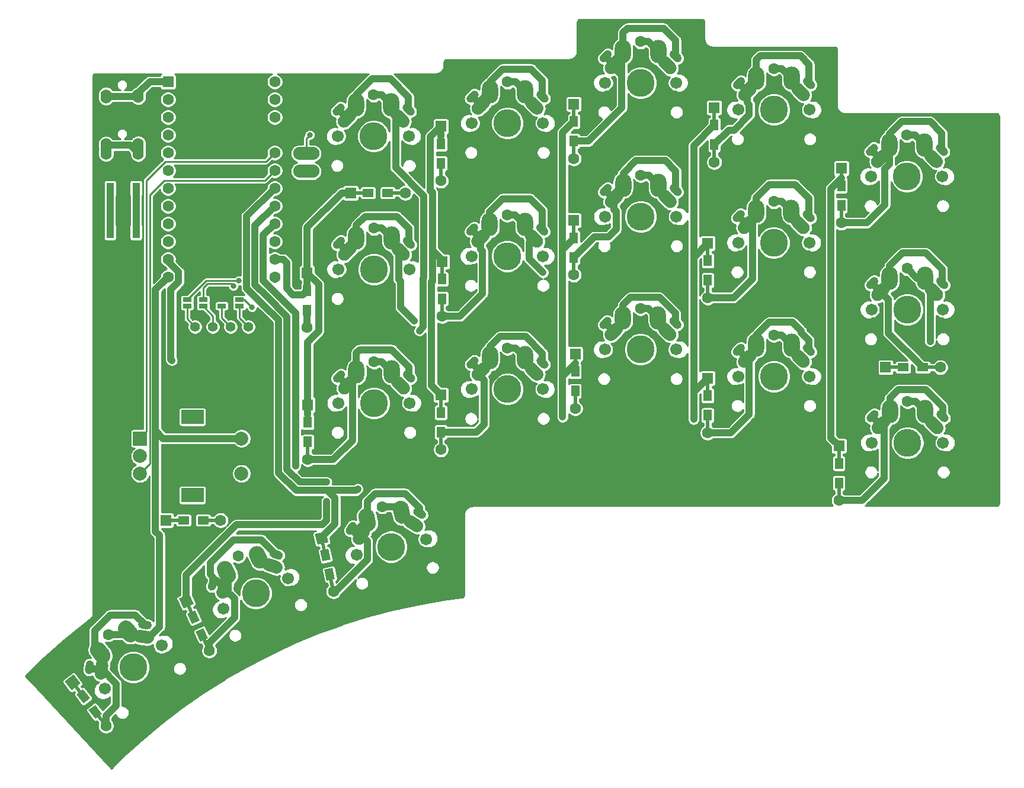
<source format=gbr>
%TF.GenerationSoftware,KiCad,Pcbnew,(5.1.7)-1*%
%TF.CreationDate,2021-06-21T23:37:54+05:30*%
%TF.ProjectId,Pteron36v0,50746572-6f6e-4333-9676-302e6b696361,rev?*%
%TF.SameCoordinates,Original*%
%TF.FileFunction,Copper,L1,Top*%
%TF.FilePolarity,Positive*%
%FSLAX46Y46*%
G04 Gerber Fmt 4.6, Leading zero omitted, Abs format (unit mm)*
G04 Created by KiCad (PCBNEW (5.1.7)-1) date 2021-06-21 23:37:54*
%MOMM*%
%LPD*%
G01*
G04 APERTURE LIST*
%TA.AperFunction,ComponentPad*%
%ADD10C,1.701800*%
%TD*%
%TA.AperFunction,ComponentPad*%
%ADD11C,3.987800*%
%TD*%
%TA.AperFunction,ComponentPad*%
%ADD12O,2.300000X3.337000*%
%TD*%
%TA.AperFunction,ComponentPad*%
%ADD13C,1.600000*%
%TD*%
%TA.AperFunction,ComponentPad*%
%ADD14O,1.600000X2.000000*%
%TD*%
%TA.AperFunction,ComponentPad*%
%ADD15R,1.600000X1.600000*%
%TD*%
%TA.AperFunction,ComponentPad*%
%ADD16R,2.000000X2.000000*%
%TD*%
%TA.AperFunction,ComponentPad*%
%ADD17C,2.000000*%
%TD*%
%TA.AperFunction,ComponentPad*%
%ADD18R,3.200000X2.000000*%
%TD*%
%TA.AperFunction,SMDPad,CuDef*%
%ADD19R,2.900000X0.500000*%
%TD*%
%TA.AperFunction,SMDPad,CuDef*%
%ADD20R,1.600000X1.200000*%
%TD*%
%TA.AperFunction,SMDPad,CuDef*%
%ADD21O,3.759200X1.879600*%
%TD*%
%TA.AperFunction,SMDPad,CuDef*%
%ADD22R,1.100000X1.800000*%
%TD*%
%TA.AperFunction,SMDPad,CuDef*%
%ADD23R,0.500000X2.900000*%
%TD*%
%TA.AperFunction,SMDPad,CuDef*%
%ADD24R,1.200000X1.600000*%
%TD*%
%TA.AperFunction,ComponentPad*%
%ADD25C,0.100000*%
%TD*%
%TA.AperFunction,SMDPad,CuDef*%
%ADD26C,0.100000*%
%TD*%
%TA.AperFunction,SMDPad,CuDef*%
%ADD27R,1.270000X0.635000*%
%TD*%
%TA.AperFunction,ComponentPad*%
%ADD28C,1.397000*%
%TD*%
%TA.AperFunction,ViaPad*%
%ADD29C,0.800000*%
%TD*%
%TA.AperFunction,Conductor*%
%ADD30C,1.000000*%
%TD*%
%TA.AperFunction,Conductor*%
%ADD31C,0.250000*%
%TD*%
%TA.AperFunction,Conductor*%
%ADD32C,0.254000*%
%TD*%
%TA.AperFunction,Conductor*%
%ADD33C,0.100000*%
%TD*%
G04 APERTURE END LIST*
D10*
%TO.P,SW28,HOLE*%
%TO.N,N/C*%
X126537254Y-91185035D03*
X116377254Y-91185035D03*
D11*
X121457254Y-91185035D03*
D12*
%TO.P,SW28,1*%
%TO.N,/Row3*%
X123977254Y-86685035D03*
%TO.P,SW28,2*%
%TO.N,Net-(D28-Pad2)*%
X118937254Y-86685035D03*
%TO.P,SW28,1*%
%TO.N,/Row3*%
%TA.AperFunction,ComponentPad*%
G36*
G01*
X125055122Y-89705695D02*
X124206594Y-88857167D01*
G75*
G02*
X124206594Y-87584375I636396J636396D01*
G01*
X124206594Y-87584375D01*
G75*
G02*
X125479386Y-87584375I636396J-636396D01*
G01*
X126327914Y-88432903D01*
G75*
G02*
X126327914Y-89705695I-636396J-636396D01*
G01*
X126327914Y-89705695D01*
G75*
G02*
X125055122Y-89705695I-636396J636396D01*
G01*
G37*
%TD.AperFunction*%
%TO.P,SW28,2*%
%TO.N,Net-(D28-Pad2)*%
%TA.AperFunction,ComponentPad*%
G36*
G01*
X116586594Y-88432903D02*
X117435122Y-87584375D01*
G75*
G02*
X118707914Y-87584375I636396J-636396D01*
G01*
X118707914Y-87584375D01*
G75*
G02*
X118707914Y-88857167I-636396J-636396D01*
G01*
X117859386Y-89705695D01*
G75*
G02*
X116586594Y-89705695I-636396J636396D01*
G01*
X116586594Y-89705695D01*
G75*
G02*
X116586594Y-88432903I636396J636396D01*
G01*
G37*
%TD.AperFunction*%
%TA.AperFunction,ComponentPad*%
G36*
G01*
X115750147Y-87243614D02*
X116315833Y-86677928D01*
G75*
G02*
X117164361Y-86677928I424264J-424264D01*
G01*
X117164361Y-86677928D01*
G75*
G02*
X117164361Y-87526456I-424264J-424264D01*
G01*
X116598675Y-88092142D01*
G75*
G02*
X115750147Y-88092142I-424264J424264D01*
G01*
X115750147Y-88092142D01*
G75*
G02*
X115750147Y-87243614I424264J424264D01*
G01*
G37*
%TD.AperFunction*%
D13*
%TO.P,SW28,1*%
%TO.N,/Row3*%
X121457254Y-85285035D03*
%TO.P,SW28,2*%
%TO.N,Net-(D28-Pad2)*%
%TA.AperFunction,ComponentPad*%
G36*
G01*
X125750147Y-86677928D02*
X125750147Y-86677928D01*
G75*
G02*
X126598675Y-86677928I424264J-424264D01*
G01*
X127164361Y-87243614D01*
G75*
G02*
X127164361Y-88092142I-424264J-424264D01*
G01*
X127164361Y-88092142D01*
G75*
G02*
X126315833Y-88092142I-424264J424264D01*
G01*
X125750147Y-87526456D01*
G75*
G02*
X125750147Y-86677928I424264J424264D01*
G01*
G37*
%TD.AperFunction*%
%TD*%
D10*
%TO.P,SW27,HOLE*%
%TO.N,N/C*%
X126517875Y-72059585D03*
X116357875Y-72059585D03*
D11*
X121437875Y-72059585D03*
D12*
%TO.P,SW27,1*%
%TO.N,/Row2*%
X123957875Y-67559585D03*
%TO.P,SW27,2*%
%TO.N,Net-(D27-Pad2)*%
X118917875Y-67559585D03*
%TO.P,SW27,1*%
%TO.N,/Row2*%
%TA.AperFunction,ComponentPad*%
G36*
G01*
X125035743Y-70580245D02*
X124187215Y-69731717D01*
G75*
G02*
X124187215Y-68458925I636396J636396D01*
G01*
X124187215Y-68458925D01*
G75*
G02*
X125460007Y-68458925I636396J-636396D01*
G01*
X126308535Y-69307453D01*
G75*
G02*
X126308535Y-70580245I-636396J-636396D01*
G01*
X126308535Y-70580245D01*
G75*
G02*
X125035743Y-70580245I-636396J636396D01*
G01*
G37*
%TD.AperFunction*%
%TO.P,SW27,2*%
%TO.N,Net-(D27-Pad2)*%
%TA.AperFunction,ComponentPad*%
G36*
G01*
X116567215Y-69307453D02*
X117415743Y-68458925D01*
G75*
G02*
X118688535Y-68458925I636396J-636396D01*
G01*
X118688535Y-68458925D01*
G75*
G02*
X118688535Y-69731717I-636396J-636396D01*
G01*
X117840007Y-70580245D01*
G75*
G02*
X116567215Y-70580245I-636396J636396D01*
G01*
X116567215Y-70580245D01*
G75*
G02*
X116567215Y-69307453I636396J636396D01*
G01*
G37*
%TD.AperFunction*%
%TA.AperFunction,ComponentPad*%
G36*
G01*
X115730768Y-68118164D02*
X116296454Y-67552478D01*
G75*
G02*
X117144982Y-67552478I424264J-424264D01*
G01*
X117144982Y-67552478D01*
G75*
G02*
X117144982Y-68401006I-424264J-424264D01*
G01*
X116579296Y-68966692D01*
G75*
G02*
X115730768Y-68966692I-424264J424264D01*
G01*
X115730768Y-68966692D01*
G75*
G02*
X115730768Y-68118164I424264J424264D01*
G01*
G37*
%TD.AperFunction*%
D13*
%TO.P,SW27,1*%
%TO.N,/Row2*%
X121437875Y-66159585D03*
%TO.P,SW27,2*%
%TO.N,Net-(D27-Pad2)*%
%TA.AperFunction,ComponentPad*%
G36*
G01*
X125730768Y-67552478D02*
X125730768Y-67552478D01*
G75*
G02*
X126579296Y-67552478I424264J-424264D01*
G01*
X127144982Y-68118164D01*
G75*
G02*
X127144982Y-68966692I-424264J-424264D01*
G01*
X127144982Y-68966692D01*
G75*
G02*
X126296454Y-68966692I-424264J424264D01*
G01*
X125730768Y-68401006D01*
G75*
G02*
X125730768Y-67552478I424264J424264D01*
G01*
G37*
%TD.AperFunction*%
%TD*%
D10*
%TO.P,SW26,HOLE*%
%TO.N,N/C*%
X126474232Y-53024690D03*
X116314232Y-53024690D03*
D11*
X121394232Y-53024690D03*
D12*
%TO.P,SW26,1*%
%TO.N,/Row1*%
X123914232Y-48524690D03*
%TO.P,SW26,2*%
%TO.N,Net-(D26-Pad2)*%
X118874232Y-48524690D03*
%TO.P,SW26,1*%
%TO.N,/Row1*%
%TA.AperFunction,ComponentPad*%
G36*
G01*
X124992100Y-51545350D02*
X124143572Y-50696822D01*
G75*
G02*
X124143572Y-49424030I636396J636396D01*
G01*
X124143572Y-49424030D01*
G75*
G02*
X125416364Y-49424030I636396J-636396D01*
G01*
X126264892Y-50272558D01*
G75*
G02*
X126264892Y-51545350I-636396J-636396D01*
G01*
X126264892Y-51545350D01*
G75*
G02*
X124992100Y-51545350I-636396J636396D01*
G01*
G37*
%TD.AperFunction*%
%TO.P,SW26,2*%
%TO.N,Net-(D26-Pad2)*%
%TA.AperFunction,ComponentPad*%
G36*
G01*
X116523572Y-50272558D02*
X117372100Y-49424030D01*
G75*
G02*
X118644892Y-49424030I636396J-636396D01*
G01*
X118644892Y-49424030D01*
G75*
G02*
X118644892Y-50696822I-636396J-636396D01*
G01*
X117796364Y-51545350D01*
G75*
G02*
X116523572Y-51545350I-636396J636396D01*
G01*
X116523572Y-51545350D01*
G75*
G02*
X116523572Y-50272558I636396J636396D01*
G01*
G37*
%TD.AperFunction*%
%TA.AperFunction,ComponentPad*%
G36*
G01*
X115687125Y-49083269D02*
X116252811Y-48517583D01*
G75*
G02*
X117101339Y-48517583I424264J-424264D01*
G01*
X117101339Y-48517583D01*
G75*
G02*
X117101339Y-49366111I-424264J-424264D01*
G01*
X116535653Y-49931797D01*
G75*
G02*
X115687125Y-49931797I-424264J424264D01*
G01*
X115687125Y-49931797D01*
G75*
G02*
X115687125Y-49083269I424264J424264D01*
G01*
G37*
%TD.AperFunction*%
D13*
%TO.P,SW26,1*%
%TO.N,/Row1*%
X121394232Y-47124690D03*
%TO.P,SW26,2*%
%TO.N,Net-(D26-Pad2)*%
%TA.AperFunction,ComponentPad*%
G36*
G01*
X125687125Y-48517583D02*
X125687125Y-48517583D01*
G75*
G02*
X126535653Y-48517583I424264J-424264D01*
G01*
X127101339Y-49083269D01*
G75*
G02*
X127101339Y-49931797I-424264J-424264D01*
G01*
X127101339Y-49931797D01*
G75*
G02*
X126252811Y-49931797I-424264J424264D01*
G01*
X125687125Y-49366111D01*
G75*
G02*
X125687125Y-48517583I424264J424264D01*
G01*
G37*
%TD.AperFunction*%
%TD*%
D10*
%TO.P,SW24,HOLE*%
%TO.N,N/C*%
X145604659Y-89208960D03*
X135444659Y-89208960D03*
D11*
X140524659Y-89208960D03*
D12*
%TO.P,SW24,1*%
%TO.N,/Row3*%
X143044659Y-84708960D03*
%TO.P,SW24,2*%
%TO.N,Net-(D24-Pad2)*%
X138004659Y-84708960D03*
%TO.P,SW24,1*%
%TO.N,/Row3*%
%TA.AperFunction,ComponentPad*%
G36*
G01*
X144122527Y-87729620D02*
X143273999Y-86881092D01*
G75*
G02*
X143273999Y-85608300I636396J636396D01*
G01*
X143273999Y-85608300D01*
G75*
G02*
X144546791Y-85608300I636396J-636396D01*
G01*
X145395319Y-86456828D01*
G75*
G02*
X145395319Y-87729620I-636396J-636396D01*
G01*
X145395319Y-87729620D01*
G75*
G02*
X144122527Y-87729620I-636396J636396D01*
G01*
G37*
%TD.AperFunction*%
%TO.P,SW24,2*%
%TO.N,Net-(D24-Pad2)*%
%TA.AperFunction,ComponentPad*%
G36*
G01*
X135653999Y-86456828D02*
X136502527Y-85608300D01*
G75*
G02*
X137775319Y-85608300I636396J-636396D01*
G01*
X137775319Y-85608300D01*
G75*
G02*
X137775319Y-86881092I-636396J-636396D01*
G01*
X136926791Y-87729620D01*
G75*
G02*
X135653999Y-87729620I-636396J636396D01*
G01*
X135653999Y-87729620D01*
G75*
G02*
X135653999Y-86456828I636396J636396D01*
G01*
G37*
%TD.AperFunction*%
%TA.AperFunction,ComponentPad*%
G36*
G01*
X134817552Y-85267539D02*
X135383238Y-84701853D01*
G75*
G02*
X136231766Y-84701853I424264J-424264D01*
G01*
X136231766Y-84701853D01*
G75*
G02*
X136231766Y-85550381I-424264J-424264D01*
G01*
X135666080Y-86116067D01*
G75*
G02*
X134817552Y-86116067I-424264J424264D01*
G01*
X134817552Y-86116067D01*
G75*
G02*
X134817552Y-85267539I424264J424264D01*
G01*
G37*
%TD.AperFunction*%
D13*
%TO.P,SW24,1*%
%TO.N,/Row3*%
X140524659Y-83308960D03*
%TO.P,SW24,2*%
%TO.N,Net-(D24-Pad2)*%
%TA.AperFunction,ComponentPad*%
G36*
G01*
X144817552Y-84701853D02*
X144817552Y-84701853D01*
G75*
G02*
X145666080Y-84701853I424264J-424264D01*
G01*
X146231766Y-85267539D01*
G75*
G02*
X146231766Y-86116067I-424264J-424264D01*
G01*
X146231766Y-86116067D01*
G75*
G02*
X145383238Y-86116067I-424264J424264D01*
G01*
X144817552Y-85550381D01*
G75*
G02*
X144817552Y-84701853I424264J424264D01*
G01*
G37*
%TD.AperFunction*%
%TD*%
D10*
%TO.P,SW23,HOLE*%
%TO.N,N/C*%
X145561015Y-70174064D03*
X135401015Y-70174064D03*
D11*
X140481015Y-70174064D03*
D12*
%TO.P,SW23,1*%
%TO.N,/Row2*%
X143001015Y-65674064D03*
%TO.P,SW23,2*%
%TO.N,Net-(D23-Pad2)*%
X137961015Y-65674064D03*
%TO.P,SW23,1*%
%TO.N,/Row2*%
%TA.AperFunction,ComponentPad*%
G36*
G01*
X144078883Y-68694724D02*
X143230355Y-67846196D01*
G75*
G02*
X143230355Y-66573404I636396J636396D01*
G01*
X143230355Y-66573404D01*
G75*
G02*
X144503147Y-66573404I636396J-636396D01*
G01*
X145351675Y-67421932D01*
G75*
G02*
X145351675Y-68694724I-636396J-636396D01*
G01*
X145351675Y-68694724D01*
G75*
G02*
X144078883Y-68694724I-636396J636396D01*
G01*
G37*
%TD.AperFunction*%
%TO.P,SW23,2*%
%TO.N,Net-(D23-Pad2)*%
%TA.AperFunction,ComponentPad*%
G36*
G01*
X135610355Y-67421932D02*
X136458883Y-66573404D01*
G75*
G02*
X137731675Y-66573404I636396J-636396D01*
G01*
X137731675Y-66573404D01*
G75*
G02*
X137731675Y-67846196I-636396J-636396D01*
G01*
X136883147Y-68694724D01*
G75*
G02*
X135610355Y-68694724I-636396J636396D01*
G01*
X135610355Y-68694724D01*
G75*
G02*
X135610355Y-67421932I636396J636396D01*
G01*
G37*
%TD.AperFunction*%
%TA.AperFunction,ComponentPad*%
G36*
G01*
X134773908Y-66232643D02*
X135339594Y-65666957D01*
G75*
G02*
X136188122Y-65666957I424264J-424264D01*
G01*
X136188122Y-65666957D01*
G75*
G02*
X136188122Y-66515485I-424264J-424264D01*
G01*
X135622436Y-67081171D01*
G75*
G02*
X134773908Y-67081171I-424264J424264D01*
G01*
X134773908Y-67081171D01*
G75*
G02*
X134773908Y-66232643I424264J424264D01*
G01*
G37*
%TD.AperFunction*%
D13*
%TO.P,SW23,1*%
%TO.N,/Row2*%
X140481015Y-64274064D03*
%TO.P,SW23,2*%
%TO.N,Net-(D23-Pad2)*%
%TA.AperFunction,ComponentPad*%
G36*
G01*
X144773908Y-65666957D02*
X144773908Y-65666957D01*
G75*
G02*
X145622436Y-65666957I424264J-424264D01*
G01*
X146188122Y-66232643D01*
G75*
G02*
X146188122Y-67081171I-424264J-424264D01*
G01*
X146188122Y-67081171D01*
G75*
G02*
X145339594Y-67081171I-424264J424264D01*
G01*
X144773908Y-66515485D01*
G75*
G02*
X144773908Y-65666957I424264J424264D01*
G01*
G37*
%TD.AperFunction*%
%TD*%
D10*
%TO.P,SW22,HOLE*%
%TO.N,N/C*%
X145607926Y-51163438D03*
X135447926Y-51163438D03*
D11*
X140527926Y-51163438D03*
D12*
%TO.P,SW22,1*%
%TO.N,/Row1*%
X143047926Y-46663438D03*
%TO.P,SW22,2*%
%TO.N,Net-(D22-Pad2)*%
X138007926Y-46663438D03*
%TO.P,SW22,1*%
%TO.N,/Row1*%
%TA.AperFunction,ComponentPad*%
G36*
G01*
X144125794Y-49684098D02*
X143277266Y-48835570D01*
G75*
G02*
X143277266Y-47562778I636396J636396D01*
G01*
X143277266Y-47562778D01*
G75*
G02*
X144550058Y-47562778I636396J-636396D01*
G01*
X145398586Y-48411306D01*
G75*
G02*
X145398586Y-49684098I-636396J-636396D01*
G01*
X145398586Y-49684098D01*
G75*
G02*
X144125794Y-49684098I-636396J636396D01*
G01*
G37*
%TD.AperFunction*%
%TO.P,SW22,2*%
%TO.N,Net-(D22-Pad2)*%
%TA.AperFunction,ComponentPad*%
G36*
G01*
X135657266Y-48411306D02*
X136505794Y-47562778D01*
G75*
G02*
X137778586Y-47562778I636396J-636396D01*
G01*
X137778586Y-47562778D01*
G75*
G02*
X137778586Y-48835570I-636396J-636396D01*
G01*
X136930058Y-49684098D01*
G75*
G02*
X135657266Y-49684098I-636396J636396D01*
G01*
X135657266Y-49684098D01*
G75*
G02*
X135657266Y-48411306I636396J636396D01*
G01*
G37*
%TD.AperFunction*%
%TA.AperFunction,ComponentPad*%
G36*
G01*
X134820819Y-47222017D02*
X135386505Y-46656331D01*
G75*
G02*
X136235033Y-46656331I424264J-424264D01*
G01*
X136235033Y-46656331D01*
G75*
G02*
X136235033Y-47504859I-424264J-424264D01*
G01*
X135669347Y-48070545D01*
G75*
G02*
X134820819Y-48070545I-424264J424264D01*
G01*
X134820819Y-48070545D01*
G75*
G02*
X134820819Y-47222017I424264J424264D01*
G01*
G37*
%TD.AperFunction*%
D13*
%TO.P,SW22,1*%
%TO.N,/Row1*%
X140527926Y-45263438D03*
%TO.P,SW22,2*%
%TO.N,Net-(D22-Pad2)*%
%TA.AperFunction,ComponentPad*%
G36*
G01*
X144820819Y-46656331D02*
X144820819Y-46656331D01*
G75*
G02*
X145669347Y-46656331I424264J-424264D01*
G01*
X146235033Y-47222017D01*
G75*
G02*
X146235033Y-48070545I-424264J-424264D01*
G01*
X146235033Y-48070545D01*
G75*
G02*
X145386505Y-48070545I-424264J424264D01*
G01*
X144820819Y-47504859D01*
G75*
G02*
X144820819Y-46656331I424264J424264D01*
G01*
G37*
%TD.AperFunction*%
%TD*%
D10*
%TO.P,SW20,HOLE*%
%TO.N,N/C*%
X91104690Y-125855341D03*
X83044220Y-132040357D03*
D11*
X87074455Y-128947849D03*
%TO.P,SW20,1*%
%TO.N,/Row4*%
%TA.AperFunction,ComponentPad*%
G36*
G01*
X85737566Y-124955110D02*
X85106280Y-124132402D01*
G75*
G02*
X85318560Y-122519970I912356J700076D01*
G01*
X85318560Y-122519970D01*
G75*
G02*
X86930992Y-122732250I700076J-912356D01*
G01*
X87562278Y-123554958D01*
G75*
G02*
X87349998Y-125167390I-912356J-700076D01*
G01*
X87349998Y-125167390D01*
G75*
G02*
X85737566Y-124955110I-700076J912356D01*
G01*
G37*
%TD.AperFunction*%
%TO.P,SW20,2*%
%TO.N,Net-(D20-Pad2)*%
%TA.AperFunction,ComponentPad*%
G36*
G01*
X81739065Y-128023268D02*
X81107779Y-127200560D01*
G75*
G02*
X81320059Y-125588128I912356J700076D01*
G01*
X81320059Y-125588128D01*
G75*
G02*
X82932491Y-125800408I700076J-912356D01*
G01*
X83563777Y-126623116D01*
G75*
G02*
X83351497Y-128235548I-912356J-700076D01*
G01*
X83351497Y-128235548D01*
G75*
G02*
X81739065Y-128023268I-700076J912356D01*
G01*
G37*
%TD.AperFunction*%
%TO.P,SW20,1*%
%TO.N,/Row4*%
%TA.AperFunction,ComponentPad*%
G36*
G01*
X89028270Y-125583966D02*
X87838536Y-125427334D01*
G75*
G02*
X87063710Y-124417560I117474J892300D01*
G01*
X87063710Y-124417560D01*
G75*
G02*
X88073484Y-123642734I892300J-117474D01*
G01*
X89263218Y-123799366D01*
G75*
G02*
X90038044Y-124809140I-117474J-892300D01*
G01*
X90038044Y-124809140D01*
G75*
G02*
X89028270Y-125583966I-892300J117474D01*
G01*
G37*
%TD.AperFunction*%
%TO.P,SW20,2*%
%TO.N,Net-(D20-Pad2)*%
%TA.AperFunction,ComponentPad*%
G36*
G01*
X81534909Y-129729506D02*
X81691541Y-128539772D01*
G75*
G02*
X82701315Y-127764946I892300J-117474D01*
G01*
X82701315Y-127764946D01*
G75*
G02*
X83476141Y-128774720I-117474J-892300D01*
G01*
X83319509Y-129964454D01*
G75*
G02*
X82309735Y-130739280I-892300J117474D01*
G01*
X82309735Y-130739280D01*
G75*
G02*
X81534909Y-129729506I117474J892300D01*
G01*
G37*
%TD.AperFunction*%
%TA.AperFunction,ComponentPad*%
G36*
G01*
X80147318Y-129295175D02*
X80251738Y-128502019D01*
G75*
G02*
X80924921Y-127985468I594867J-78316D01*
G01*
X80924921Y-127985468D01*
G75*
G02*
X81441472Y-128658651I-78316J-594867D01*
G01*
X81337052Y-129451807D01*
G75*
G02*
X80663869Y-129968358I-594867J78316D01*
G01*
X80663869Y-129968358D01*
G75*
G02*
X80147318Y-129295175I78316J594867D01*
G01*
G37*
%TD.AperFunction*%
D13*
%TO.P,SW20,1*%
%TO.N,/Row4*%
X83482763Y-124267064D03*
%TO.P,SW20,2*%
%TO.N,Net-(D20-Pad2)*%
%TA.AperFunction,ComponentPad*%
G36*
G01*
X87736483Y-122758773D02*
X87736483Y-122758773D01*
G75*
G02*
X88409666Y-122242222I594867J-78316D01*
G01*
X89202822Y-122346642D01*
G75*
G02*
X89719373Y-123019825I-78316J-594867D01*
G01*
X89719373Y-123019825D01*
G75*
G02*
X89046190Y-123536376I-594867J78316D01*
G01*
X88253034Y-123431956D01*
G75*
G02*
X87736483Y-122758773I78316J594867D01*
G01*
G37*
%TD.AperFunction*%
%TD*%
D10*
%TO.P,SW19,HOLE*%
%TO.N,N/C*%
X164597991Y-83524865D03*
X154437991Y-83524865D03*
D11*
X159517991Y-83524865D03*
D12*
%TO.P,SW19,1*%
%TO.N,/Row3*%
X162037991Y-79024865D03*
%TO.P,SW19,2*%
%TO.N,Net-(D19-Pad2)*%
X156997991Y-79024865D03*
%TO.P,SW19,1*%
%TO.N,/Row3*%
%TA.AperFunction,ComponentPad*%
G36*
G01*
X163115859Y-82045525D02*
X162267331Y-81196997D01*
G75*
G02*
X162267331Y-79924205I636396J636396D01*
G01*
X162267331Y-79924205D01*
G75*
G02*
X163540123Y-79924205I636396J-636396D01*
G01*
X164388651Y-80772733D01*
G75*
G02*
X164388651Y-82045525I-636396J-636396D01*
G01*
X164388651Y-82045525D01*
G75*
G02*
X163115859Y-82045525I-636396J636396D01*
G01*
G37*
%TD.AperFunction*%
%TO.P,SW19,2*%
%TO.N,Net-(D19-Pad2)*%
%TA.AperFunction,ComponentPad*%
G36*
G01*
X154647331Y-80772733D02*
X155495859Y-79924205D01*
G75*
G02*
X156768651Y-79924205I636396J-636396D01*
G01*
X156768651Y-79924205D01*
G75*
G02*
X156768651Y-81196997I-636396J-636396D01*
G01*
X155920123Y-82045525D01*
G75*
G02*
X154647331Y-82045525I-636396J636396D01*
G01*
X154647331Y-82045525D01*
G75*
G02*
X154647331Y-80772733I636396J636396D01*
G01*
G37*
%TD.AperFunction*%
%TA.AperFunction,ComponentPad*%
G36*
G01*
X153810884Y-79583444D02*
X154376570Y-79017758D01*
G75*
G02*
X155225098Y-79017758I424264J-424264D01*
G01*
X155225098Y-79017758D01*
G75*
G02*
X155225098Y-79866286I-424264J-424264D01*
G01*
X154659412Y-80431972D01*
G75*
G02*
X153810884Y-80431972I-424264J424264D01*
G01*
X153810884Y-80431972D01*
G75*
G02*
X153810884Y-79583444I424264J424264D01*
G01*
G37*
%TD.AperFunction*%
D13*
%TO.P,SW19,1*%
%TO.N,/Row3*%
X159517991Y-77624865D03*
%TO.P,SW19,2*%
%TO.N,Net-(D19-Pad2)*%
%TA.AperFunction,ComponentPad*%
G36*
G01*
X163810884Y-79017758D02*
X163810884Y-79017758D01*
G75*
G02*
X164659412Y-79017758I424264J-424264D01*
G01*
X165225098Y-79583444D01*
G75*
G02*
X165225098Y-80431972I-424264J-424264D01*
G01*
X165225098Y-80431972D01*
G75*
G02*
X164376570Y-80431972I-424264J424264D01*
G01*
X163810884Y-79866286D01*
G75*
G02*
X163810884Y-79017758I424264J424264D01*
G01*
G37*
%TD.AperFunction*%
%TD*%
D10*
%TO.P,SW18,HOLE*%
%TO.N,N/C*%
X164644908Y-64514237D03*
X154484908Y-64514237D03*
D11*
X159564908Y-64514237D03*
D12*
%TO.P,SW18,1*%
%TO.N,/Row2*%
X162084908Y-60014237D03*
%TO.P,SW18,2*%
%TO.N,Net-(D18-Pad2)*%
X157044908Y-60014237D03*
%TO.P,SW18,1*%
%TO.N,/Row2*%
%TA.AperFunction,ComponentPad*%
G36*
G01*
X163162776Y-63034897D02*
X162314248Y-62186369D01*
G75*
G02*
X162314248Y-60913577I636396J636396D01*
G01*
X162314248Y-60913577D01*
G75*
G02*
X163587040Y-60913577I636396J-636396D01*
G01*
X164435568Y-61762105D01*
G75*
G02*
X164435568Y-63034897I-636396J-636396D01*
G01*
X164435568Y-63034897D01*
G75*
G02*
X163162776Y-63034897I-636396J636396D01*
G01*
G37*
%TD.AperFunction*%
%TO.P,SW18,2*%
%TO.N,Net-(D18-Pad2)*%
%TA.AperFunction,ComponentPad*%
G36*
G01*
X154694248Y-61762105D02*
X155542776Y-60913577D01*
G75*
G02*
X156815568Y-60913577I636396J-636396D01*
G01*
X156815568Y-60913577D01*
G75*
G02*
X156815568Y-62186369I-636396J-636396D01*
G01*
X155967040Y-63034897D01*
G75*
G02*
X154694248Y-63034897I-636396J636396D01*
G01*
X154694248Y-63034897D01*
G75*
G02*
X154694248Y-61762105I636396J636396D01*
G01*
G37*
%TD.AperFunction*%
%TA.AperFunction,ComponentPad*%
G36*
G01*
X153857801Y-60572816D02*
X154423487Y-60007130D01*
G75*
G02*
X155272015Y-60007130I424264J-424264D01*
G01*
X155272015Y-60007130D01*
G75*
G02*
X155272015Y-60855658I-424264J-424264D01*
G01*
X154706329Y-61421344D01*
G75*
G02*
X153857801Y-61421344I-424264J424264D01*
G01*
X153857801Y-61421344D01*
G75*
G02*
X153857801Y-60572816I424264J424264D01*
G01*
G37*
%TD.AperFunction*%
D13*
%TO.P,SW18,1*%
%TO.N,/Row2*%
X159564908Y-58614237D03*
%TO.P,SW18,2*%
%TO.N,Net-(D18-Pad2)*%
%TA.AperFunction,ComponentPad*%
G36*
G01*
X163857801Y-60007130D02*
X163857801Y-60007130D01*
G75*
G02*
X164706329Y-60007130I424264J-424264D01*
G01*
X165272015Y-60572816D01*
G75*
G02*
X165272015Y-61421344I-424264J-424264D01*
G01*
X165272015Y-61421344D01*
G75*
G02*
X164423487Y-61421344I-424264J424264D01*
G01*
X163857801Y-60855658D01*
G75*
G02*
X163857801Y-60007130I424264J424264D01*
G01*
G37*
%TD.AperFunction*%
%TD*%
D10*
%TO.P,SW17,HOLE*%
%TO.N,N/C*%
X164625524Y-45388787D03*
X154465524Y-45388787D03*
D11*
X159545524Y-45388787D03*
D12*
%TO.P,SW17,1*%
%TO.N,/Row1*%
X162065524Y-40888787D03*
%TO.P,SW17,2*%
%TO.N,Net-(D17-Pad2)*%
X157025524Y-40888787D03*
%TO.P,SW17,1*%
%TO.N,/Row1*%
%TA.AperFunction,ComponentPad*%
G36*
G01*
X163143392Y-43909447D02*
X162294864Y-43060919D01*
G75*
G02*
X162294864Y-41788127I636396J636396D01*
G01*
X162294864Y-41788127D01*
G75*
G02*
X163567656Y-41788127I636396J-636396D01*
G01*
X164416184Y-42636655D01*
G75*
G02*
X164416184Y-43909447I-636396J-636396D01*
G01*
X164416184Y-43909447D01*
G75*
G02*
X163143392Y-43909447I-636396J636396D01*
G01*
G37*
%TD.AperFunction*%
%TO.P,SW17,2*%
%TO.N,Net-(D17-Pad2)*%
%TA.AperFunction,ComponentPad*%
G36*
G01*
X154674864Y-42636655D02*
X155523392Y-41788127D01*
G75*
G02*
X156796184Y-41788127I636396J-636396D01*
G01*
X156796184Y-41788127D01*
G75*
G02*
X156796184Y-43060919I-636396J-636396D01*
G01*
X155947656Y-43909447D01*
G75*
G02*
X154674864Y-43909447I-636396J636396D01*
G01*
X154674864Y-43909447D01*
G75*
G02*
X154674864Y-42636655I636396J636396D01*
G01*
G37*
%TD.AperFunction*%
%TA.AperFunction,ComponentPad*%
G36*
G01*
X153838417Y-41447366D02*
X154404103Y-40881680D01*
G75*
G02*
X155252631Y-40881680I424264J-424264D01*
G01*
X155252631Y-40881680D01*
G75*
G02*
X155252631Y-41730208I-424264J-424264D01*
G01*
X154686945Y-42295894D01*
G75*
G02*
X153838417Y-42295894I-424264J424264D01*
G01*
X153838417Y-42295894D01*
G75*
G02*
X153838417Y-41447366I424264J424264D01*
G01*
G37*
%TD.AperFunction*%
D13*
%TO.P,SW17,1*%
%TO.N,/Row1*%
X159545524Y-39488787D03*
%TO.P,SW17,2*%
%TO.N,Net-(D17-Pad2)*%
%TA.AperFunction,ComponentPad*%
G36*
G01*
X163838417Y-40881680D02*
X163838417Y-40881680D01*
G75*
G02*
X164686945Y-40881680I424264J-424264D01*
G01*
X165252631Y-41447366D01*
G75*
G02*
X165252631Y-42295894I-424264J-424264D01*
G01*
X165252631Y-42295894D01*
G75*
G02*
X164404103Y-42295894I-424264J424264D01*
G01*
X163838417Y-41730208D01*
G75*
G02*
X163838417Y-40881680I424264J424264D01*
G01*
G37*
%TD.AperFunction*%
%TD*%
D10*
%TO.P,SW15,HOLE*%
%TO.N,N/C*%
X109161885Y-116247629D03*
X99953797Y-120541431D03*
D11*
X104557841Y-118394530D03*
%TO.P,SW15,1*%
%TO.N,/Row4*%
%TA.AperFunction,ComponentPad*%
G36*
G01*
X104116828Y-114207079D02*
X103678572Y-113267237D01*
G75*
G02*
X104234815Y-111738972I1042254J486011D01*
G01*
X104234815Y-111738972D01*
G75*
G02*
X105763080Y-112295215I486011J-1042254D01*
G01*
X106201336Y-113235057D01*
G75*
G02*
X105645093Y-114763322I-1042254J-486011D01*
G01*
X105645093Y-114763322D01*
G75*
G02*
X104116828Y-114207079I-486011J1042254D01*
G01*
G37*
%TD.AperFunction*%
%TO.P,SW15,2*%
%TO.N,Net-(D15-Pad2)*%
%TA.AperFunction,ComponentPad*%
G36*
G01*
X99549037Y-116337075D02*
X99110781Y-115397233D01*
G75*
G02*
X99667024Y-113868968I1042254J486011D01*
G01*
X99667024Y-113868968D01*
G75*
G02*
X101195289Y-114425211I486011J-1042254D01*
G01*
X101633545Y-115365053D01*
G75*
G02*
X101077302Y-116893318I-1042254J-486011D01*
G01*
X101077302Y-116893318D01*
G75*
G02*
X99549037Y-116337075I-486011J1042254D01*
G01*
G37*
%TD.AperFunction*%
%TO.P,SW15,1*%
%TO.N,/Row4*%
%TA.AperFunction,ComponentPad*%
G36*
G01*
X107193421Y-115533268D02*
X106065789Y-115122844D01*
G75*
G02*
X105527884Y-113969303I307818J845723D01*
G01*
X105527884Y-113969303D01*
G75*
G02*
X106681425Y-113431398I845723J-307818D01*
G01*
X107809057Y-113841822D01*
G75*
G02*
X108346962Y-114995363I-307818J-845723D01*
G01*
X108346962Y-114995363D01*
G75*
G02*
X107193421Y-115533268I-845723J307818D01*
G01*
G37*
%TD.AperFunction*%
%TO.P,SW15,2*%
%TO.N,Net-(D15-Pad2)*%
%TA.AperFunction,ComponentPad*%
G36*
G01*
X98980423Y-117958682D02*
X99390847Y-116831050D01*
G75*
G02*
X100544388Y-116293145I845723J-307818D01*
G01*
X100544388Y-116293145D01*
G75*
G02*
X101082293Y-117446686I-307818J-845723D01*
G01*
X100671869Y-118574318D01*
G75*
G02*
X99518328Y-119112223I-845723J307818D01*
G01*
X99518328Y-119112223D01*
G75*
G02*
X98980423Y-117958682I307818J845723D01*
G01*
G37*
%TD.AperFunction*%
%TA.AperFunction,ComponentPad*%
G36*
G01*
X97719729Y-117234317D02*
X97993345Y-116482563D01*
G75*
G02*
X98762373Y-116123959I563816J-205212D01*
G01*
X98762373Y-116123959D01*
G75*
G02*
X99120977Y-116892987I-205212J-563816D01*
G01*
X98847361Y-117644741D01*
G75*
G02*
X98078333Y-118003345I-563816J205212D01*
G01*
X98078333Y-118003345D01*
G75*
G02*
X97719729Y-117234317I205212J563816D01*
G01*
G37*
%TD.AperFunction*%
D13*
%TO.P,SW15,1*%
%TO.N,/Row4*%
X102064393Y-113047314D03*
%TO.P,SW15,2*%
%TO.N,Net-(D15-Pad2)*%
%TA.AperFunction,ComponentPad*%
G36*
G01*
X106543738Y-112495449D02*
X106543738Y-112495449D01*
G75*
G02*
X107312766Y-112136845I563816J-205212D01*
G01*
X108064520Y-112410461D01*
G75*
G02*
X108423124Y-113179489I-205212J-563816D01*
G01*
X108423124Y-113179489D01*
G75*
G02*
X107654096Y-113538093I-563816J205212D01*
G01*
X106902342Y-113264477D01*
G75*
G02*
X106543738Y-112495449I205212J563816D01*
G01*
G37*
%TD.AperFunction*%
%TD*%
D10*
%TO.P,SW14,HOLE*%
%TO.N,N/C*%
X183658424Y-87370348D03*
X173498424Y-87370348D03*
D11*
X178578424Y-87370348D03*
D12*
%TO.P,SW14,1*%
%TO.N,/Row3*%
X181098424Y-82870348D03*
%TO.P,SW14,2*%
%TO.N,Net-(D14-Pad2)*%
X176058424Y-82870348D03*
%TO.P,SW14,1*%
%TO.N,/Row3*%
%TA.AperFunction,ComponentPad*%
G36*
G01*
X182176292Y-85891008D02*
X181327764Y-85042480D01*
G75*
G02*
X181327764Y-83769688I636396J636396D01*
G01*
X181327764Y-83769688D01*
G75*
G02*
X182600556Y-83769688I636396J-636396D01*
G01*
X183449084Y-84618216D01*
G75*
G02*
X183449084Y-85891008I-636396J-636396D01*
G01*
X183449084Y-85891008D01*
G75*
G02*
X182176292Y-85891008I-636396J636396D01*
G01*
G37*
%TD.AperFunction*%
%TO.P,SW14,2*%
%TO.N,Net-(D14-Pad2)*%
%TA.AperFunction,ComponentPad*%
G36*
G01*
X173707764Y-84618216D02*
X174556292Y-83769688D01*
G75*
G02*
X175829084Y-83769688I636396J-636396D01*
G01*
X175829084Y-83769688D01*
G75*
G02*
X175829084Y-85042480I-636396J-636396D01*
G01*
X174980556Y-85891008D01*
G75*
G02*
X173707764Y-85891008I-636396J636396D01*
G01*
X173707764Y-85891008D01*
G75*
G02*
X173707764Y-84618216I636396J636396D01*
G01*
G37*
%TD.AperFunction*%
%TA.AperFunction,ComponentPad*%
G36*
G01*
X172871317Y-83428927D02*
X173437003Y-82863241D01*
G75*
G02*
X174285531Y-82863241I424264J-424264D01*
G01*
X174285531Y-82863241D01*
G75*
G02*
X174285531Y-83711769I-424264J-424264D01*
G01*
X173719845Y-84277455D01*
G75*
G02*
X172871317Y-84277455I-424264J424264D01*
G01*
X172871317Y-84277455D01*
G75*
G02*
X172871317Y-83428927I424264J424264D01*
G01*
G37*
%TD.AperFunction*%
D13*
%TO.P,SW14,1*%
%TO.N,/Row3*%
X178578424Y-81470348D03*
%TO.P,SW14,2*%
%TO.N,Net-(D14-Pad2)*%
%TA.AperFunction,ComponentPad*%
G36*
G01*
X182871317Y-82863241D02*
X182871317Y-82863241D01*
G75*
G02*
X183719845Y-82863241I424264J-424264D01*
G01*
X184285531Y-83428927D01*
G75*
G02*
X184285531Y-84277455I-424264J-424264D01*
G01*
X184285531Y-84277455D01*
G75*
G02*
X183437003Y-84277455I-424264J424264D01*
G01*
X182871317Y-83711769D01*
G75*
G02*
X182871317Y-82863241I424264J424264D01*
G01*
G37*
%TD.AperFunction*%
%TD*%
D10*
%TO.P,SW13,HOLE*%
%TO.N,N/C*%
X183639050Y-68244902D03*
X173479050Y-68244902D03*
D11*
X178559050Y-68244902D03*
D12*
%TO.P,SW13,1*%
%TO.N,/Row2*%
X181079050Y-63744902D03*
%TO.P,SW13,2*%
%TO.N,Net-(D13-Pad2)*%
X176039050Y-63744902D03*
%TO.P,SW13,1*%
%TO.N,/Row2*%
%TA.AperFunction,ComponentPad*%
G36*
G01*
X182156918Y-66765562D02*
X181308390Y-65917034D01*
G75*
G02*
X181308390Y-64644242I636396J636396D01*
G01*
X181308390Y-64644242D01*
G75*
G02*
X182581182Y-64644242I636396J-636396D01*
G01*
X183429710Y-65492770D01*
G75*
G02*
X183429710Y-66765562I-636396J-636396D01*
G01*
X183429710Y-66765562D01*
G75*
G02*
X182156918Y-66765562I-636396J636396D01*
G01*
G37*
%TD.AperFunction*%
%TO.P,SW13,2*%
%TO.N,Net-(D13-Pad2)*%
%TA.AperFunction,ComponentPad*%
G36*
G01*
X173688390Y-65492770D02*
X174536918Y-64644242D01*
G75*
G02*
X175809710Y-64644242I636396J-636396D01*
G01*
X175809710Y-64644242D01*
G75*
G02*
X175809710Y-65917034I-636396J-636396D01*
G01*
X174961182Y-66765562D01*
G75*
G02*
X173688390Y-66765562I-636396J636396D01*
G01*
X173688390Y-66765562D01*
G75*
G02*
X173688390Y-65492770I636396J636396D01*
G01*
G37*
%TD.AperFunction*%
%TA.AperFunction,ComponentPad*%
G36*
G01*
X172851943Y-64303481D02*
X173417629Y-63737795D01*
G75*
G02*
X174266157Y-63737795I424264J-424264D01*
G01*
X174266157Y-63737795D01*
G75*
G02*
X174266157Y-64586323I-424264J-424264D01*
G01*
X173700471Y-65152009D01*
G75*
G02*
X172851943Y-65152009I-424264J424264D01*
G01*
X172851943Y-65152009D01*
G75*
G02*
X172851943Y-64303481I424264J424264D01*
G01*
G37*
%TD.AperFunction*%
D13*
%TO.P,SW13,1*%
%TO.N,/Row2*%
X178559050Y-62344902D03*
%TO.P,SW13,2*%
%TO.N,Net-(D13-Pad2)*%
%TA.AperFunction,ComponentPad*%
G36*
G01*
X182851943Y-63737795D02*
X182851943Y-63737795D01*
G75*
G02*
X183700471Y-63737795I424264J-424264D01*
G01*
X184266157Y-64303481D01*
G75*
G02*
X184266157Y-65152009I-424264J-424264D01*
G01*
X184266157Y-65152009D01*
G75*
G02*
X183417629Y-65152009I-424264J424264D01*
G01*
X182851943Y-64586323D01*
G75*
G02*
X182851943Y-63737795I424264J424264D01*
G01*
G37*
%TD.AperFunction*%
%TD*%
D10*
%TO.P,SW12,HOLE*%
%TO.N,N/C*%
X183685960Y-49234275D03*
X173525960Y-49234275D03*
D11*
X178605960Y-49234275D03*
D12*
%TO.P,SW12,1*%
%TO.N,/Row1*%
X181125960Y-44734275D03*
%TO.P,SW12,2*%
%TO.N,Net-(D12-Pad2)*%
X176085960Y-44734275D03*
%TO.P,SW12,1*%
%TO.N,/Row1*%
%TA.AperFunction,ComponentPad*%
G36*
G01*
X182203828Y-47754935D02*
X181355300Y-46906407D01*
G75*
G02*
X181355300Y-45633615I636396J636396D01*
G01*
X181355300Y-45633615D01*
G75*
G02*
X182628092Y-45633615I636396J-636396D01*
G01*
X183476620Y-46482143D01*
G75*
G02*
X183476620Y-47754935I-636396J-636396D01*
G01*
X183476620Y-47754935D01*
G75*
G02*
X182203828Y-47754935I-636396J636396D01*
G01*
G37*
%TD.AperFunction*%
%TO.P,SW12,2*%
%TO.N,Net-(D12-Pad2)*%
%TA.AperFunction,ComponentPad*%
G36*
G01*
X173735300Y-46482143D02*
X174583828Y-45633615D01*
G75*
G02*
X175856620Y-45633615I636396J-636396D01*
G01*
X175856620Y-45633615D01*
G75*
G02*
X175856620Y-46906407I-636396J-636396D01*
G01*
X175008092Y-47754935D01*
G75*
G02*
X173735300Y-47754935I-636396J636396D01*
G01*
X173735300Y-47754935D01*
G75*
G02*
X173735300Y-46482143I636396J636396D01*
G01*
G37*
%TD.AperFunction*%
%TA.AperFunction,ComponentPad*%
G36*
G01*
X172898853Y-45292854D02*
X173464539Y-44727168D01*
G75*
G02*
X174313067Y-44727168I424264J-424264D01*
G01*
X174313067Y-44727168D01*
G75*
G02*
X174313067Y-45575696I-424264J-424264D01*
G01*
X173747381Y-46141382D01*
G75*
G02*
X172898853Y-46141382I-424264J424264D01*
G01*
X172898853Y-46141382D01*
G75*
G02*
X172898853Y-45292854I424264J424264D01*
G01*
G37*
%TD.AperFunction*%
D13*
%TO.P,SW12,1*%
%TO.N,/Row1*%
X178605960Y-43334275D03*
%TO.P,SW12,2*%
%TO.N,Net-(D12-Pad2)*%
%TA.AperFunction,ComponentPad*%
G36*
G01*
X182898853Y-44727168D02*
X182898853Y-44727168D01*
G75*
G02*
X183747381Y-44727168I424264J-424264D01*
G01*
X184313067Y-45292854D01*
G75*
G02*
X184313067Y-46141382I-424264J-424264D01*
G01*
X184313067Y-46141382D01*
G75*
G02*
X183464539Y-46141382I-424264J424264D01*
G01*
X182898853Y-45575696D01*
G75*
G02*
X182898853Y-44727168I424264J424264D01*
G01*
G37*
%TD.AperFunction*%
%TD*%
D10*
%TO.P,SW10,HOLE*%
%TO.N,N/C*%
X128868213Y-110639078D03*
X118949045Y-112838104D03*
D11*
X123908629Y-111738591D03*
%TO.P,SW10,1*%
%TO.N,/Row4*%
%TA.AperFunction,ComponentPad*%
G36*
G01*
X124384401Y-107554946D02*
X124159953Y-106542528D01*
G75*
G02*
X125033787Y-105170882I1122740J248906D01*
G01*
X125033787Y-105170882D01*
G75*
G02*
X126405433Y-106044716I248906J-1122740D01*
G01*
X126629881Y-107057134D01*
G75*
G02*
X125756047Y-108428780I-1122740J-248906D01*
G01*
X125756047Y-108428780D01*
G75*
G02*
X124384401Y-107554946I-248906J1122740D01*
G01*
G37*
%TD.AperFunction*%
%TO.P,SW10,2*%
%TO.N,Net-(D10-Pad2)*%
%TA.AperFunction,ComponentPad*%
G36*
G01*
X119463869Y-108645802D02*
X119239421Y-107633384D01*
G75*
G02*
X120113255Y-106261738I1122740J248906D01*
G01*
X120113255Y-106261738D01*
G75*
G02*
X121484901Y-107135572I248906J-1122740D01*
G01*
X121709349Y-108147990D01*
G75*
G02*
X120835515Y-109519636I-1122740J-248906D01*
G01*
X120835515Y-109519636D01*
G75*
G02*
X119463869Y-108645802I-248906J1122740D01*
G01*
G37*
%TD.AperFunction*%
%TO.P,SW10,1*%
%TO.N,/Row4*%
%TA.AperFunction,ComponentPad*%
G36*
G01*
X127101025Y-109515596D02*
X126088955Y-108870836D01*
G75*
G02*
X125813473Y-107628214I483570J759052D01*
G01*
X125813473Y-107628214D01*
G75*
G02*
X127056095Y-107352732I759052J-483570D01*
G01*
X128068165Y-107997492D01*
G75*
G02*
X128343647Y-109240114I-483570J-759052D01*
G01*
X128343647Y-109240114D01*
G75*
G02*
X127101025Y-109515596I-759052J483570D01*
G01*
G37*
%TD.AperFunction*%
%TO.P,SW10,2*%
%TO.N,Net-(D10-Pad2)*%
%TA.AperFunction,ComponentPad*%
G36*
G01*
X118557753Y-110105899D02*
X119202513Y-109093829D01*
G75*
G02*
X120445135Y-108818347I759052J-483570D01*
G01*
X120445135Y-108818347D01*
G75*
G02*
X120720617Y-110060969I-483570J-759052D01*
G01*
X120075857Y-111073039D01*
G75*
G02*
X118833235Y-111348521I-759052J483570D01*
G01*
X118833235Y-111348521D01*
G75*
G02*
X118557753Y-110105899I483570J759052D01*
G01*
G37*
%TD.AperFunction*%
%TA.AperFunction,ComponentPad*%
G36*
G01*
X117483723Y-109125841D02*
X117913563Y-108451127D01*
G75*
G02*
X118741978Y-108267472I506035J-322380D01*
G01*
X118741978Y-108267472D01*
G75*
G02*
X118925633Y-109095887I-322380J-506035D01*
G01*
X118495793Y-109770601D01*
G75*
G02*
X117667378Y-109954256I-506035J322380D01*
G01*
X117667378Y-109954256D01*
G75*
G02*
X117483723Y-109125841I322380J506035D01*
G01*
G37*
%TD.AperFunction*%
D13*
%TO.P,SW10,1*%
%TO.N,/Row4*%
X122631635Y-105978445D03*
%TO.P,SW10,2*%
%TO.N,Net-(D10-Pad2)*%
%TA.AperFunction,ComponentPad*%
G36*
G01*
X127124247Y-106409168D02*
X127124247Y-106409168D01*
G75*
G02*
X127952662Y-106225513I506035J-322380D01*
G01*
X128627376Y-106655353D01*
G75*
G02*
X128811031Y-107483768I-322380J-506035D01*
G01*
X128811031Y-107483768D01*
G75*
G02*
X127982616Y-107667423I-506035J322380D01*
G01*
X127307902Y-107237583D01*
G75*
G02*
X127124247Y-106409168I322380J506035D01*
G01*
G37*
%TD.AperFunction*%
%TD*%
D10*
%TO.P,SW9,HOLE*%
%TO.N,N/C*%
X202760423Y-96856291D03*
X192600423Y-96856291D03*
D11*
X197680423Y-96856291D03*
D12*
%TO.P,SW9,1*%
%TO.N,/Row3*%
X200200423Y-92356291D03*
%TO.P,SW9,2*%
%TO.N,Net-(D9-Pad2)*%
X195160423Y-92356291D03*
%TO.P,SW9,1*%
%TO.N,/Row3*%
%TA.AperFunction,ComponentPad*%
G36*
G01*
X201278291Y-95376951D02*
X200429763Y-94528423D01*
G75*
G02*
X200429763Y-93255631I636396J636396D01*
G01*
X200429763Y-93255631D01*
G75*
G02*
X201702555Y-93255631I636396J-636396D01*
G01*
X202551083Y-94104159D01*
G75*
G02*
X202551083Y-95376951I-636396J-636396D01*
G01*
X202551083Y-95376951D01*
G75*
G02*
X201278291Y-95376951I-636396J636396D01*
G01*
G37*
%TD.AperFunction*%
%TO.P,SW9,2*%
%TO.N,Net-(D9-Pad2)*%
%TA.AperFunction,ComponentPad*%
G36*
G01*
X192809763Y-94104159D02*
X193658291Y-93255631D01*
G75*
G02*
X194931083Y-93255631I636396J-636396D01*
G01*
X194931083Y-93255631D01*
G75*
G02*
X194931083Y-94528423I-636396J-636396D01*
G01*
X194082555Y-95376951D01*
G75*
G02*
X192809763Y-95376951I-636396J636396D01*
G01*
X192809763Y-95376951D01*
G75*
G02*
X192809763Y-94104159I636396J636396D01*
G01*
G37*
%TD.AperFunction*%
%TA.AperFunction,ComponentPad*%
G36*
G01*
X191973316Y-92914870D02*
X192539002Y-92349184D01*
G75*
G02*
X193387530Y-92349184I424264J-424264D01*
G01*
X193387530Y-92349184D01*
G75*
G02*
X193387530Y-93197712I-424264J-424264D01*
G01*
X192821844Y-93763398D01*
G75*
G02*
X191973316Y-93763398I-424264J424264D01*
G01*
X191973316Y-93763398D01*
G75*
G02*
X191973316Y-92914870I424264J424264D01*
G01*
G37*
%TD.AperFunction*%
D13*
%TO.P,SW9,1*%
%TO.N,/Row3*%
X197680423Y-90956291D03*
%TO.P,SW9,2*%
%TO.N,Net-(D9-Pad2)*%
%TA.AperFunction,ComponentPad*%
G36*
G01*
X201973316Y-92349184D02*
X201973316Y-92349184D01*
G75*
G02*
X202821844Y-92349184I424264J-424264D01*
G01*
X203387530Y-92914870D01*
G75*
G02*
X203387530Y-93763398I-424264J-424264D01*
G01*
X203387530Y-93763398D01*
G75*
G02*
X202539002Y-93763398I-424264J424264D01*
G01*
X201973316Y-93197712D01*
G75*
G02*
X201973316Y-92349184I424264J424264D01*
G01*
G37*
%TD.AperFunction*%
%TD*%
D10*
%TO.P,SW8,HOLE*%
%TO.N,N/C*%
X202716781Y-77821391D03*
X192556781Y-77821391D03*
D11*
X197636781Y-77821391D03*
D12*
%TO.P,SW8,1*%
%TO.N,/Row2*%
X200156781Y-73321391D03*
%TO.P,SW8,2*%
%TO.N,Net-(D8-Pad2)*%
X195116781Y-73321391D03*
%TO.P,SW8,1*%
%TO.N,/Row2*%
%TA.AperFunction,ComponentPad*%
G36*
G01*
X201234649Y-76342051D02*
X200386121Y-75493523D01*
G75*
G02*
X200386121Y-74220731I636396J636396D01*
G01*
X200386121Y-74220731D01*
G75*
G02*
X201658913Y-74220731I636396J-636396D01*
G01*
X202507441Y-75069259D01*
G75*
G02*
X202507441Y-76342051I-636396J-636396D01*
G01*
X202507441Y-76342051D01*
G75*
G02*
X201234649Y-76342051I-636396J636396D01*
G01*
G37*
%TD.AperFunction*%
%TO.P,SW8,2*%
%TO.N,Net-(D8-Pad2)*%
%TA.AperFunction,ComponentPad*%
G36*
G01*
X192766121Y-75069259D02*
X193614649Y-74220731D01*
G75*
G02*
X194887441Y-74220731I636396J-636396D01*
G01*
X194887441Y-74220731D01*
G75*
G02*
X194887441Y-75493523I-636396J-636396D01*
G01*
X194038913Y-76342051D01*
G75*
G02*
X192766121Y-76342051I-636396J636396D01*
G01*
X192766121Y-76342051D01*
G75*
G02*
X192766121Y-75069259I636396J636396D01*
G01*
G37*
%TD.AperFunction*%
%TA.AperFunction,ComponentPad*%
G36*
G01*
X191929674Y-73879970D02*
X192495360Y-73314284D01*
G75*
G02*
X193343888Y-73314284I424264J-424264D01*
G01*
X193343888Y-73314284D01*
G75*
G02*
X193343888Y-74162812I-424264J-424264D01*
G01*
X192778202Y-74728498D01*
G75*
G02*
X191929674Y-74728498I-424264J424264D01*
G01*
X191929674Y-74728498D01*
G75*
G02*
X191929674Y-73879970I424264J424264D01*
G01*
G37*
%TD.AperFunction*%
D13*
%TO.P,SW8,1*%
%TO.N,/Row2*%
X197636781Y-71921391D03*
%TO.P,SW8,2*%
%TO.N,Net-(D8-Pad2)*%
%TA.AperFunction,ComponentPad*%
G36*
G01*
X201929674Y-73314284D02*
X201929674Y-73314284D01*
G75*
G02*
X202778202Y-73314284I424264J-424264D01*
G01*
X203343888Y-73879970D01*
G75*
G02*
X203343888Y-74728498I-424264J-424264D01*
G01*
X203343888Y-74728498D01*
G75*
G02*
X202495360Y-74728498I-424264J424264D01*
G01*
X201929674Y-74162812D01*
G75*
G02*
X201929674Y-73314284I424264J424264D01*
G01*
G37*
%TD.AperFunction*%
%TD*%
D10*
%TO.P,SW7,HOLE*%
%TO.N,N/C*%
X202673133Y-58786490D03*
X192513133Y-58786490D03*
D11*
X197593133Y-58786490D03*
D12*
%TO.P,SW7,1*%
%TO.N,/Row1*%
X200113133Y-54286490D03*
%TO.P,SW7,2*%
%TO.N,Net-(D7-Pad2)*%
X195073133Y-54286490D03*
%TO.P,SW7,1*%
%TO.N,/Row1*%
%TA.AperFunction,ComponentPad*%
G36*
G01*
X201191001Y-57307150D02*
X200342473Y-56458622D01*
G75*
G02*
X200342473Y-55185830I636396J636396D01*
G01*
X200342473Y-55185830D01*
G75*
G02*
X201615265Y-55185830I636396J-636396D01*
G01*
X202463793Y-56034358D01*
G75*
G02*
X202463793Y-57307150I-636396J-636396D01*
G01*
X202463793Y-57307150D01*
G75*
G02*
X201191001Y-57307150I-636396J636396D01*
G01*
G37*
%TD.AperFunction*%
%TO.P,SW7,2*%
%TO.N,Net-(D7-Pad2)*%
%TA.AperFunction,ComponentPad*%
G36*
G01*
X192722473Y-56034358D02*
X193571001Y-55185830D01*
G75*
G02*
X194843793Y-55185830I636396J-636396D01*
G01*
X194843793Y-55185830D01*
G75*
G02*
X194843793Y-56458622I-636396J-636396D01*
G01*
X193995265Y-57307150D01*
G75*
G02*
X192722473Y-57307150I-636396J636396D01*
G01*
X192722473Y-57307150D01*
G75*
G02*
X192722473Y-56034358I636396J636396D01*
G01*
G37*
%TD.AperFunction*%
%TA.AperFunction,ComponentPad*%
G36*
G01*
X191886026Y-54845069D02*
X192451712Y-54279383D01*
G75*
G02*
X193300240Y-54279383I424264J-424264D01*
G01*
X193300240Y-54279383D01*
G75*
G02*
X193300240Y-55127911I-424264J-424264D01*
G01*
X192734554Y-55693597D01*
G75*
G02*
X191886026Y-55693597I-424264J424264D01*
G01*
X191886026Y-55693597D01*
G75*
G02*
X191886026Y-54845069I424264J424264D01*
G01*
G37*
%TD.AperFunction*%
D13*
%TO.P,SW7,1*%
%TO.N,/Row1*%
X197593133Y-52886490D03*
%TO.P,SW7,2*%
%TO.N,Net-(D7-Pad2)*%
%TA.AperFunction,ComponentPad*%
G36*
G01*
X201886026Y-54279383D02*
X201886026Y-54279383D01*
G75*
G02*
X202734554Y-54279383I424264J-424264D01*
G01*
X203300240Y-54845069D01*
G75*
G02*
X203300240Y-55693597I-424264J-424264D01*
G01*
X203300240Y-55693597D01*
G75*
G02*
X202451712Y-55693597I-424264J424264D01*
G01*
X201886026Y-55127911D01*
G75*
G02*
X201886026Y-54279383I424264J424264D01*
G01*
G37*
%TD.AperFunction*%
%TD*%
D14*
%TO.P,J2,3*%
%TO.N,VCC*%
X83171000Y-50305000D03*
%TO.P,J2,4*%
%TO.N,/Serial*%
X83171000Y-47305000D03*
%TO.P,J2,2*%
%TO.N,GND*%
X83171000Y-54305000D03*
%TO.P,J2,1*%
X87771000Y-55405000D03*
%TD*%
D13*
%TO.P,U1,24*%
%TO.N,N/C*%
X107264200Y-45224700D03*
%TO.P,U1,23*%
%TO.N,GND*%
X107264200Y-47764700D03*
%TO.P,U1,22*%
%TO.N,Net-(RST1-Pad1)*%
X107264200Y-50304700D03*
%TO.P,U1,21*%
%TO.N,VCC*%
X107264200Y-52844700D03*
%TO.P,U1,20*%
%TO.N,/RotA*%
X107264200Y-55384700D03*
%TO.P,U1,19*%
%TO.N,/RotB*%
X107264200Y-57924700D03*
%TO.P,U1,18*%
%TO.N,/Col1*%
X107264200Y-60464700D03*
%TO.P,U1,17*%
%TO.N,/Col2*%
X107264200Y-63004700D03*
%TO.P,U1,16*%
%TO.N,/Col3*%
X107264200Y-65544700D03*
%TO.P,U1,15*%
%TO.N,/Col4*%
X107264200Y-68084700D03*
%TO.P,U1,14*%
%TO.N,/Col5*%
X107264200Y-70624700D03*
%TO.P,U1,13*%
%TO.N,/PWM*%
X107264200Y-73164700D03*
%TO.P,U1,12*%
%TO.N,/Row4*%
X92024200Y-73164700D03*
%TO.P,U1,11*%
%TO.N,/Row3*%
X92024200Y-70624700D03*
%TO.P,U1,10*%
%TO.N,/Row1*%
X92024200Y-68084700D03*
%TO.P,U1,9*%
%TO.N,/Row2*%
X92024200Y-65544700D03*
%TO.P,U1,8*%
%TO.N,N/C*%
X92024200Y-63004700D03*
%TO.P,U1,7*%
X92024200Y-60464700D03*
%TO.P,U1,6*%
%TO.N,SCL*%
X92024200Y-57924700D03*
%TO.P,U1,5*%
%TO.N,SDA*%
X92024200Y-55384700D03*
%TO.P,U1,4*%
%TO.N,GND*%
X92024200Y-52844700D03*
%TO.P,U1,3*%
X92024200Y-50304700D03*
%TO.P,U1,2*%
%TO.N,N/C*%
X92024200Y-47764700D03*
D15*
%TO.P,U1,1*%
%TO.N,/Serial*%
X92024200Y-45224700D03*
%TD*%
D16*
%TO.P,RE1,A*%
%TO.N,/RotA*%
X88011000Y-96266000D03*
D17*
%TO.P,RE1,C*%
%TO.N,GND*%
X88011000Y-98766000D03*
%TO.P,RE1,B*%
%TO.N,/RotB*%
X88011000Y-101266000D03*
D18*
%TO.P,RE1,MP*%
%TO.N,N/C*%
X95511000Y-93166000D03*
X95511000Y-104366000D03*
D17*
%TO.P,RE1,S2*%
%TO.N,/Row4*%
X102511000Y-96266000D03*
%TO.P,RE1,S1*%
%TO.N,Net-(D_RE1-Pad2)*%
X102511000Y-101266000D03*
%TD*%
D19*
%TO.P,D_RE1,1*%
%TO.N,/Col5*%
X93131000Y-107950000D03*
%TO.P,D_RE1,2*%
%TO.N,Net-(D_RE1-Pad2)*%
X98131000Y-107950000D03*
D15*
%TO.P,D_RE1,1*%
%TO.N,/Col5*%
X91731000Y-107950000D03*
D13*
%TO.P,D_RE1,2*%
%TO.N,Net-(D_RE1-Pad2)*%
X99531000Y-107950000D03*
D20*
X97031000Y-107950000D03*
%TO.P,D_RE1,1*%
%TO.N,/Col5*%
X94231000Y-107950000D03*
%TD*%
D21*
%TO.P,PWM_PAD2,3*%
%TO.N,VCC*%
X111760000Y-60579000D03*
%TO.P,PWM_PAD2,2*%
%TO.N,/PWM*%
X111760000Y-58039000D03*
%TO.P,PWM_PAD2,1*%
%TO.N,GND*%
X111760000Y-55499000D03*
%TD*%
D22*
%TO.P,RST1,2*%
%TO.N,GND*%
X87448000Y-60527000D03*
X87448000Y-66727000D03*
%TO.P,RST1,1*%
%TO.N,Net-(RST1-Pad1)*%
X83748000Y-60527000D03*
X83748000Y-66727000D03*
%TD*%
D14*
%TO.P,J1,3*%
%TO.N,VCC*%
X87771000Y-50269000D03*
%TO.P,J1,4*%
%TO.N,/Serial*%
X87771000Y-47269000D03*
%TO.P,J1,2*%
%TO.N,GND*%
X87771000Y-54269000D03*
%TO.P,J1,1*%
X83171000Y-55369000D03*
%TD*%
D19*
%TO.P,D8,1*%
%TO.N,/Col1*%
X195950200Y-86080600D03*
%TO.P,D8,2*%
%TO.N,Net-(D8-Pad2)*%
X200950200Y-86080600D03*
D15*
%TO.P,D8,1*%
%TO.N,/Col1*%
X194550200Y-86080600D03*
D13*
%TO.P,D8,2*%
%TO.N,Net-(D8-Pad2)*%
X202350200Y-86080600D03*
D20*
X199850200Y-86080600D03*
%TO.P,D8,1*%
%TO.N,/Col1*%
X197050200Y-86080600D03*
%TD*%
D23*
%TO.P,D28,1*%
%TO.N,/Col5*%
X111995245Y-92846640D03*
%TO.P,D28,2*%
%TO.N,Net-(D28-Pad2)*%
X111995245Y-97846640D03*
D15*
%TO.P,D28,1*%
%TO.N,/Col5*%
X111995245Y-91446640D03*
D13*
%TO.P,D28,2*%
%TO.N,Net-(D28-Pad2)*%
X111995245Y-99246640D03*
D24*
X111995245Y-96746640D03*
%TO.P,D28,1*%
%TO.N,/Col5*%
X111995245Y-93946640D03*
%TD*%
D23*
%TO.P,D27,1*%
%TO.N,/Col5*%
X111903079Y-73992861D03*
%TO.P,D27,2*%
%TO.N,Net-(D27-Pad2)*%
X111903079Y-78992861D03*
D15*
%TO.P,D27,1*%
%TO.N,/Col5*%
X111903079Y-72592861D03*
D13*
%TO.P,D27,2*%
%TO.N,Net-(D27-Pad2)*%
X111903079Y-80392861D03*
D24*
X111903079Y-77892861D03*
%TO.P,D27,1*%
%TO.N,/Col5*%
X111903079Y-75092861D03*
%TD*%
D19*
%TO.P,D26,1*%
%TO.N,/Col5*%
X119521600Y-61137800D03*
%TO.P,D26,2*%
%TO.N,Net-(D26-Pad2)*%
X124521600Y-61137800D03*
D15*
%TO.P,D26,1*%
%TO.N,/Col5*%
X118121600Y-61137800D03*
D13*
%TO.P,D26,2*%
%TO.N,Net-(D26-Pad2)*%
X125921600Y-61137800D03*
D20*
X123421600Y-61137800D03*
%TO.P,D26,1*%
%TO.N,/Col5*%
X120621600Y-61137800D03*
%TD*%
D23*
%TO.P,D24,1*%
%TO.N,/Col4*%
X131007609Y-91438162D03*
%TO.P,D24,2*%
%TO.N,Net-(D24-Pad2)*%
X131007609Y-96438162D03*
D15*
%TO.P,D24,1*%
%TO.N,/Col4*%
X131007609Y-90038162D03*
D13*
%TO.P,D24,2*%
%TO.N,Net-(D24-Pad2)*%
X131007609Y-97838162D03*
D24*
X131007609Y-95338162D03*
%TO.P,D24,1*%
%TO.N,/Col4*%
X131007609Y-92538162D03*
%TD*%
D23*
%TO.P,D23,1*%
%TO.N,/Col4*%
X131169349Y-72361240D03*
%TO.P,D23,2*%
%TO.N,Net-(D23-Pad2)*%
X131169349Y-77361240D03*
D15*
%TO.P,D23,1*%
%TO.N,/Col4*%
X131169349Y-70961240D03*
D13*
%TO.P,D23,2*%
%TO.N,Net-(D23-Pad2)*%
X131169349Y-78761240D03*
D24*
X131169349Y-76261240D03*
%TO.P,D23,1*%
%TO.N,/Col4*%
X131169349Y-73461240D03*
%TD*%
D23*
%TO.P,D22,1*%
%TO.N,/Col4*%
X131017392Y-53006155D03*
%TO.P,D22,2*%
%TO.N,Net-(D22-Pad2)*%
X131017392Y-58006155D03*
D15*
%TO.P,D22,1*%
%TO.N,/Col4*%
X131017392Y-51606155D03*
D13*
%TO.P,D22,2*%
%TO.N,Net-(D22-Pad2)*%
X131017392Y-59406155D03*
D24*
X131017392Y-56906155D03*
%TO.P,D22,1*%
%TO.N,/Col4*%
X131017392Y-54106155D03*
%TD*%
%TA.AperFunction,ComponentPad*%
D25*
%TO.P,D20,1*%
%TO.N,/Col3*%
G36*
X79519522Y-131292596D02*
G01*
X78250156Y-132266614D01*
X77276138Y-130997248D01*
X78545504Y-130023230D01*
X79519522Y-131292596D01*
G37*
%TD.AperFunction*%
D13*
%TO.P,D20,2*%
%TO.N,Net-(D20-Pad2)*%
X83146170Y-137333078D03*
%TA.AperFunction,SMDPad,CuDef*%
D26*
%TO.P,D20,1*%
%TO.N,/Col3*%
G36*
X80331138Y-133253789D02*
G01*
X79934462Y-133558170D01*
X78169054Y-131257445D01*
X78565730Y-130953064D01*
X80331138Y-133253789D01*
G37*
%TD.AperFunction*%
%TA.AperFunction,SMDPad,CuDef*%
G36*
X80882755Y-133397731D02*
G01*
X79930731Y-134128245D01*
X78956713Y-132858879D01*
X79908737Y-132128365D01*
X80882755Y-133397731D01*
G37*
%TD.AperFunction*%
%TA.AperFunction,SMDPad,CuDef*%
%TO.P,D20,2*%
%TO.N,Net-(D20-Pad2)*%
G36*
X82587287Y-135619121D02*
G01*
X81635263Y-136349635D01*
X80661245Y-135080269D01*
X81613269Y-134349755D01*
X82587287Y-135619121D01*
G37*
%TD.AperFunction*%
%TA.AperFunction,SMDPad,CuDef*%
G36*
X83374946Y-137220555D02*
G01*
X82978270Y-137524936D01*
X81212862Y-135224211D01*
X81609538Y-134919830D01*
X83374946Y-137220555D01*
G37*
%TD.AperFunction*%
%TD*%
D23*
%TO.P,D19,1*%
%TO.N,/Col3*%
X150192403Y-85565988D03*
%TO.P,D19,2*%
%TO.N,Net-(D19-Pad2)*%
X150192403Y-90565988D03*
D15*
%TO.P,D19,1*%
%TO.N,/Col3*%
X150192403Y-84165988D03*
D13*
%TO.P,D19,2*%
%TO.N,Net-(D19-Pad2)*%
X150192403Y-91965988D03*
D24*
X150192403Y-89465988D03*
%TO.P,D19,1*%
%TO.N,/Col3*%
X150192403Y-86665988D03*
%TD*%
D23*
%TO.P,D18,1*%
%TO.N,/Col3*%
X149987000Y-66461000D03*
%TO.P,D18,2*%
%TO.N,Net-(D18-Pad2)*%
X149987000Y-71461000D03*
D15*
%TO.P,D18,1*%
%TO.N,/Col3*%
X149987000Y-65061000D03*
D13*
%TO.P,D18,2*%
%TO.N,Net-(D18-Pad2)*%
X149987000Y-72861000D03*
D24*
X149987000Y-70361000D03*
%TO.P,D18,1*%
%TO.N,/Col3*%
X149987000Y-67561000D03*
%TD*%
D23*
%TO.P,D17,1*%
%TO.N,/Col3*%
X149987000Y-49824000D03*
%TO.P,D17,2*%
%TO.N,Net-(D17-Pad2)*%
X149987000Y-54824000D03*
D15*
%TO.P,D17,1*%
%TO.N,/Col3*%
X149987000Y-48424000D03*
D13*
%TO.P,D17,2*%
%TO.N,Net-(D17-Pad2)*%
X149987000Y-56224000D03*
D24*
X149987000Y-53724000D03*
%TO.P,D17,1*%
%TO.N,/Col3*%
X149987000Y-50924000D03*
%TD*%
%TA.AperFunction,ComponentPad*%
D25*
%TO.P,D15,1*%
%TO.N,/Col2*%
G36*
X95680930Y-119915352D02*
G01*
X94230837Y-120591541D01*
X93554648Y-119141448D01*
X95004741Y-118465259D01*
X95680930Y-119915352D01*
G37*
%TD.AperFunction*%
D13*
%TO.P,D15,2*%
%TO.N,Net-(D15-Pad2)*%
X97914211Y-126597600D03*
%TA.AperFunction,SMDPad,CuDef*%
D26*
%TO.P,D15,1*%
%TO.N,/Col2*%
G36*
X96048827Y-122005723D02*
G01*
X95595674Y-122217032D01*
X94370081Y-119588739D01*
X94823234Y-119377430D01*
X96048827Y-122005723D01*
G37*
%TD.AperFunction*%
%TA.AperFunction,SMDPad,CuDef*%
G36*
X96556213Y-122265644D02*
G01*
X95468644Y-122772786D01*
X94792455Y-121322694D01*
X95880024Y-120815552D01*
X96556213Y-122265644D01*
G37*
%TD.AperFunction*%
%TA.AperFunction,SMDPad,CuDef*%
%TO.P,D15,2*%
%TO.N,Net-(D15-Pad2)*%
G36*
X97739545Y-124803306D02*
G01*
X96651976Y-125310448D01*
X95975787Y-123860356D01*
X97063356Y-123353214D01*
X97739545Y-124803306D01*
G37*
%TD.AperFunction*%
%TA.AperFunction,SMDPad,CuDef*%
G36*
X98161919Y-126537261D02*
G01*
X97708766Y-126748570D01*
X96483173Y-124120277D01*
X96936326Y-123908968D01*
X98161919Y-126537261D01*
G37*
%TD.AperFunction*%
%TD*%
D23*
%TO.P,D14,1*%
%TO.N,/Col2*%
X169116409Y-89031959D03*
%TO.P,D14,2*%
%TO.N,Net-(D14-Pad2)*%
X169116409Y-94031959D03*
D15*
%TO.P,D14,1*%
%TO.N,/Col2*%
X169116409Y-87631959D03*
D13*
%TO.P,D14,2*%
%TO.N,Net-(D14-Pad2)*%
X169116409Y-95431959D03*
D24*
X169116409Y-92931959D03*
%TO.P,D14,1*%
%TO.N,/Col2*%
X169116409Y-90131959D03*
%TD*%
D23*
%TO.P,D13,1*%
%TO.N,/Col2*%
X169145564Y-69725398D03*
%TO.P,D13,2*%
%TO.N,Net-(D13-Pad2)*%
X169145564Y-74725398D03*
D15*
%TO.P,D13,1*%
%TO.N,/Col2*%
X169145564Y-68325398D03*
D13*
%TO.P,D13,2*%
%TO.N,Net-(D13-Pad2)*%
X169145564Y-76125398D03*
D24*
X169145564Y-73625398D03*
%TO.P,D13,1*%
%TO.N,/Col2*%
X169145564Y-70825398D03*
%TD*%
D23*
%TO.P,D12,1*%
%TO.N,/Col2*%
X170053000Y-50332000D03*
%TO.P,D12,2*%
%TO.N,Net-(D12-Pad2)*%
X170053000Y-55332000D03*
D15*
%TO.P,D12,1*%
%TO.N,/Col2*%
X170053000Y-48932000D03*
D13*
%TO.P,D12,2*%
%TO.N,Net-(D12-Pad2)*%
X170053000Y-56732000D03*
D24*
X170053000Y-54232000D03*
%TO.P,D12,1*%
%TO.N,/Col2*%
X170053000Y-51432000D03*
%TD*%
%TA.AperFunction,ComponentPad*%
D25*
%TO.P,D10,1*%
%TO.N,/Col1*%
G36*
X114918074Y-111100331D02*
G01*
X113356001Y-111446634D01*
X113009698Y-109884561D01*
X114571771Y-109538258D01*
X114918074Y-111100331D01*
G37*
%TD.AperFunction*%
D13*
%TO.P,D10,2*%
%TO.N,Net-(D10-Pad2)*%
X115652114Y-118107554D03*
%TA.AperFunction,SMDPad,CuDef*%
D26*
%TO.P,D10,1*%
%TO.N,/Col1*%
G36*
X114824812Y-113220779D02*
G01*
X114336664Y-113328999D01*
X113708990Y-110497741D01*
X114197138Y-110389521D01*
X114824812Y-113220779D01*
G37*
%TD.AperFunction*%
%TA.AperFunction,SMDPad,CuDef*%
G36*
X115263914Y-113584359D02*
G01*
X114092359Y-113844087D01*
X113746056Y-112282013D01*
X114917611Y-112022285D01*
X115263914Y-113584359D01*
G37*
%TD.AperFunction*%
%TA.AperFunction,SMDPad,CuDef*%
%TO.P,D10,2*%
%TO.N,Net-(D10-Pad2)*%
G36*
X115869944Y-116317987D02*
G01*
X114698389Y-116577715D01*
X114352086Y-115015641D01*
X115523641Y-114755913D01*
X115869944Y-116317987D01*
G37*
%TD.AperFunction*%
%TA.AperFunction,SMDPad,CuDef*%
G36*
X115907010Y-118102259D02*
G01*
X115418862Y-118210479D01*
X114791188Y-115379221D01*
X115279336Y-115271001D01*
X115907010Y-118102259D01*
G37*
%TD.AperFunction*%
%TD*%
D23*
%TO.P,D9,1*%
%TO.N,/Col1*%
X187873952Y-98716766D03*
%TO.P,D9,2*%
%TO.N,Net-(D9-Pad2)*%
X187873952Y-103716766D03*
D15*
%TO.P,D9,1*%
%TO.N,/Col1*%
X187873952Y-97316766D03*
D13*
%TO.P,D9,2*%
%TO.N,Net-(D9-Pad2)*%
X187873952Y-105116766D03*
D24*
X187873952Y-102616766D03*
%TO.P,D9,1*%
%TO.N,/Col1*%
X187873952Y-99816766D03*
%TD*%
D23*
%TO.P,D7,1*%
%TO.N,/Col1*%
X188223421Y-59016973D03*
%TO.P,D7,2*%
%TO.N,Net-(D7-Pad2)*%
X188223421Y-64016973D03*
D15*
%TO.P,D7,1*%
%TO.N,/Col1*%
X188223421Y-57616973D03*
D13*
%TO.P,D7,2*%
%TO.N,Net-(D7-Pad2)*%
X188223421Y-65416973D03*
D24*
X188223421Y-62916973D03*
%TO.P,D7,1*%
%TO.N,/Col1*%
X188223421Y-60116973D03*
%TD*%
D27*
%TO.P,JP4,2*%
%TO.N,Net-(J3-Pad4)*%
X94742000Y-77284580D03*
%TO.P,JP4,1*%
%TO.N,SDA*%
X94742000Y-76385420D03*
%TD*%
%TO.P,JP3,2*%
%TO.N,Net-(J3-Pad3)*%
X97028000Y-77284580D03*
%TO.P,JP3,1*%
%TO.N,SCL*%
X97028000Y-76385420D03*
%TD*%
%TO.P,JP2,2*%
%TO.N,Net-(J3-Pad2)*%
X99695000Y-77284580D03*
%TO.P,JP2,1*%
%TO.N,VCC*%
X99695000Y-76385420D03*
%TD*%
%TO.P,JP1,2*%
%TO.N,Net-(J3-Pad1)*%
X102235000Y-77284580D03*
%TO.P,JP1,1*%
%TO.N,GND*%
X102235000Y-76385420D03*
%TD*%
D28*
%TO.P,J3,4*%
%TO.N,Net-(J3-Pad4)*%
X95885000Y-80264000D03*
%TO.P,J3,3*%
%TO.N,Net-(J3-Pad3)*%
X98425000Y-80264000D03*
%TO.P,J3,2*%
%TO.N,Net-(J3-Pad2)*%
X100965000Y-80264000D03*
%TO.P,J3,1*%
%TO.N,Net-(J3-Pad1)*%
X103505000Y-80264000D03*
%TD*%
D29*
%TO.N,/Col1*%
X119113300Y-103466900D03*
X186723420Y-85310580D03*
%TO.N,/Col2*%
X167119300Y-93510100D03*
X114681000Y-102489000D03*
X114681000Y-105283000D03*
%TO.N,/Col3*%
X148386800Y-93192600D03*
X110236000Y-100190300D03*
%TO.N,/Row1*%
X127939800Y-80848200D03*
%TO.N,/Row2*%
X200914000Y-82372200D03*
X145608617Y-72517000D03*
X127215900Y-79425800D03*
%TO.N,/Row3*%
X92583000Y-85090000D03*
%TO.N,VCC*%
X100203000Y-75184000D03*
X99568000Y-71628000D03*
X114808000Y-60960000D03*
%TO.N,GND*%
X104013000Y-77470000D03*
X112268000Y-52832000D03*
X87448000Y-63555000D03*
%TO.N,SCL*%
X101346000Y-74422000D03*
%TO.N,SDA*%
X102108000Y-73660000D03*
%TO.N,/PWM*%
X111760000Y-58039000D03*
%TO.N,Net-(RST1-Pad1)*%
X83748000Y-63953000D03*
%TD*%
D30*
%TO.N,/Col1*%
X103238582Y-64490318D02*
X107264200Y-60464700D01*
X107835981Y-101184421D02*
X110340570Y-103689010D01*
X105731948Y-77203018D02*
X107835980Y-79307050D01*
X105688376Y-77203018D02*
X105731948Y-77203018D01*
X107835980Y-79307050D02*
X107835981Y-101184421D01*
X103238582Y-74753224D02*
X105688376Y-77203018D01*
X103238582Y-73266582D02*
X103238582Y-74753224D01*
X103238582Y-74753224D02*
X103238582Y-65671418D01*
X103238582Y-65671418D02*
X103238582Y-64490318D01*
X103238582Y-67068419D02*
X103238582Y-65671418D01*
X186723420Y-96166234D02*
X187873952Y-97316766D01*
X188223421Y-59016973D02*
X186723420Y-60516974D01*
X186723420Y-85310580D02*
X186723420Y-96166234D01*
X186723420Y-60516974D02*
X186723420Y-85310580D01*
X113468010Y-103689010D02*
X114784080Y-103689010D01*
X110340570Y-103689010D02*
X113468010Y-103689010D01*
X118891190Y-103689010D02*
X119113300Y-103466900D01*
X113468010Y-103689010D02*
X118891190Y-103689010D01*
X114784080Y-103689010D02*
X115881010Y-104785940D01*
X113963886Y-110364184D02*
X113963886Y-110492446D01*
X115881009Y-108447061D02*
X113963886Y-110364184D01*
X115881010Y-104785940D02*
X115881009Y-108447061D01*
%TO.N,Net-(D7-Pad2)*%
X195073133Y-54956490D02*
X193783133Y-56246490D01*
X195073133Y-54286490D02*
X195073133Y-54956490D01*
X193758153Y-56246490D02*
X192498153Y-54986490D01*
X193783133Y-56246490D02*
X193758153Y-56246490D01*
X195073133Y-54286490D02*
X195073133Y-57021867D01*
X195073133Y-57021867D02*
X194437000Y-57658000D01*
X191866652Y-65416973D02*
X188223421Y-65416973D01*
X194437000Y-62846625D02*
X191866652Y-65416973D01*
X194437000Y-57658000D02*
X194437000Y-62846625D01*
X195073133Y-54286490D02*
X195073133Y-52703867D01*
X195073133Y-52703867D02*
X196850000Y-50927000D01*
X196850000Y-50927000D02*
X200914000Y-50927000D01*
X202593133Y-52606133D02*
X202593133Y-54986490D01*
X200914000Y-50927000D02*
X202593133Y-52606133D01*
%TO.N,Net-(D8-Pad2)*%
X194942880Y-81173280D02*
X199850200Y-86080600D01*
X194942880Y-76397490D02*
X194942880Y-81173280D01*
X193826781Y-75281391D02*
X194942880Y-76397490D01*
X195116781Y-73991391D02*
X193826781Y-75281391D01*
X195116781Y-73321391D02*
X195116781Y-73991391D01*
X193801801Y-75281391D02*
X192541801Y-74021391D01*
X193826781Y-75281391D02*
X193801801Y-75281391D01*
X195116781Y-73321391D02*
X195116781Y-71583219D01*
X195116781Y-71583219D02*
X196977000Y-69723000D01*
X196977000Y-69723000D02*
X200279000Y-69723000D01*
X202636781Y-72080781D02*
X202636781Y-74021391D01*
X200279000Y-69723000D02*
X202636781Y-72080781D01*
%TO.N,Net-(D9-Pad2)*%
X187873952Y-105116766D02*
X191174234Y-105116766D01*
X191174234Y-105116766D02*
X194310000Y-101981000D01*
X194310000Y-94755868D02*
X193870423Y-94316291D01*
X194310000Y-101981000D02*
X194310000Y-94755868D01*
X195160423Y-93026291D02*
X193870423Y-94316291D01*
X195160423Y-92356291D02*
X195160423Y-93026291D01*
X193845443Y-94316291D02*
X192585443Y-93056291D01*
X193870423Y-94316291D02*
X193845443Y-94316291D01*
X195160423Y-92356291D02*
X195160423Y-90462577D01*
X195160423Y-90462577D02*
X196342000Y-89281000D01*
X202680423Y-91701482D02*
X202680423Y-93056291D01*
X200259941Y-89281000D02*
X202680423Y-91701482D01*
X196342000Y-89281000D02*
X200259941Y-89281000D01*
%TO.N,Net-(D10-Pad2)*%
X119233650Y-109131422D02*
X120474385Y-107890687D01*
X118111950Y-109131422D02*
X119233650Y-109131422D01*
X119063962Y-110083434D02*
X118111950Y-109131422D01*
X119639185Y-110083434D02*
X119063962Y-110083434D01*
X127821002Y-106799831D02*
X127967639Y-106946468D01*
X120474385Y-105234478D02*
X121568863Y-104140000D01*
X120474385Y-107890687D02*
X120474385Y-105234478D01*
X127967639Y-106189718D02*
X127967639Y-106946468D01*
X125917921Y-104140000D02*
X127967639Y-106189718D01*
X121568863Y-104140000D02*
X125917921Y-104140000D01*
X115974929Y-118107554D02*
X115652114Y-118107554D01*
X120499946Y-113582537D02*
X115974929Y-118107554D01*
X120499946Y-110944195D02*
X120499946Y-113582537D01*
X119639185Y-110083434D02*
X120499946Y-110944195D01*
%TO.N,/Col2*%
X167119300Y-89629068D02*
X169116409Y-87631959D01*
X167119300Y-93510100D02*
X167119300Y-89629068D01*
X167119300Y-70351662D02*
X169145564Y-68325398D01*
X167119300Y-89629068D02*
X167119300Y-70351662D01*
X110837630Y-102489000D02*
X114681000Y-102489000D01*
X109035990Y-78809990D02*
X109035990Y-100687360D01*
X106229009Y-76003009D02*
X109035990Y-78809990D01*
X106185437Y-76003009D02*
X106229009Y-76003009D01*
X109035990Y-100687360D02*
X110837630Y-102489000D01*
X104438591Y-74256163D02*
X106185437Y-76003009D01*
X104438590Y-65830310D02*
X104438591Y-74256163D01*
X107264200Y-63004700D02*
X104438590Y-65830310D01*
X114681000Y-107950000D02*
X114681000Y-105283000D01*
X114046000Y-108585000D02*
X114681000Y-107950000D01*
X101807930Y-108585000D02*
X114046000Y-108585000D01*
X94617789Y-115775141D02*
X101807930Y-108585000D01*
X94617789Y-119528400D02*
X94617789Y-115775141D01*
X167119300Y-54365700D02*
X170053000Y-51432000D01*
X167119300Y-70351662D02*
X167119300Y-54365700D01*
%TO.N,Net-(D12-Pad2)*%
X173535960Y-45434275D02*
X174795960Y-46694275D01*
X173510980Y-45434275D02*
X173535960Y-45434275D01*
X174795960Y-46024275D02*
X176085960Y-44734275D01*
X174795960Y-46694275D02*
X174795960Y-46024275D01*
X183605960Y-45434275D02*
X183605960Y-45504275D01*
X182372000Y-41529000D02*
X183605960Y-42762960D01*
X176622735Y-41529000D02*
X182372000Y-41529000D01*
X183605960Y-42762960D02*
X183605960Y-45434275D01*
X176085960Y-42065775D02*
X176622735Y-41529000D01*
X176085960Y-44734275D02*
X176085960Y-42065775D01*
X172150726Y-52134274D02*
X170053000Y-54232000D01*
X172921295Y-52134274D02*
X172150726Y-52134274D01*
X175076861Y-49978708D02*
X172921295Y-52134274D01*
X175076861Y-48489842D02*
X175076861Y-49978708D01*
X174795960Y-48208941D02*
X175076861Y-48489842D01*
X174795960Y-46694275D02*
X174795960Y-48208941D01*
%TO.N,Net-(D13-Pad2)*%
X176039050Y-64414902D02*
X174749050Y-65704902D01*
X176039050Y-63744902D02*
X176039050Y-64414902D01*
X173489050Y-64444902D02*
X174749050Y-65704902D01*
X173464070Y-64444902D02*
X173489050Y-64444902D01*
X176039050Y-63744902D02*
X175514000Y-64269952D01*
X175514000Y-64269952D02*
X175514000Y-73406000D01*
X172794602Y-76125398D02*
X169145564Y-76125398D01*
X175514000Y-73406000D02*
X172794602Y-76125398D01*
X176039050Y-63744902D02*
X176039050Y-61831950D01*
X176039050Y-61831950D02*
X177927000Y-59944000D01*
X177927000Y-59944000D02*
X181610000Y-59944000D01*
X183559050Y-61893050D02*
X183559050Y-64444902D01*
X181610000Y-59944000D02*
X183559050Y-61893050D01*
%TO.N,Net-(D14-Pad2)*%
X176058424Y-83540348D02*
X174768424Y-84830348D01*
X176058424Y-82870348D02*
X176058424Y-83540348D01*
X174743444Y-84830348D02*
X173483444Y-83570348D01*
X174768424Y-84830348D02*
X174743444Y-84830348D01*
X175049325Y-85111249D02*
X175049325Y-92793675D01*
X174768424Y-84830348D02*
X175049325Y-85111249D01*
X172411041Y-95431959D02*
X169116409Y-95431959D01*
X175049325Y-92793675D02*
X172411041Y-95431959D01*
X176058424Y-82870348D02*
X176058424Y-81497576D01*
X176058424Y-81497576D02*
X177927000Y-79629000D01*
X177927000Y-79629000D02*
X181229000Y-79629000D01*
X183578424Y-82215539D02*
X183578424Y-83570348D01*
X182499000Y-81136115D02*
X183578424Y-82215539D01*
X182499000Y-80899000D02*
X182499000Y-81136115D01*
X181229000Y-79629000D02*
X182499000Y-80899000D01*
%TO.N,Net-(D15-Pad2)*%
X100601598Y-115825845D02*
X100601598Y-118425261D01*
X100031358Y-115721948D02*
X100372163Y-115381143D01*
X100031358Y-117702684D02*
X100031358Y-115721948D01*
X98342310Y-117095754D02*
X98342310Y-117103792D01*
X98878379Y-116559685D02*
X98342310Y-117095754D01*
X98888359Y-116559685D02*
X98878379Y-116559685D01*
X100031358Y-117702684D02*
X98888359Y-116559685D01*
X98420353Y-117063652D02*
X98420353Y-116073353D01*
X98420353Y-116073353D02*
X98044000Y-115697000D01*
X98044000Y-115697000D02*
X98044000Y-114046000D01*
X98044000Y-114046000D02*
X101346000Y-110744000D01*
X105389962Y-110744000D02*
X107483431Y-112837469D01*
X101346000Y-110744000D02*
X105389962Y-110744000D01*
X97914211Y-125466230D02*
X97914211Y-126597600D01*
X101504698Y-121875743D02*
X97914211Y-125466230D01*
X101504698Y-119176024D02*
X101504698Y-121875743D01*
X100031358Y-117702684D02*
X101504698Y-119176024D01*
%TO.N,/Col3*%
X148386800Y-87371591D02*
X148386800Y-93192600D01*
X150192403Y-85565988D02*
X148386800Y-87371591D01*
X110236000Y-99631500D02*
X110236000Y-100190300D01*
X105638600Y-73715530D02*
X109010590Y-77087520D01*
X110236000Y-93884465D02*
X110236000Y-100190300D01*
X105638600Y-67170300D02*
X105638600Y-73715530D01*
X107264200Y-65544700D02*
X105638600Y-67170300D01*
X110236000Y-78312930D02*
X109010590Y-77087520D01*
X110236000Y-79375000D02*
X110236000Y-78312930D01*
X110236000Y-93884465D02*
X110236000Y-79375000D01*
X110236000Y-79375000D02*
X110236000Y-78486000D01*
X149987000Y-67700998D02*
X149987000Y-67561000D01*
X148386800Y-69301198D02*
X149987000Y-67700998D01*
X148386800Y-87371591D02*
X148386800Y-69301198D01*
X148386800Y-52524200D02*
X149987000Y-50924000D01*
X148386800Y-69301198D02*
X148386800Y-52524200D01*
%TO.N,Net-(D17-Pad2)*%
X157045524Y-41388787D02*
X156851623Y-41582688D01*
X154475524Y-41588787D02*
X155735524Y-42848787D01*
X154450544Y-41588787D02*
X154475524Y-41588787D01*
X155735524Y-42178787D02*
X157025524Y-40888787D01*
X155735524Y-42848787D02*
X155735524Y-42178787D01*
X155735524Y-43213524D02*
X156851623Y-44329623D01*
X155735524Y-42848787D02*
X155735524Y-43213524D01*
X156851623Y-41582688D02*
X156851623Y-44329623D01*
X164545524Y-41588787D02*
X164545524Y-39323524D01*
X164545524Y-39323524D02*
X162814000Y-37592000D01*
X157025524Y-38220287D02*
X157025524Y-40888787D01*
X157653811Y-37592000D02*
X157025524Y-38220287D01*
X162814000Y-37592000D02*
X157653811Y-37592000D01*
X152114313Y-53724000D02*
X149987000Y-53724000D01*
X156851623Y-48986690D02*
X152114313Y-53724000D01*
X156851623Y-44329623D02*
X156851623Y-48986690D01*
%TO.N,Net-(D18-Pad2)*%
X154494908Y-60714237D02*
X155754908Y-61974237D01*
X154469928Y-60714237D02*
X154494908Y-60714237D01*
X155754908Y-61304237D02*
X157044908Y-60014237D01*
X155754908Y-61974237D02*
X155754908Y-61304237D01*
X157044908Y-60014237D02*
X157044908Y-58347092D01*
X157044908Y-58347092D02*
X158877000Y-56515000D01*
X158877000Y-56515000D02*
X163068000Y-56515000D01*
X164564908Y-58011908D02*
X164564908Y-60714237D01*
X163068000Y-56515000D02*
X164564908Y-58011908D01*
X152933764Y-67414236D02*
X149987000Y-70361000D01*
X156035809Y-63769804D02*
X156035809Y-66347336D01*
X155754908Y-63488903D02*
X156035809Y-63769804D01*
X154968909Y-67414236D02*
X152933764Y-67414236D01*
X156035809Y-66347336D02*
X154968909Y-67414236D01*
X155754908Y-61974237D02*
X155754908Y-63488903D01*
%TO.N,Net-(D19-Pad2)*%
X154447991Y-79724865D02*
X155707991Y-80984865D01*
X154423011Y-79724865D02*
X154447991Y-79724865D01*
X156997991Y-79694865D02*
X155707991Y-80984865D01*
X156997991Y-79024865D02*
X156997991Y-79694865D01*
X156997991Y-79024865D02*
X156997991Y-77190009D01*
X156997991Y-77190009D02*
X158115000Y-76073000D01*
X158115000Y-76073000D02*
X162220935Y-76073000D01*
X164517991Y-78370056D02*
X164517991Y-79724865D01*
X162220935Y-76073000D02*
X164517991Y-78370056D01*
%TO.N,Net-(D20-Pad2)*%
X82335778Y-129082366D02*
X82505525Y-129252113D01*
X82335778Y-126911838D02*
X82335778Y-129082366D01*
X80936421Y-129252113D02*
X80719042Y-129034734D01*
X82505525Y-129252113D02*
X80936421Y-129252113D01*
X82335778Y-126911838D02*
X82080838Y-126911838D01*
X82080838Y-126911838D02*
X81534000Y-126365000D01*
X81534000Y-126365000D02*
X81534000Y-123698000D01*
X87336751Y-121498122D02*
X88727928Y-122889299D01*
X83733878Y-121498122D02*
X87336751Y-121498122D01*
X81534000Y-123698000D02*
X83733878Y-121498122D01*
X83146170Y-135877445D02*
X83146170Y-137333078D01*
X84595121Y-134428494D02*
X83146170Y-135877445D01*
X84595121Y-131295924D02*
X84595121Y-134428494D01*
X82551310Y-129252113D02*
X84595121Y-131295924D01*
X82505525Y-129252113D02*
X82551310Y-129252113D01*
%TO.N,/Col4*%
X131017392Y-53006155D02*
X131017392Y-51606155D01*
X129517391Y-53106155D02*
X130173773Y-52449773D01*
X129517391Y-60264291D02*
X129517391Y-53106155D01*
X131017392Y-51606155D02*
X130173773Y-52449773D01*
X129517391Y-60816519D02*
X129787886Y-61087014D01*
X129517391Y-60264291D02*
X129517391Y-60816519D01*
X129669348Y-88699901D02*
X131007609Y-90038162D01*
X129669348Y-73861241D02*
X129669348Y-88699901D01*
X129787886Y-73742703D02*
X129669348Y-73861241D01*
X131169349Y-70961240D02*
X131169349Y-70717349D01*
X131169349Y-70717349D02*
X129787886Y-69335886D01*
X129787886Y-69335886D02*
X129787886Y-73742703D01*
X129787886Y-61087014D02*
X129787886Y-69335886D01*
%TO.N,Net-(D22-Pad2)*%
X136717926Y-48623438D02*
X137047927Y-48953439D01*
X135457926Y-47363438D02*
X136717926Y-48623438D01*
X135432946Y-47363438D02*
X135457926Y-47363438D01*
X136717926Y-47953438D02*
X138007926Y-46663438D01*
X136717926Y-48623438D02*
X136717926Y-47953438D01*
X145527926Y-47363438D02*
X145527926Y-47433438D01*
X138007926Y-46663438D02*
X138007926Y-45253074D01*
X138007926Y-45253074D02*
X139827000Y-43434000D01*
X139827000Y-43434000D02*
X143891000Y-43434000D01*
X145527926Y-45070926D02*
X145527926Y-47363438D01*
X143891000Y-43434000D02*
X145527926Y-45070926D01*
%TO.N,Net-(D23-Pad2)*%
X137961015Y-66344064D02*
X136671015Y-67634064D01*
X137961015Y-65674064D02*
X137961015Y-66344064D01*
X136646035Y-67634064D02*
X135386035Y-66374064D01*
X136671015Y-67634064D02*
X136646035Y-67634064D01*
X137961015Y-65674064D02*
X137541000Y-66094079D01*
X133709760Y-78761240D02*
X131169349Y-78761240D01*
X137961015Y-65674064D02*
X137961015Y-63841985D01*
X137961015Y-63841985D02*
X139827000Y-61976000D01*
X139827000Y-61976000D02*
X143764000Y-61976000D01*
X145481015Y-63693015D02*
X145481015Y-66374064D01*
X143764000Y-61976000D02*
X145481015Y-63693015D01*
X136951916Y-75519084D02*
X135953500Y-76517500D01*
X136671015Y-69148730D02*
X136951916Y-69429631D01*
X136671015Y-67634064D02*
X136671015Y-69148730D01*
X135953500Y-76517500D02*
X133709760Y-78761240D01*
X136951916Y-69429631D02*
X136951916Y-75519084D01*
%TO.N,Net-(D24-Pad2)*%
X136689679Y-86668960D02*
X135429679Y-85408960D01*
X136714659Y-86668960D02*
X136689679Y-86668960D01*
X138004659Y-85378960D02*
X136714659Y-86668960D01*
X138004659Y-84708960D02*
X138004659Y-85378960D01*
X136055838Y-95338162D02*
X131007609Y-95338162D01*
X137160000Y-94234000D02*
X136055838Y-95338162D01*
X137160000Y-87884000D02*
X137160000Y-94234000D01*
X136714659Y-87438659D02*
X137160000Y-87884000D01*
X136714659Y-86668960D02*
X136714659Y-87438659D01*
X138004659Y-84708960D02*
X138004659Y-83102341D01*
X138004659Y-83102341D02*
X139446000Y-81661000D01*
X145524659Y-84054151D02*
X145524659Y-85408960D01*
X143131508Y-81661000D02*
X145524659Y-84054151D01*
X139446000Y-81661000D02*
X143131508Y-81661000D01*
%TO.N,/Col5*%
X118121600Y-61137800D02*
X116827300Y-61137800D01*
X111903079Y-66062021D02*
X111903079Y-73992861D01*
X116827300Y-61137800D02*
X111903079Y-66062021D01*
X111903079Y-72592861D02*
X113538000Y-74227782D01*
X111995245Y-92846640D02*
X111995245Y-82441755D01*
X113538000Y-80899000D02*
X113538000Y-79756000D01*
X111995245Y-82441755D02*
X113538000Y-80899000D01*
X113538000Y-74227782D02*
X113538000Y-79756000D01*
X111903079Y-73992861D02*
X111903079Y-75092861D01*
X111903079Y-73992861D02*
X111903079Y-75040921D01*
X111903079Y-75040921D02*
X111252000Y-75692000D01*
X111252000Y-75692000D02*
X109855000Y-75692000D01*
X109855000Y-75692000D02*
X108966000Y-74803000D01*
X108966000Y-74803000D02*
X108966000Y-71120000D01*
X108470700Y-70624700D02*
X108966000Y-71120000D01*
X107264200Y-70624700D02*
X108470700Y-70624700D01*
%TO.N,Net-(D26-Pad2)*%
X116324232Y-49224690D02*
X117584232Y-50484690D01*
X116299252Y-49224690D02*
X116324232Y-49224690D01*
X117584232Y-49814690D02*
X118874232Y-48524690D01*
X117584232Y-50484690D02*
X117584232Y-49814690D01*
X118874232Y-48524690D02*
X118874232Y-47114768D01*
X118874232Y-47114768D02*
X121158000Y-44831000D01*
X121158000Y-44831000D02*
X123825000Y-44831000D01*
X126394232Y-47400232D02*
X126394232Y-49224690D01*
X123825000Y-44831000D02*
X126394232Y-47400232D01*
%TO.N,Net-(D27-Pad2)*%
X111903079Y-78882383D02*
X111903079Y-80392861D01*
X116367875Y-68259585D02*
X117627875Y-69519585D01*
X116342895Y-68259585D02*
X116367875Y-68259585D01*
X117627875Y-68849585D02*
X118917875Y-67559585D01*
X117627875Y-69519585D02*
X117627875Y-68849585D01*
X118917875Y-67559585D02*
X118917875Y-65740125D01*
X118917875Y-65740125D02*
X120142000Y-64516000D01*
X120142000Y-64516000D02*
X124714000Y-64516000D01*
X126437875Y-66239875D02*
X126437875Y-68259585D01*
X124714000Y-64516000D02*
X126437875Y-66239875D01*
%TO.N,Net-(D28-Pad2)*%
X116387254Y-87385035D02*
X117647254Y-88645035D01*
X116362274Y-87385035D02*
X116387254Y-87385035D01*
X118937254Y-87355035D02*
X117647254Y-88645035D01*
X118937254Y-86685035D02*
X118937254Y-87355035D01*
X118937254Y-86685035D02*
X118364000Y-87258289D01*
X118364000Y-87258289D02*
X118364000Y-96520000D01*
X115637360Y-99246640D02*
X111995245Y-99246640D01*
X118364000Y-96520000D02*
X115637360Y-99246640D01*
X118937254Y-84016535D02*
X119387789Y-83566000D01*
X118937254Y-86685035D02*
X118937254Y-84016535D01*
X126457254Y-86030226D02*
X126457254Y-87385035D01*
X123993028Y-83566000D02*
X126457254Y-86030226D01*
X119387789Y-83566000D02*
X123993028Y-83566000D01*
%TO.N,/Row1*%
X122514232Y-47124690D02*
X123914232Y-48524690D01*
X121394232Y-47124690D02*
X122514232Y-47124690D01*
X125204232Y-50484690D02*
X125204232Y-50414690D01*
X141647926Y-45263438D02*
X143047926Y-46663438D01*
X140527926Y-45263438D02*
X141647926Y-45263438D01*
X160665524Y-39488787D02*
X162065524Y-40888787D01*
X159545524Y-39488787D02*
X160665524Y-39488787D01*
X163355524Y-42848787D02*
X163355524Y-42778787D01*
X179725960Y-43334275D02*
X181125960Y-44734275D01*
X178605960Y-43334275D02*
X179725960Y-43334275D01*
X198713133Y-52886490D02*
X200113133Y-54286490D01*
X197593133Y-52886490D02*
X198713133Y-52886490D01*
X200113133Y-54956490D02*
X201403133Y-56246490D01*
X200113133Y-54286490D02*
X200113133Y-54956490D01*
X201403133Y-56246490D02*
X201403133Y-56176490D01*
X181125960Y-45404275D02*
X182415960Y-46694275D01*
X181125960Y-44734275D02*
X181125960Y-45404275D01*
X128469338Y-80318662D02*
X127939800Y-80848200D01*
X128469338Y-73364181D02*
X128469338Y-80318662D01*
X128587876Y-73245643D02*
X128469338Y-73364181D01*
X128587876Y-61584074D02*
X128587876Y-73245643D01*
X124549232Y-57545430D02*
X128587876Y-61584074D01*
X124549232Y-49754690D02*
X124549232Y-57545430D01*
%TO.N,/Row2*%
X200914000Y-74673610D02*
X200791781Y-74551391D01*
X200914000Y-82372200D02*
X200914000Y-74673610D01*
X200156781Y-73991391D02*
X201446781Y-75281391D01*
X200156781Y-73321391D02*
X200156781Y-73991391D01*
X201446781Y-75281391D02*
X201446781Y-75211391D01*
X199036781Y-73321391D02*
X197636781Y-71921391D01*
X200156781Y-73321391D02*
X199036781Y-73321391D01*
X182369050Y-65704902D02*
X182369050Y-65634902D01*
X181779050Y-64444902D02*
X181079050Y-63744902D01*
X179679050Y-62344902D02*
X181079050Y-63744902D01*
X178559050Y-62344902D02*
X179679050Y-62344902D01*
X160684908Y-58614237D02*
X162084908Y-60014237D01*
X159564908Y-58614237D02*
X160684908Y-58614237D01*
X163374908Y-61974237D02*
X163374908Y-61904237D01*
X141601015Y-64274064D02*
X143001015Y-65674064D01*
X140481015Y-64274064D02*
X141601015Y-64274064D01*
X143001015Y-66344064D02*
X144291015Y-67634064D01*
X143001015Y-65674064D02*
X143001015Y-66344064D01*
X144291015Y-67634064D02*
X144291015Y-67564064D01*
X122557875Y-66159585D02*
X123957875Y-67559585D01*
X121437875Y-66159585D02*
X122557875Y-66159585D01*
X123957875Y-68229585D02*
X125247875Y-69519585D01*
X123957875Y-67559585D02*
X123957875Y-68229585D01*
X125247875Y-69519585D02*
X125247875Y-69449585D01*
X144291015Y-67634064D02*
X143637000Y-68288079D01*
X143637000Y-70545383D02*
X145608617Y-72517000D01*
X143637000Y-68288079D02*
X143637000Y-70545383D01*
X124966974Y-69800486D02*
X125247875Y-69519585D01*
X124966974Y-73487956D02*
X124966974Y-69800486D01*
X125262894Y-73783876D02*
X124966974Y-73487956D01*
X125262894Y-77472794D02*
X125262894Y-73783876D01*
X127215900Y-79425800D02*
X125262894Y-77472794D01*
%TO.N,/Row3*%
X92024200Y-70944698D02*
X92024200Y-70624700D01*
X93524201Y-72444699D02*
X92024200Y-70944698D01*
X92424211Y-74984691D02*
X93524201Y-73884701D01*
X93524201Y-73884701D02*
X93524201Y-72444699D01*
X92424211Y-84931211D02*
X92424211Y-74984691D01*
X92583000Y-85090000D02*
X92424211Y-84931211D01*
X122577254Y-85285035D02*
X123977254Y-86685035D01*
X121457254Y-85285035D02*
X122577254Y-85285035D01*
X123977254Y-87355035D02*
X125267254Y-88645035D01*
X123977254Y-86685035D02*
X123977254Y-87355035D01*
X125267254Y-88645035D02*
X125267254Y-88575035D01*
X141644659Y-83308960D02*
X143044659Y-84708960D01*
X140524659Y-83308960D02*
X141644659Y-83308960D01*
X144334659Y-86668960D02*
X144334659Y-86598960D01*
X160637991Y-77624865D02*
X162037991Y-79024865D01*
X159517991Y-77624865D02*
X160637991Y-77624865D01*
X162037991Y-79694865D02*
X163327991Y-80984865D01*
X162037991Y-79024865D02*
X162037991Y-79694865D01*
X163327991Y-80984865D02*
X163327991Y-80914865D01*
X179698424Y-81470348D02*
X181098424Y-82870348D01*
X178578424Y-81470348D02*
X179698424Y-81470348D01*
X182388424Y-84830348D02*
X182388424Y-84760348D01*
X198800423Y-90956291D02*
X200200423Y-92356291D01*
X197680423Y-90956291D02*
X198800423Y-90956291D01*
X200200423Y-93026291D02*
X201490423Y-94316291D01*
X200200423Y-92356291D02*
X200200423Y-93026291D01*
X201490423Y-94316291D02*
X201490423Y-94246291D01*
%TO.N,/Row4*%
X92024200Y-73164700D02*
X91224201Y-73964699D01*
X90230999Y-74957901D02*
X92024200Y-73164700D01*
X90230999Y-95138403D02*
X90230999Y-74957901D01*
X91336596Y-96244000D02*
X90230999Y-95138403D01*
X102503001Y-96244000D02*
X91336596Y-96244000D01*
X85910895Y-124267064D02*
X86334279Y-123843680D01*
X83482763Y-124267064D02*
X85910895Y-124267064D01*
X124573531Y-105978445D02*
X125394917Y-106799831D01*
X122631635Y-105978445D02*
X124573531Y-105978445D01*
X89374825Y-124613350D02*
X90805000Y-123183175D01*
X88550877Y-124613350D02*
X89374825Y-124613350D01*
X90230999Y-109534999D02*
X90230999Y-102295999D01*
X90805000Y-110109000D02*
X90230999Y-109534999D01*
X90805000Y-123183175D02*
X90805000Y-110109000D01*
X90230999Y-95138403D02*
X90230999Y-102295999D01*
%TO.N,/Serial*%
X87735000Y-47305000D02*
X87771000Y-47269000D01*
X83171000Y-47305000D02*
X87735000Y-47305000D01*
X87771000Y-47269000D02*
X87771000Y-46849000D01*
X89395300Y-45224700D02*
X92024200Y-45224700D01*
X87771000Y-46849000D02*
X89395300Y-45224700D01*
%TO.N,VCC*%
X87735000Y-50305000D02*
X87771000Y-50269000D01*
X83171000Y-50305000D02*
X87735000Y-50305000D01*
D31*
X100203000Y-75877420D02*
X99695000Y-76385420D01*
X100203000Y-75184000D02*
X100203000Y-75877420D01*
%TO.N,GND*%
X102928420Y-76385420D02*
X104013000Y-77470000D01*
X102235000Y-76385420D02*
X102928420Y-76385420D01*
D30*
X86671000Y-54305000D02*
X87771000Y-55405000D01*
X83171000Y-54305000D02*
X86671000Y-54305000D01*
D31*
X111760000Y-53340000D02*
X112268000Y-52832000D01*
X111760000Y-55499000D02*
X111760000Y-53340000D01*
D30*
X87448000Y-60527000D02*
X87448000Y-66727000D01*
D31*
%TO.N,Net-(J3-Pad4)*%
X94742000Y-79121000D02*
X95885000Y-80264000D01*
X94742000Y-77284580D02*
X94742000Y-79121000D01*
%TO.N,Net-(J3-Pad3)*%
X97028000Y-77284580D02*
X97028000Y-77343000D01*
X98425000Y-78740000D02*
X98425000Y-80264000D01*
X97028000Y-77343000D02*
X98425000Y-78740000D01*
%TO.N,Net-(J3-Pad2)*%
X100584000Y-79883000D02*
X100965000Y-80264000D01*
X99695000Y-78994000D02*
X100965000Y-80264000D01*
X99695000Y-77284580D02*
X99695000Y-78994000D01*
%TO.N,Net-(J3-Pad1)*%
X102235000Y-78994000D02*
X103505000Y-80264000D01*
X102235000Y-77284580D02*
X102235000Y-78994000D01*
%TO.N,SCL*%
X97028000Y-74735830D02*
X97028000Y-76385420D01*
X97653820Y-74110010D02*
X97028000Y-74735830D01*
X101034010Y-74110010D02*
X97653820Y-74110010D01*
X101346000Y-74422000D02*
X101034010Y-74110010D01*
%TO.N,SDA*%
X97467420Y-73660000D02*
X94742000Y-76385420D01*
X102108000Y-73660000D02*
X97467420Y-73660000D01*
D30*
%TO.N,/PWM*%
X107264200Y-73164700D02*
X107264200Y-73469500D01*
%TO.N,Net-(RST1-Pad1)*%
X83748000Y-60527000D02*
X83748000Y-66727000D01*
D31*
%TO.N,/RotA*%
X107264200Y-55384700D02*
X106006900Y-56642000D01*
X91641898Y-56642000D02*
X88955979Y-59327919D01*
X106006900Y-56642000D02*
X91641898Y-56642000D01*
X88955979Y-95291022D02*
X88003001Y-96244000D01*
X88955979Y-59327919D02*
X88955979Y-95291022D01*
%TO.N,/RotB*%
X89405989Y-99841012D02*
X88003001Y-101244000D01*
X89405989Y-61417909D02*
X89405989Y-99841012D01*
X105849201Y-59339699D02*
X91484199Y-59339699D01*
X91484199Y-59339699D02*
X89405989Y-61417909D01*
X107264200Y-57924700D02*
X105849201Y-59339699D01*
%TD*%
D32*
%TO.N,VCC*%
X168343766Y-36355689D02*
X168409919Y-36375661D01*
X168470929Y-36408102D01*
X168524477Y-36451774D01*
X168568526Y-36505020D01*
X168601386Y-36565793D01*
X168621821Y-36631809D01*
X168631000Y-36719140D01*
X168631001Y-39135941D01*
X168632723Y-39153422D01*
X168632690Y-39158116D01*
X168633243Y-39163758D01*
X168648788Y-39311660D01*
X168656192Y-39347729D01*
X168663082Y-39383849D01*
X168664720Y-39389277D01*
X168708696Y-39531343D01*
X168722976Y-39565314D01*
X168736742Y-39599385D01*
X168739403Y-39604390D01*
X168810136Y-39735208D01*
X168830724Y-39765731D01*
X168850863Y-39796507D01*
X168854445Y-39800900D01*
X168949241Y-39915488D01*
X168975341Y-39941406D01*
X169001097Y-39967707D01*
X169005465Y-39971321D01*
X169120712Y-40065313D01*
X169151359Y-40085675D01*
X169181723Y-40106466D01*
X169186702Y-40109158D01*
X169186710Y-40109163D01*
X169186718Y-40109166D01*
X169318018Y-40178981D01*
X169352093Y-40193026D01*
X169385861Y-40207499D01*
X169391276Y-40209176D01*
X169533645Y-40252159D01*
X169569743Y-40259307D01*
X169605737Y-40266957D01*
X169611371Y-40267550D01*
X169611375Y-40267550D01*
X169759382Y-40282062D01*
X169779059Y-40284000D01*
X187178148Y-40284000D01*
X187266766Y-40292689D01*
X187332919Y-40312661D01*
X187393929Y-40345102D01*
X187447477Y-40388774D01*
X187491526Y-40442020D01*
X187524386Y-40502793D01*
X187544821Y-40568809D01*
X187554001Y-40656149D01*
X187554000Y-48660940D01*
X187555723Y-48678431D01*
X187555690Y-48683116D01*
X187556243Y-48688758D01*
X187571788Y-48836660D01*
X187579192Y-48872729D01*
X187586082Y-48908849D01*
X187587720Y-48914277D01*
X187631696Y-49056343D01*
X187645976Y-49090314D01*
X187659742Y-49124385D01*
X187662403Y-49129390D01*
X187733136Y-49260208D01*
X187753724Y-49290731D01*
X187773863Y-49321507D01*
X187777445Y-49325900D01*
X187872241Y-49440488D01*
X187898341Y-49466406D01*
X187924097Y-49492707D01*
X187928465Y-49496321D01*
X188043712Y-49590313D01*
X188074359Y-49610675D01*
X188104723Y-49631466D01*
X188109702Y-49634158D01*
X188109710Y-49634163D01*
X188109718Y-49634166D01*
X188241018Y-49703981D01*
X188275093Y-49718026D01*
X188308861Y-49732499D01*
X188314276Y-49734176D01*
X188456645Y-49777159D01*
X188492743Y-49784307D01*
X188528737Y-49791957D01*
X188534371Y-49792550D01*
X188534375Y-49792550D01*
X188682382Y-49807062D01*
X188702059Y-49809000D01*
X210355148Y-49809000D01*
X210443766Y-49817689D01*
X210509919Y-49837661D01*
X210570929Y-49870102D01*
X210624477Y-49913774D01*
X210668526Y-49967020D01*
X210701386Y-50027793D01*
X210721821Y-50093809D01*
X210731000Y-50181140D01*
X210731001Y-105517137D01*
X210722311Y-105605766D01*
X210702337Y-105671923D01*
X210669900Y-105732928D01*
X210626225Y-105786478D01*
X210572982Y-105830525D01*
X210512205Y-105863387D01*
X210446191Y-105883821D01*
X210358861Y-105893000D01*
X191590914Y-105893000D01*
X191666059Y-105852834D01*
X191800209Y-105742741D01*
X191827800Y-105709121D01*
X194902362Y-102634560D01*
X194935975Y-102606975D01*
X195032794Y-102489000D01*
X195046068Y-102472826D01*
X195127875Y-102319775D01*
X195148214Y-102252726D01*
X195178252Y-102153706D01*
X195191000Y-102024273D01*
X195191000Y-102024270D01*
X195195262Y-101981000D01*
X195191000Y-101937730D01*
X195191000Y-100959671D01*
X201824443Y-100959671D01*
X201824443Y-101152911D01*
X201862142Y-101342438D01*
X201936092Y-101520969D01*
X202043450Y-101681642D01*
X202180092Y-101818284D01*
X202340765Y-101925642D01*
X202519296Y-101999592D01*
X202708823Y-102037291D01*
X202902063Y-102037291D01*
X203091590Y-101999592D01*
X203270121Y-101925642D01*
X203430794Y-101818284D01*
X203567436Y-101681642D01*
X203674794Y-101520969D01*
X203748744Y-101342438D01*
X203786443Y-101152911D01*
X203786443Y-100959671D01*
X203748744Y-100770144D01*
X203674794Y-100591613D01*
X203567436Y-100430940D01*
X203430794Y-100294298D01*
X203270121Y-100186940D01*
X203091590Y-100112990D01*
X202902063Y-100075291D01*
X202708823Y-100075291D01*
X202519296Y-100112990D01*
X202340765Y-100186940D01*
X202180092Y-100294298D01*
X202043450Y-100430940D01*
X201936092Y-100591613D01*
X201862142Y-100770144D01*
X201824443Y-100959671D01*
X195191000Y-100959671D01*
X195191000Y-96622384D01*
X195305523Y-96622384D01*
X195305523Y-97090198D01*
X195396789Y-97549024D01*
X195575814Y-97981228D01*
X195835718Y-98370201D01*
X196166513Y-98700996D01*
X196555486Y-98960900D01*
X196987690Y-99139925D01*
X197446516Y-99231191D01*
X197914330Y-99231191D01*
X198373156Y-99139925D01*
X198805360Y-98960900D01*
X199194333Y-98700996D01*
X199525128Y-98370201D01*
X199785032Y-97981228D01*
X199964057Y-97549024D01*
X200055323Y-97090198D01*
X200055323Y-96622384D01*
X199964057Y-96163558D01*
X199785032Y-95731354D01*
X199525128Y-95342381D01*
X199194333Y-95011586D01*
X198805360Y-94751682D01*
X198373156Y-94572657D01*
X197914330Y-94481391D01*
X197446516Y-94481391D01*
X196987690Y-94572657D01*
X196555486Y-94751682D01*
X196166513Y-95011586D01*
X195835718Y-95342381D01*
X195575814Y-95731354D01*
X195396789Y-96163558D01*
X195305523Y-96622384D01*
X195191000Y-96622384D01*
X195191000Y-94807321D01*
X195244989Y-94753332D01*
X195364953Y-94607156D01*
X195483902Y-94384617D01*
X195486596Y-94375737D01*
X195749146Y-94296094D01*
X196015116Y-94153930D01*
X196248241Y-93962609D01*
X196439562Y-93729484D01*
X196581726Y-93463514D01*
X196669270Y-93174919D01*
X196691423Y-92949996D01*
X196691423Y-91762586D01*
X196672860Y-91574108D01*
X196763081Y-91709134D01*
X196927580Y-91873633D01*
X197121010Y-92002879D01*
X197335938Y-92091905D01*
X197564105Y-92137291D01*
X197796741Y-92137291D01*
X198024908Y-92091905D01*
X198239836Y-92002879D01*
X198433266Y-91873633D01*
X198452555Y-91854344D01*
X198669423Y-92071212D01*
X198669423Y-92949996D01*
X198691576Y-93174919D01*
X198779120Y-93463514D01*
X198921284Y-93729484D01*
X199112606Y-93962609D01*
X199345731Y-94153930D01*
X199611701Y-94296094D01*
X199874251Y-94375737D01*
X199876944Y-94384616D01*
X199995893Y-94607155D01*
X200115857Y-94753332D01*
X201053382Y-95690857D01*
X201199558Y-95810821D01*
X201422097Y-95929770D01*
X201663567Y-96003020D01*
X201852879Y-96021665D01*
X201803544Y-96071000D01*
X201668727Y-96272767D01*
X201575864Y-96496959D01*
X201528523Y-96734959D01*
X201528523Y-96977623D01*
X201575864Y-97215623D01*
X201668727Y-97439815D01*
X201803544Y-97641582D01*
X201975132Y-97813170D01*
X202176899Y-97947987D01*
X202401091Y-98040850D01*
X202639091Y-98088191D01*
X202676423Y-98088191D01*
X202792185Y-98136141D01*
X203049331Y-98187291D01*
X203311515Y-98187291D01*
X203568661Y-98136141D01*
X203810888Y-98035808D01*
X204028886Y-97890146D01*
X204214278Y-97704754D01*
X204359940Y-97486756D01*
X204460273Y-97244529D01*
X204511423Y-96987383D01*
X204511423Y-96725199D01*
X204460273Y-96468053D01*
X204359940Y-96225826D01*
X204214278Y-96007828D01*
X204028886Y-95822436D01*
X203810888Y-95676774D01*
X203568661Y-95576441D01*
X203311515Y-95525291D01*
X203049331Y-95525291D01*
X202904123Y-95554175D01*
X202984953Y-95455684D01*
X203103902Y-95233144D01*
X203177152Y-94991674D01*
X203201884Y-94740555D01*
X203177152Y-94489435D01*
X203122477Y-94309199D01*
X203155575Y-94305939D01*
X203340494Y-94249845D01*
X203510916Y-94158752D01*
X203660293Y-94036161D01*
X203782884Y-93886784D01*
X203873977Y-93716362D01*
X203930071Y-93531443D01*
X203949012Y-93339134D01*
X203930071Y-93146824D01*
X203873977Y-92961905D01*
X203782884Y-92791483D01*
X203691011Y-92679536D01*
X203561423Y-92549948D01*
X203561423Y-91744751D01*
X203565685Y-91701481D01*
X203561423Y-91658209D01*
X203548675Y-91528776D01*
X203498298Y-91362707D01*
X203459414Y-91289960D01*
X203416491Y-91209656D01*
X203333982Y-91109119D01*
X203306398Y-91075507D01*
X203272785Y-91047922D01*
X200913507Y-88688645D01*
X200885916Y-88655025D01*
X200751766Y-88544932D01*
X200598716Y-88463125D01*
X200432647Y-88412748D01*
X200303214Y-88400000D01*
X200303211Y-88400000D01*
X200259941Y-88395738D01*
X200216671Y-88400000D01*
X196385269Y-88400000D01*
X196341999Y-88395738D01*
X196298729Y-88400000D01*
X196298727Y-88400000D01*
X196169294Y-88412748D01*
X196003225Y-88463125D01*
X195958824Y-88486858D01*
X195850174Y-88544932D01*
X195811454Y-88576709D01*
X195716025Y-88655025D01*
X195688439Y-88688639D01*
X194568063Y-89809016D01*
X194534449Y-89836602D01*
X194506864Y-89870215D01*
X194424355Y-89970752D01*
X194342548Y-90123803D01*
X194329797Y-90165839D01*
X194294370Y-90282627D01*
X194292172Y-90289872D01*
X194275161Y-90462577D01*
X194279424Y-90505857D01*
X194279424Y-90580241D01*
X194072605Y-90749973D01*
X193881284Y-90983099D01*
X193739120Y-91249069D01*
X193651576Y-91537664D01*
X193629423Y-91762587D01*
X193629423Y-92051087D01*
X193510916Y-91953830D01*
X193340494Y-91862737D01*
X193155575Y-91806643D01*
X192963266Y-91787702D01*
X192770956Y-91806643D01*
X192586037Y-91862737D01*
X192415615Y-91953830D01*
X192303668Y-92045703D01*
X191669835Y-92679536D01*
X191577962Y-92791484D01*
X191486869Y-92961906D01*
X191430775Y-93146825D01*
X191411834Y-93339134D01*
X191430775Y-93531443D01*
X191486869Y-93716362D01*
X191577962Y-93886784D01*
X191700553Y-94036161D01*
X191849930Y-94158752D01*
X192020352Y-94249845D01*
X192205271Y-94305939D01*
X192238369Y-94309199D01*
X192183695Y-94489436D01*
X192158962Y-94740555D01*
X192183695Y-94991674D01*
X192256944Y-95233144D01*
X192375893Y-95455683D01*
X192456723Y-95554175D01*
X192311515Y-95525291D01*
X192049331Y-95525291D01*
X191792185Y-95576441D01*
X191549958Y-95676774D01*
X191331960Y-95822436D01*
X191146568Y-96007828D01*
X191000906Y-96225826D01*
X190900573Y-96468053D01*
X190849423Y-96725199D01*
X190849423Y-96987383D01*
X190900573Y-97244529D01*
X191000906Y-97486756D01*
X191146568Y-97704754D01*
X191331960Y-97890146D01*
X191549958Y-98035808D01*
X191792185Y-98136141D01*
X192049331Y-98187291D01*
X192311515Y-98187291D01*
X192568661Y-98136141D01*
X192684423Y-98088191D01*
X192721755Y-98088191D01*
X192959755Y-98040850D01*
X193183947Y-97947987D01*
X193385714Y-97813170D01*
X193429001Y-97769883D01*
X193429000Y-100897217D01*
X193403724Y-100770144D01*
X193329774Y-100591613D01*
X193222416Y-100430940D01*
X193085774Y-100294298D01*
X192925101Y-100186940D01*
X192746570Y-100112990D01*
X192557043Y-100075291D01*
X192363803Y-100075291D01*
X192174276Y-100112990D01*
X191995745Y-100186940D01*
X191835072Y-100294298D01*
X191698430Y-100430940D01*
X191591072Y-100591613D01*
X191517122Y-100770144D01*
X191479423Y-100959671D01*
X191479423Y-101152911D01*
X191517122Y-101342438D01*
X191591072Y-101520969D01*
X191698430Y-101681642D01*
X191835072Y-101818284D01*
X191995745Y-101925642D01*
X192174276Y-101999592D01*
X192363803Y-102037291D01*
X192557043Y-102037291D01*
X192746570Y-101999592D01*
X192925101Y-101925642D01*
X193085774Y-101818284D01*
X193222416Y-101681642D01*
X193329774Y-101520969D01*
X193403724Y-101342438D01*
X193429000Y-101215366D01*
X193429000Y-101616078D01*
X190809313Y-104235766D01*
X188663137Y-104235766D01*
X188626795Y-104199424D01*
X188506795Y-104119242D01*
X188506795Y-103796374D01*
X188548641Y-103792253D01*
X188620460Y-103770467D01*
X188686648Y-103735088D01*
X188744663Y-103687477D01*
X188792274Y-103629462D01*
X188827653Y-103563274D01*
X188849439Y-103491455D01*
X188856795Y-103416766D01*
X188856795Y-101816766D01*
X188849439Y-101742077D01*
X188827653Y-101670258D01*
X188792274Y-101604070D01*
X188744663Y-101546055D01*
X188686648Y-101498444D01*
X188620460Y-101463065D01*
X188548641Y-101441279D01*
X188473952Y-101433923D01*
X187273952Y-101433923D01*
X187199263Y-101441279D01*
X187127444Y-101463065D01*
X187061256Y-101498444D01*
X187003241Y-101546055D01*
X186955630Y-101604070D01*
X186920251Y-101670258D01*
X186898465Y-101742077D01*
X186891109Y-101816766D01*
X186891109Y-103416766D01*
X186898465Y-103491455D01*
X186920251Y-103563274D01*
X186955630Y-103629462D01*
X187003241Y-103687477D01*
X187061256Y-103735088D01*
X187127444Y-103770467D01*
X187199263Y-103792253D01*
X187241109Y-103796374D01*
X187241109Y-104119242D01*
X187121109Y-104199424D01*
X186956610Y-104363923D01*
X186827364Y-104557353D01*
X186738338Y-104772281D01*
X186692952Y-105000448D01*
X186692952Y-105233084D01*
X186738338Y-105461251D01*
X186827364Y-105676179D01*
X186956610Y-105869609D01*
X186980001Y-105893000D01*
X135472059Y-105893000D01*
X135454568Y-105894723D01*
X135449884Y-105894690D01*
X135444242Y-105895243D01*
X135296341Y-105910788D01*
X135260286Y-105918189D01*
X135224151Y-105925082D01*
X135218724Y-105926720D01*
X135076657Y-105970696D01*
X135042657Y-105984988D01*
X135008615Y-105998742D01*
X135003619Y-106001397D01*
X135003611Y-106001401D01*
X135003604Y-106001406D01*
X134872792Y-106072136D01*
X134842251Y-106092736D01*
X134811494Y-106112863D01*
X134807100Y-106116445D01*
X134692512Y-106211241D01*
X134666575Y-106237360D01*
X134640293Y-106263098D01*
X134636679Y-106267466D01*
X134542686Y-106382712D01*
X134522310Y-106413381D01*
X134501535Y-106443723D01*
X134498838Y-106448710D01*
X134429020Y-106580018D01*
X134414988Y-106614061D01*
X134400501Y-106647861D01*
X134398824Y-106653277D01*
X134355840Y-106795645D01*
X134348687Y-106831774D01*
X134341043Y-106867737D01*
X134340450Y-106873375D01*
X134325938Y-107021382D01*
X134324000Y-107041060D01*
X134324001Y-117963059D01*
X134324000Y-118598147D01*
X134315311Y-118686766D01*
X134295337Y-118752923D01*
X134262900Y-118813928D01*
X134219225Y-118867478D01*
X134165982Y-118911525D01*
X134105205Y-118944387D01*
X134039191Y-118964821D01*
X133945296Y-118974690D01*
X133930588Y-118975728D01*
X133912990Y-118977745D01*
X131354386Y-119327649D01*
X131346996Y-119328824D01*
X131339509Y-119329965D01*
X127705184Y-119965049D01*
X127705176Y-119965050D01*
X127704077Y-119965267D01*
X127687799Y-119968479D01*
X127687765Y-119968487D01*
X124084680Y-120761476D01*
X124084626Y-120761487D01*
X124067414Y-120765671D01*
X120502263Y-121715092D01*
X120485250Y-121720023D01*
X116964904Y-122824051D01*
X116948122Y-122829719D01*
X113479284Y-124086250D01*
X113462765Y-124092644D01*
X113462726Y-124092661D01*
X110052053Y-125499284D01*
X110052037Y-125499290D01*
X110035813Y-125506399D01*
X106689707Y-127060471D01*
X106689689Y-127060479D01*
X106673791Y-127068289D01*
X103398695Y-128766818D01*
X103398640Y-128766845D01*
X103386621Y-128773416D01*
X103383098Y-128775341D01*
X103383084Y-128775350D01*
X100185188Y-130615122D01*
X100185153Y-130615141D01*
X100177575Y-130619724D01*
X100169996Y-130624307D01*
X100169964Y-130624328D01*
X97055367Y-132601836D01*
X97055346Y-132601849D01*
X97049453Y-132605774D01*
X97040603Y-132611667D01*
X97040573Y-132611689D01*
X94015209Y-134723164D01*
X94015178Y-134723185D01*
X94009941Y-134727013D01*
X94000877Y-134733637D01*
X94000827Y-134733677D01*
X91070434Y-136975113D01*
X91056603Y-136986178D01*
X91056577Y-136986201D01*
X88226743Y-139353327D01*
X88226720Y-139353345D01*
X88220500Y-139358783D01*
X88213385Y-139365003D01*
X88213361Y-139365026D01*
X85489451Y-141853355D01*
X85483753Y-141858792D01*
X85478387Y-141863852D01*
X83891828Y-143426476D01*
X72385825Y-131022287D01*
X76894115Y-131022287D01*
X76906340Y-131096335D01*
X76932776Y-131166575D01*
X76972408Y-131230308D01*
X77946426Y-132499674D01*
X77997730Y-132554451D01*
X78058734Y-132598166D01*
X78127095Y-132629140D01*
X78200185Y-132646182D01*
X78275195Y-132648637D01*
X78349243Y-132636412D01*
X78419483Y-132609976D01*
X78483216Y-132570344D01*
X78615831Y-132468585D01*
X78699565Y-132577710D01*
X78668876Y-132606453D01*
X78625161Y-132667457D01*
X78594187Y-132735818D01*
X78577145Y-132808908D01*
X78574690Y-132883918D01*
X78586915Y-132957966D01*
X78613351Y-133028206D01*
X78652983Y-133091939D01*
X79627001Y-134361305D01*
X79678305Y-134416082D01*
X79739310Y-134459797D01*
X79807670Y-134490771D01*
X79880760Y-134507813D01*
X79955770Y-134510268D01*
X80029818Y-134498043D01*
X80100058Y-134471606D01*
X80163791Y-134431975D01*
X81115815Y-133701461D01*
X81170592Y-133650157D01*
X81214307Y-133589153D01*
X81245281Y-133520792D01*
X81262323Y-133447702D01*
X81264778Y-133372692D01*
X81252553Y-133298644D01*
X81226117Y-133228404D01*
X81186485Y-133164671D01*
X80212467Y-131895305D01*
X80161163Y-131840528D01*
X80100158Y-131796813D01*
X80031798Y-131765839D01*
X79958708Y-131748797D01*
X79883698Y-131746342D01*
X79809650Y-131758567D01*
X79739410Y-131785004D01*
X79703701Y-131807209D01*
X79619967Y-131698085D01*
X79752582Y-131596326D01*
X79807359Y-131545022D01*
X79851074Y-131484018D01*
X79882048Y-131415657D01*
X79899090Y-131342567D01*
X79901545Y-131267557D01*
X79889320Y-131193509D01*
X79862884Y-131123269D01*
X79823252Y-131059536D01*
X78849234Y-129790170D01*
X78797930Y-129735393D01*
X78736926Y-129691678D01*
X78668565Y-129660704D01*
X78595475Y-129643662D01*
X78520465Y-129641207D01*
X78446417Y-129653432D01*
X78376177Y-129679868D01*
X78312444Y-129719500D01*
X77043078Y-130693518D01*
X76988301Y-130744822D01*
X76944586Y-130805826D01*
X76913612Y-130874187D01*
X76896570Y-130947277D01*
X76894115Y-131022287D01*
X72385825Y-131022287D01*
X71628341Y-130205672D01*
X72426662Y-129437963D01*
X79758550Y-129437963D01*
X79790028Y-129628622D01*
X79858097Y-129809476D01*
X79960141Y-129973576D01*
X80092239Y-130114615D01*
X80249313Y-130227173D01*
X80425328Y-130306923D01*
X80613521Y-130350803D01*
X80806657Y-130357126D01*
X80997316Y-130325648D01*
X81178170Y-130257579D01*
X81206411Y-130240018D01*
X81272756Y-130416292D01*
X81406007Y-130630575D01*
X81578500Y-130814746D01*
X81783610Y-130961726D01*
X82013453Y-131065866D01*
X82134627Y-131094120D01*
X82080547Y-131116520D01*
X81862549Y-131262182D01*
X81677157Y-131447574D01*
X81531495Y-131665572D01*
X81431162Y-131907799D01*
X81380012Y-132164945D01*
X81380012Y-132427129D01*
X81431162Y-132684275D01*
X81531495Y-132926502D01*
X81677157Y-133144500D01*
X81862549Y-133329892D01*
X82080547Y-133475554D01*
X82322774Y-133575887D01*
X82579920Y-133627037D01*
X82842104Y-133627037D01*
X83099250Y-133575887D01*
X83341477Y-133475554D01*
X83559475Y-133329892D01*
X83714122Y-133175245D01*
X83714122Y-134063571D01*
X82674198Y-135103496D01*
X81916999Y-134116695D01*
X81865695Y-134061918D01*
X81804690Y-134018203D01*
X81736330Y-133987229D01*
X81663240Y-133970187D01*
X81588230Y-133967732D01*
X81514182Y-133979957D01*
X81443942Y-134006394D01*
X81380209Y-134046025D01*
X80428185Y-134776539D01*
X80373408Y-134827843D01*
X80329693Y-134888847D01*
X80298719Y-134957208D01*
X80281677Y-135030298D01*
X80279222Y-135105308D01*
X80291447Y-135179356D01*
X80317883Y-135249596D01*
X80357515Y-135313329D01*
X81331533Y-136582695D01*
X81382837Y-136637472D01*
X81443842Y-136681187D01*
X81512202Y-136712161D01*
X81585292Y-136729203D01*
X81660302Y-136731658D01*
X81734350Y-136719433D01*
X81804590Y-136692996D01*
X81840299Y-136670791D01*
X82036358Y-136926301D01*
X82010556Y-136988593D01*
X81965170Y-137216760D01*
X81965170Y-137449396D01*
X82010556Y-137677563D01*
X82099582Y-137892491D01*
X82228828Y-138085921D01*
X82393327Y-138250420D01*
X82586757Y-138379666D01*
X82801685Y-138468692D01*
X83029852Y-138514078D01*
X83262488Y-138514078D01*
X83490655Y-138468692D01*
X83705583Y-138379666D01*
X83899013Y-138250420D01*
X84063512Y-138085921D01*
X84192758Y-137892491D01*
X84281784Y-137677563D01*
X84327170Y-137449396D01*
X84327170Y-137216760D01*
X84281784Y-136988593D01*
X84192758Y-136773665D01*
X84063512Y-136580235D01*
X84027170Y-136543893D01*
X84027170Y-136242366D01*
X84543176Y-135726360D01*
X84546648Y-135743815D01*
X84620598Y-135922346D01*
X84727956Y-136083019D01*
X84864598Y-136219661D01*
X85025271Y-136327019D01*
X85203802Y-136400969D01*
X85393329Y-136438668D01*
X85586569Y-136438668D01*
X85776096Y-136400969D01*
X85954627Y-136327019D01*
X86115300Y-136219661D01*
X86251942Y-136083019D01*
X86359300Y-135922346D01*
X86433250Y-135743815D01*
X86470949Y-135554288D01*
X86470949Y-135361048D01*
X86433250Y-135171521D01*
X86359300Y-134992990D01*
X86251942Y-134832317D01*
X86115300Y-134695675D01*
X85954627Y-134588317D01*
X85776096Y-134514367D01*
X85586569Y-134476668D01*
X85475638Y-134476668D01*
X85476121Y-134471767D01*
X85476121Y-134471765D01*
X85480383Y-134428495D01*
X85476121Y-134385225D01*
X85476121Y-131339193D01*
X85480383Y-131295923D01*
X85475053Y-131241807D01*
X85463373Y-131123218D01*
X85412996Y-130957149D01*
X85352719Y-130844379D01*
X85331189Y-130804098D01*
X85262496Y-130720396D01*
X85221096Y-130669949D01*
X85187483Y-130642364D01*
X83797538Y-129252419D01*
X83862095Y-128762060D01*
X83863670Y-128713942D01*
X84699555Y-128713942D01*
X84699555Y-129181756D01*
X84790821Y-129640582D01*
X84969846Y-130072786D01*
X85229750Y-130461759D01*
X85560545Y-130792554D01*
X85949518Y-131052458D01*
X86381722Y-131231483D01*
X86840548Y-131322749D01*
X87308362Y-131322749D01*
X87767188Y-131231483D01*
X88199392Y-131052458D01*
X88588365Y-130792554D01*
X88919160Y-130461759D01*
X89179064Y-130072786D01*
X89358089Y-129640582D01*
X89449355Y-129181756D01*
X89449355Y-129063399D01*
X92716205Y-129063399D01*
X92716205Y-129256639D01*
X92753904Y-129446166D01*
X92827854Y-129624697D01*
X92935212Y-129785370D01*
X93071854Y-129922012D01*
X93232527Y-130029370D01*
X93411058Y-130103320D01*
X93600585Y-130141019D01*
X93793825Y-130141019D01*
X93983352Y-130103320D01*
X94161883Y-130029370D01*
X94322556Y-129922012D01*
X94459198Y-129785370D01*
X94566556Y-129624697D01*
X94640506Y-129446166D01*
X94678205Y-129256639D01*
X94678205Y-129063399D01*
X94640506Y-128873872D01*
X94566556Y-128695341D01*
X94459198Y-128534668D01*
X94322556Y-128398026D01*
X94161883Y-128290668D01*
X93983352Y-128216718D01*
X93793825Y-128179019D01*
X93600585Y-128179019D01*
X93411058Y-128216718D01*
X93232527Y-128290668D01*
X93071854Y-128398026D01*
X92935212Y-128534668D01*
X92827854Y-128695341D01*
X92753904Y-128873872D01*
X92716205Y-129063399D01*
X89449355Y-129063399D01*
X89449355Y-128713942D01*
X89358089Y-128255116D01*
X89179064Y-127822912D01*
X88919160Y-127433939D01*
X88588365Y-127103144D01*
X88199392Y-126843240D01*
X87767188Y-126664215D01*
X87308362Y-126572949D01*
X86840548Y-126572949D01*
X86381722Y-126664215D01*
X85949518Y-126843240D01*
X85560545Y-127103144D01*
X85229750Y-127433939D01*
X84969846Y-127822912D01*
X84790821Y-128255116D01*
X84699555Y-128713942D01*
X83863670Y-128713942D01*
X83868283Y-128573060D01*
X83827178Y-128324096D01*
X83823909Y-128315411D01*
X83983720Y-128092395D01*
X84108185Y-127817697D01*
X84176666Y-127523994D01*
X84186534Y-127222575D01*
X84137408Y-126925023D01*
X84031176Y-126642771D01*
X83911827Y-126450843D01*
X83188977Y-125508807D01*
X83058706Y-125369718D01*
X83138278Y-125402678D01*
X83366445Y-125448064D01*
X83599081Y-125448064D01*
X83827248Y-125402678D01*
X84042176Y-125313652D01*
X84235606Y-125184406D01*
X84271948Y-125148064D01*
X85405386Y-125148064D01*
X85481081Y-125246712D01*
X85635580Y-125411669D01*
X85880719Y-125587334D01*
X86155417Y-125711798D01*
X86449119Y-125780279D01*
X86750539Y-125790147D01*
X87048091Y-125741021D01*
X87304870Y-125644376D01*
X87312411Y-125649780D01*
X87542254Y-125753920D01*
X87726414Y-125796860D01*
X89040930Y-125969920D01*
X89229930Y-125976108D01*
X89478894Y-125935003D01*
X89715056Y-125846119D01*
X89872790Y-125748033D01*
X89872790Y-125976673D01*
X89920131Y-126214673D01*
X90012994Y-126438865D01*
X90147811Y-126640632D01*
X90319399Y-126812220D01*
X90521166Y-126947037D01*
X90745358Y-127039900D01*
X90983358Y-127087241D01*
X91226022Y-127087241D01*
X91464022Y-127039900D01*
X91688214Y-126947037D01*
X91773648Y-126889952D01*
X91826136Y-126879511D01*
X92068363Y-126779178D01*
X92286361Y-126633516D01*
X92471753Y-126448124D01*
X92617415Y-126230126D01*
X92717748Y-125987899D01*
X92768898Y-125730753D01*
X92768898Y-125468569D01*
X92717748Y-125211423D01*
X92617415Y-124969196D01*
X92471753Y-124751198D01*
X92286361Y-124565806D01*
X92068363Y-124420144D01*
X91826136Y-124319811D01*
X91568990Y-124268661D01*
X91306806Y-124268661D01*
X91049660Y-124319811D01*
X90818563Y-124415534D01*
X91397362Y-123836735D01*
X91430975Y-123809150D01*
X91494003Y-123732350D01*
X91541068Y-123675001D01*
X91622875Y-123521950D01*
X91626135Y-123511202D01*
X91673252Y-123355881D01*
X91686000Y-123226448D01*
X91686000Y-123226445D01*
X91690262Y-123183175D01*
X91686000Y-123139905D01*
X91686000Y-119158147D01*
X93172169Y-119158147D01*
X93182776Y-119232444D01*
X93207674Y-119303244D01*
X93883863Y-120753337D01*
X93922095Y-120817920D01*
X93972192Y-120873802D01*
X94032228Y-120918838D01*
X94099897Y-120951296D01*
X94172598Y-120969928D01*
X94247536Y-120974020D01*
X94321833Y-120963413D01*
X94392633Y-120938515D01*
X94544129Y-120867871D01*
X94602259Y-120992532D01*
X94566076Y-121013952D01*
X94510194Y-121064049D01*
X94465158Y-121124085D01*
X94432700Y-121191754D01*
X94414068Y-121264455D01*
X94409976Y-121339393D01*
X94420583Y-121413690D01*
X94445481Y-121484490D01*
X95121670Y-122934582D01*
X95159902Y-122999165D01*
X95209999Y-123055048D01*
X95270035Y-123100083D01*
X95337704Y-123132541D01*
X95410405Y-123151173D01*
X95485343Y-123155265D01*
X95559640Y-123144657D01*
X95630441Y-123119760D01*
X96718010Y-122612618D01*
X96782592Y-122574386D01*
X96838474Y-122524289D01*
X96883510Y-122464253D01*
X96915968Y-122396584D01*
X96934600Y-122323883D01*
X96938692Y-122248945D01*
X96928085Y-122174648D01*
X96903187Y-122103848D01*
X96226998Y-120653756D01*
X96188766Y-120589173D01*
X96138669Y-120533290D01*
X96078633Y-120488255D01*
X96010964Y-120455797D01*
X95938263Y-120437165D01*
X95863325Y-120433073D01*
X95789028Y-120443681D01*
X95749360Y-120457630D01*
X95691230Y-120332970D01*
X95842726Y-120262326D01*
X95907309Y-120224094D01*
X95963191Y-120173997D01*
X96008227Y-120113961D01*
X96040685Y-120046292D01*
X96059317Y-119973591D01*
X96063409Y-119898653D01*
X96052802Y-119824356D01*
X96027904Y-119753556D01*
X95498789Y-118618864D01*
X95498789Y-116140062D01*
X97163001Y-114475851D01*
X97163000Y-115653729D01*
X97158738Y-115697000D01*
X97163000Y-115740270D01*
X97163000Y-115740272D01*
X97175748Y-115869705D01*
X97211587Y-115987849D01*
X97226125Y-116035774D01*
X97307932Y-116188825D01*
X97339674Y-116227502D01*
X97418025Y-116322975D01*
X97451644Y-116350565D01*
X97539354Y-116438275D01*
X97539353Y-116615928D01*
X97345226Y-117149289D01*
X97309272Y-117289575D01*
X97298737Y-117482526D01*
X97326049Y-117673826D01*
X97390156Y-117856123D01*
X97488596Y-118022410D01*
X97617585Y-118166297D01*
X97772167Y-118282254D01*
X97946401Y-118365827D01*
X98133591Y-118413802D01*
X98326542Y-118424337D01*
X98517842Y-118397025D01*
X98549217Y-118385991D01*
X98575837Y-118572449D01*
X98659550Y-118810493D01*
X98788093Y-119027632D01*
X98956529Y-119215522D01*
X99158383Y-119366941D01*
X99272470Y-119421663D01*
X99184910Y-119439080D01*
X98942683Y-119539413D01*
X98724685Y-119685075D01*
X98539293Y-119870467D01*
X98393631Y-120088465D01*
X98293298Y-120330692D01*
X98242148Y-120587838D01*
X98242148Y-120850022D01*
X98293298Y-121107168D01*
X98393631Y-121349395D01*
X98539293Y-121567393D01*
X98724685Y-121752785D01*
X98942683Y-121898447D01*
X99184910Y-121998780D01*
X99442056Y-122049930D01*
X99704240Y-122049930D01*
X99961386Y-121998780D01*
X100203613Y-121898447D01*
X100301435Y-121833084D01*
X97897774Y-124236746D01*
X97410330Y-123191418D01*
X97372098Y-123126835D01*
X97322001Y-123070952D01*
X97261965Y-123025917D01*
X97194296Y-122993459D01*
X97121595Y-122974827D01*
X97046657Y-122970735D01*
X96972360Y-122981343D01*
X96901559Y-123006240D01*
X95813990Y-123513382D01*
X95749408Y-123551614D01*
X95693526Y-123601711D01*
X95648490Y-123661747D01*
X95616032Y-123729416D01*
X95597400Y-123802117D01*
X95593308Y-123877055D01*
X95603915Y-123951352D01*
X95628813Y-124022152D01*
X96305002Y-125472244D01*
X96343234Y-125536827D01*
X96393331Y-125592710D01*
X96453367Y-125637745D01*
X96521036Y-125670203D01*
X96593737Y-125688835D01*
X96668675Y-125692927D01*
X96742972Y-125682319D01*
X96782640Y-125668370D01*
X96919137Y-125961090D01*
X96867623Y-126038187D01*
X96778597Y-126253115D01*
X96733211Y-126481282D01*
X96733211Y-126713918D01*
X96778597Y-126942085D01*
X96867623Y-127157013D01*
X96996869Y-127350443D01*
X97161368Y-127514942D01*
X97354798Y-127644188D01*
X97569726Y-127733214D01*
X97797893Y-127778600D01*
X98030529Y-127778600D01*
X98258696Y-127733214D01*
X98473624Y-127644188D01*
X98667054Y-127514942D01*
X98831553Y-127350443D01*
X98960799Y-127157013D01*
X99049825Y-126942085D01*
X99095211Y-126713918D01*
X99095211Y-126481282D01*
X99049825Y-126253115D01*
X98960799Y-126038187D01*
X98831553Y-125844757D01*
X98806579Y-125819783D01*
X100830442Y-123795920D01*
X100732560Y-123942412D01*
X100658610Y-124120943D01*
X100620911Y-124310470D01*
X100620911Y-124503710D01*
X100658610Y-124693237D01*
X100732560Y-124871768D01*
X100839918Y-125032441D01*
X100976560Y-125169083D01*
X101137233Y-125276441D01*
X101315764Y-125350391D01*
X101505291Y-125388090D01*
X101698531Y-125388090D01*
X101888058Y-125350391D01*
X102066589Y-125276441D01*
X102227262Y-125169083D01*
X102363904Y-125032441D01*
X102471262Y-124871768D01*
X102545212Y-124693237D01*
X102582911Y-124503710D01*
X102582911Y-124310470D01*
X102545212Y-124120943D01*
X102471262Y-123942412D01*
X102363904Y-123781739D01*
X102227262Y-123645097D01*
X102066589Y-123537739D01*
X101888058Y-123463789D01*
X101698531Y-123426090D01*
X101505291Y-123426090D01*
X101315764Y-123463789D01*
X101137233Y-123537739D01*
X100990741Y-123635621D01*
X102097059Y-122529304D01*
X102130673Y-122501718D01*
X102192806Y-122426008D01*
X102240766Y-122367569D01*
X102290845Y-122273877D01*
X102322573Y-122214518D01*
X102372950Y-122048449D01*
X102385698Y-121919016D01*
X102385698Y-121919014D01*
X102389960Y-121875744D01*
X102385698Y-121832474D01*
X102385698Y-119356426D01*
X102453232Y-119519467D01*
X102713136Y-119908440D01*
X103043931Y-120239235D01*
X103432904Y-120499139D01*
X103865108Y-120678164D01*
X104323934Y-120769430D01*
X104791748Y-120769430D01*
X105250574Y-120678164D01*
X105682778Y-120499139D01*
X106071751Y-120239235D01*
X106372510Y-119938476D01*
X109996683Y-119938476D01*
X109996683Y-120131716D01*
X110034382Y-120321243D01*
X110108332Y-120499774D01*
X110215690Y-120660447D01*
X110352332Y-120797089D01*
X110513005Y-120904447D01*
X110691536Y-120978397D01*
X110881063Y-121016096D01*
X111074303Y-121016096D01*
X111263830Y-120978397D01*
X111442361Y-120904447D01*
X111603034Y-120797089D01*
X111739676Y-120660447D01*
X111847034Y-120499774D01*
X111920984Y-120321243D01*
X111958683Y-120131716D01*
X111958683Y-119938476D01*
X111920984Y-119748949D01*
X111847034Y-119570418D01*
X111739676Y-119409745D01*
X111603034Y-119273103D01*
X111442361Y-119165745D01*
X111263830Y-119091795D01*
X111074303Y-119054096D01*
X110881063Y-119054096D01*
X110691536Y-119091795D01*
X110513005Y-119165745D01*
X110352332Y-119273103D01*
X110215690Y-119409745D01*
X110108332Y-119570418D01*
X110034382Y-119748949D01*
X109996683Y-119938476D01*
X106372510Y-119938476D01*
X106402546Y-119908440D01*
X106662450Y-119519467D01*
X106841475Y-119087263D01*
X106932741Y-118628437D01*
X106932741Y-118160623D01*
X106841475Y-117701797D01*
X106662450Y-117269593D01*
X106402546Y-116880620D01*
X106071751Y-116549825D01*
X105682778Y-116289921D01*
X105250574Y-116110896D01*
X104791748Y-116019630D01*
X104323934Y-116019630D01*
X103865108Y-116110896D01*
X103432904Y-116289921D01*
X103043931Y-116549825D01*
X102713136Y-116880620D01*
X102453232Y-117269593D01*
X102274207Y-117701797D01*
X102182941Y-118160623D01*
X102182941Y-118613738D01*
X102130673Y-118550049D01*
X102097060Y-118522464D01*
X101482598Y-117908002D01*
X101482598Y-117436864D01*
X101508787Y-117334681D01*
X101522542Y-117082721D01*
X101521231Y-117073536D01*
X101725524Y-116890396D01*
X101906493Y-116649148D01*
X102036920Y-116377229D01*
X102111793Y-116085090D01*
X102128233Y-115783958D01*
X102085610Y-115485405D01*
X102010630Y-115272193D01*
X101508808Y-114196034D01*
X101411286Y-114031298D01*
X101504980Y-114093902D01*
X101719908Y-114182928D01*
X101948075Y-114228314D01*
X102180711Y-114228314D01*
X102408878Y-114182928D01*
X102623806Y-114093902D01*
X102817236Y-113964656D01*
X102981735Y-113800157D01*
X103110981Y-113606727D01*
X103200007Y-113391799D01*
X103240698Y-113187236D01*
X103301487Y-113360096D01*
X103803309Y-114436255D01*
X103918443Y-114630743D01*
X104119750Y-114855301D01*
X104360998Y-115036270D01*
X104632917Y-115166697D01*
X104925055Y-115241570D01*
X105226186Y-115258010D01*
X105497796Y-115219234D01*
X105503990Y-115226143D01*
X105705844Y-115377562D01*
X105876345Y-115459344D01*
X107122246Y-115912814D01*
X107305426Y-115959762D01*
X107557386Y-115973517D01*
X107807188Y-115937854D01*
X107982308Y-115876270D01*
X107977326Y-115888297D01*
X107929985Y-116126297D01*
X107929985Y-116368961D01*
X107977326Y-116606961D01*
X108070189Y-116831153D01*
X108205006Y-117032920D01*
X108376594Y-117204508D01*
X108578361Y-117339325D01*
X108802553Y-117432188D01*
X109040553Y-117479529D01*
X109283217Y-117479529D01*
X109521217Y-117432188D01*
X109596198Y-117401130D01*
X109673626Y-117401130D01*
X109930772Y-117349980D01*
X110172999Y-117249647D01*
X110390997Y-117103985D01*
X110576389Y-116918593D01*
X110722051Y-116700595D01*
X110822384Y-116458368D01*
X110873534Y-116201222D01*
X110873534Y-115939038D01*
X110822384Y-115681892D01*
X110722051Y-115439665D01*
X110576389Y-115221667D01*
X110390997Y-115036275D01*
X110372616Y-115023993D01*
X113969334Y-115023993D01*
X113978318Y-115098503D01*
X114324621Y-116660577D01*
X114347968Y-116731904D01*
X114384782Y-116797305D01*
X114433648Y-116854267D01*
X114492688Y-116900602D01*
X114559632Y-116934528D01*
X114631909Y-116954742D01*
X114706741Y-116960467D01*
X114748487Y-116955434D01*
X114818453Y-117271030D01*
X114734772Y-117354711D01*
X114605526Y-117548141D01*
X114516500Y-117763069D01*
X114471114Y-117991236D01*
X114471114Y-118223872D01*
X114516500Y-118452039D01*
X114605526Y-118666967D01*
X114734772Y-118860397D01*
X114899271Y-119024896D01*
X115092701Y-119154142D01*
X115307629Y-119243168D01*
X115535796Y-119288554D01*
X115768432Y-119288554D01*
X115996599Y-119243168D01*
X116211527Y-119154142D01*
X116404957Y-119024896D01*
X116569456Y-118860397D01*
X116698702Y-118666967D01*
X116725052Y-118603352D01*
X118908090Y-116420315D01*
X118852059Y-116504171D01*
X118778109Y-116682702D01*
X118740410Y-116872229D01*
X118740410Y-117065469D01*
X118778109Y-117254996D01*
X118852059Y-117433527D01*
X118959417Y-117594200D01*
X119096059Y-117730842D01*
X119256732Y-117838200D01*
X119435263Y-117912150D01*
X119624790Y-117949849D01*
X119818030Y-117949849D01*
X120007557Y-117912150D01*
X120186088Y-117838200D01*
X120346761Y-117730842D01*
X120483403Y-117594200D01*
X120590761Y-117433527D01*
X120664711Y-117254996D01*
X120702410Y-117065469D01*
X120702410Y-116872229D01*
X120664711Y-116682702D01*
X120590761Y-116504171D01*
X120483403Y-116343498D01*
X120346761Y-116206856D01*
X120186088Y-116099498D01*
X120007557Y-116025548D01*
X119818030Y-115987849D01*
X119624790Y-115987849D01*
X119435263Y-116025548D01*
X119256732Y-116099498D01*
X119172876Y-116155529D01*
X120695248Y-114633157D01*
X128840212Y-114633157D01*
X128840212Y-114826397D01*
X128877911Y-115015924D01*
X128951861Y-115194455D01*
X129059219Y-115355128D01*
X129195861Y-115491770D01*
X129356534Y-115599128D01*
X129535065Y-115673078D01*
X129724592Y-115710777D01*
X129917832Y-115710777D01*
X130107359Y-115673078D01*
X130285890Y-115599128D01*
X130446563Y-115491770D01*
X130583205Y-115355128D01*
X130690563Y-115194455D01*
X130764513Y-115015924D01*
X130802212Y-114826397D01*
X130802212Y-114633157D01*
X130764513Y-114443630D01*
X130690563Y-114265099D01*
X130583205Y-114104426D01*
X130446563Y-113967784D01*
X130285890Y-113860426D01*
X130107359Y-113786476D01*
X129917832Y-113748777D01*
X129724592Y-113748777D01*
X129535065Y-113786476D01*
X129356534Y-113860426D01*
X129195861Y-113967784D01*
X129059219Y-114104426D01*
X128951861Y-114265099D01*
X128877911Y-114443630D01*
X128840212Y-114633157D01*
X120695248Y-114633157D01*
X121092307Y-114236098D01*
X121125921Y-114208512D01*
X121207977Y-114108526D01*
X121236014Y-114074363D01*
X121317820Y-113921313D01*
X121317821Y-113921312D01*
X121368198Y-113755243D01*
X121380946Y-113625810D01*
X121380946Y-113625808D01*
X121385208Y-113582538D01*
X121380946Y-113539268D01*
X121380946Y-111504684D01*
X121533729Y-111504684D01*
X121533729Y-111972498D01*
X121624995Y-112431324D01*
X121804020Y-112863528D01*
X122063924Y-113252501D01*
X122394719Y-113583296D01*
X122783692Y-113843200D01*
X123215896Y-114022225D01*
X123674722Y-114113491D01*
X124142536Y-114113491D01*
X124601362Y-114022225D01*
X125033566Y-113843200D01*
X125422539Y-113583296D01*
X125753334Y-113252501D01*
X126013238Y-112863528D01*
X126192263Y-112431324D01*
X126283529Y-111972498D01*
X126283529Y-111504684D01*
X126192263Y-111045858D01*
X126013238Y-110613654D01*
X125753334Y-110224681D01*
X125422539Y-109893886D01*
X125033566Y-109633982D01*
X124601362Y-109454957D01*
X124142536Y-109363691D01*
X123674722Y-109363691D01*
X123215896Y-109454957D01*
X122783692Y-109633982D01*
X122394719Y-109893886D01*
X122063924Y-110224681D01*
X121804020Y-110613654D01*
X121624995Y-111045858D01*
X121533729Y-111504684D01*
X121380946Y-111504684D01*
X121380946Y-110987465D01*
X121385208Y-110944195D01*
X121376522Y-110856009D01*
X121368198Y-110771489D01*
X121317821Y-110605420D01*
X121299580Y-110571294D01*
X121236014Y-110452369D01*
X121159375Y-110358984D01*
X121125921Y-110318220D01*
X121092308Y-110290635D01*
X121051835Y-110250162D01*
X121075761Y-110212606D01*
X121161243Y-110043930D01*
X121229207Y-109800920D01*
X121229915Y-109791666D01*
X121469003Y-109657085D01*
X121697899Y-109460724D01*
X121884088Y-109223480D01*
X122020416Y-108954472D01*
X122101644Y-108664037D01*
X122124649Y-108363334D01*
X122097595Y-108138948D01*
X121840592Y-106979687D01*
X121781176Y-106798171D01*
X121878792Y-106895787D01*
X122072222Y-107025033D01*
X122287150Y-107114059D01*
X122515317Y-107159445D01*
X122747953Y-107159445D01*
X122976120Y-107114059D01*
X123191048Y-107025033D01*
X123384478Y-106895787D01*
X123420820Y-106859445D01*
X123839962Y-106859445D01*
X124028710Y-107710831D01*
X124099020Y-107925628D01*
X124246952Y-108188434D01*
X124443313Y-108417329D01*
X124680556Y-108603519D01*
X124949565Y-108739847D01*
X125240000Y-108821075D01*
X125513563Y-108842004D01*
X125518115Y-108850090D01*
X125682411Y-109041609D01*
X125831170Y-109158356D01*
X126949388Y-109870740D01*
X127118064Y-109956222D01*
X127361074Y-110024186D01*
X127612674Y-110043435D01*
X127799681Y-110020887D01*
X127776517Y-110055554D01*
X127683654Y-110279746D01*
X127636313Y-110517746D01*
X127636313Y-110760410D01*
X127683654Y-110998410D01*
X127776517Y-111222602D01*
X127911334Y-111424369D01*
X128082922Y-111595957D01*
X128284689Y-111730774D01*
X128508881Y-111823637D01*
X128746881Y-111870978D01*
X128989545Y-111870978D01*
X129047756Y-111859399D01*
X129147165Y-111879173D01*
X129409349Y-111879173D01*
X129666495Y-111828023D01*
X129908722Y-111727690D01*
X130126720Y-111582028D01*
X130312112Y-111396636D01*
X130457774Y-111178638D01*
X130558107Y-110936411D01*
X130609257Y-110679265D01*
X130609257Y-110417081D01*
X130558107Y-110159935D01*
X130457774Y-109917708D01*
X130312112Y-109699710D01*
X130126720Y-109514318D01*
X129908722Y-109368656D01*
X129666495Y-109268323D01*
X129409349Y-109217173D01*
X129147165Y-109217173D01*
X128890019Y-109268323D01*
X128727153Y-109335784D01*
X128784273Y-109223073D01*
X128852237Y-108980063D01*
X128871486Y-108728463D01*
X128841280Y-108477943D01*
X128762781Y-108238129D01*
X128670393Y-108073999D01*
X128702002Y-108063652D01*
X128870397Y-107968864D01*
X129017063Y-107843044D01*
X129136365Y-107691028D01*
X129223719Y-107518659D01*
X129275767Y-107332560D01*
X129290507Y-107139884D01*
X129267376Y-106948033D01*
X129207260Y-106764381D01*
X129112472Y-106595988D01*
X128986652Y-106449321D01*
X128872727Y-106359912D01*
X128848639Y-106344566D01*
X128848639Y-106232988D01*
X128852901Y-106189718D01*
X128848622Y-106146272D01*
X128835891Y-106017012D01*
X128785514Y-105850943D01*
X128783106Y-105846438D01*
X128703707Y-105697892D01*
X128626499Y-105603814D01*
X128593614Y-105563743D01*
X128560001Y-105536158D01*
X126571487Y-103547645D01*
X126543896Y-103514025D01*
X126409746Y-103403932D01*
X126256696Y-103322125D01*
X126090627Y-103271748D01*
X125961194Y-103259000D01*
X125961191Y-103259000D01*
X125917921Y-103254738D01*
X125874651Y-103259000D01*
X121612133Y-103259000D01*
X121568863Y-103254738D01*
X121525593Y-103259000D01*
X121525590Y-103259000D01*
X121396157Y-103271748D01*
X121230088Y-103322125D01*
X121077037Y-103403932D01*
X121008885Y-103459863D01*
X120942888Y-103514025D01*
X120915302Y-103547639D01*
X119882025Y-104580917D01*
X119848411Y-104608503D01*
X119820826Y-104642116D01*
X119738317Y-104742653D01*
X119656510Y-104895704D01*
X119624737Y-105000448D01*
X119608131Y-105055191D01*
X119606134Y-105061773D01*
X119589123Y-105234478D01*
X119593386Y-105277758D01*
X119593386Y-106060334D01*
X119479767Y-106124289D01*
X119250871Y-106320650D01*
X119064682Y-106557893D01*
X118928354Y-106826902D01*
X118847126Y-107117337D01*
X118824121Y-107418038D01*
X118851175Y-107642425D01*
X118913618Y-107924086D01*
X118776869Y-107854784D01*
X118590770Y-107802736D01*
X118398094Y-107787996D01*
X118206243Y-107811127D01*
X118022591Y-107871243D01*
X117854198Y-107966031D01*
X117707531Y-108091851D01*
X117618122Y-108205776D01*
X117136501Y-108961771D01*
X117071035Y-109090950D01*
X117018988Y-109277049D01*
X117004247Y-109469724D01*
X117027378Y-109661575D01*
X117087494Y-109845227D01*
X117182282Y-110013622D01*
X117308102Y-110160288D01*
X117460118Y-110279590D01*
X117632487Y-110366944D01*
X117818586Y-110418991D01*
X118011261Y-110433732D01*
X118044282Y-110429751D01*
X118029914Y-110617548D01*
X118060120Y-110868069D01*
X118138618Y-111107883D01*
X118262395Y-111327775D01*
X118426691Y-111519294D01*
X118526990Y-111598009D01*
X118407909Y-111598009D01*
X118150763Y-111649159D01*
X117908536Y-111749492D01*
X117690538Y-111895154D01*
X117505146Y-112080546D01*
X117359484Y-112298544D01*
X117259151Y-112540771D01*
X117208001Y-112797917D01*
X117208001Y-113060101D01*
X117259151Y-113317247D01*
X117359484Y-113559474D01*
X117505146Y-113777472D01*
X117690538Y-113962864D01*
X117908536Y-114108526D01*
X118150763Y-114208859D01*
X118407909Y-114260009D01*
X118576552Y-114260009D01*
X116015184Y-116821378D01*
X115984171Y-116681489D01*
X116024133Y-116668408D01*
X116089534Y-116631594D01*
X116146496Y-116582728D01*
X116192830Y-116523688D01*
X116226757Y-116456744D01*
X116246971Y-116384467D01*
X116252696Y-116309635D01*
X116243712Y-116235125D01*
X115897409Y-114673051D01*
X115874062Y-114601724D01*
X115837248Y-114536323D01*
X115788382Y-114479361D01*
X115729342Y-114433026D01*
X115662398Y-114399100D01*
X115590121Y-114378886D01*
X115515289Y-114373161D01*
X115440778Y-114382145D01*
X114269223Y-114641873D01*
X114197897Y-114665220D01*
X114132496Y-114702034D01*
X114075534Y-114750900D01*
X114029200Y-114809940D01*
X113995273Y-114876884D01*
X113975059Y-114949161D01*
X113969334Y-115023993D01*
X110372616Y-115023993D01*
X110172999Y-114890613D01*
X109930772Y-114790280D01*
X109673626Y-114739130D01*
X109411442Y-114739130D01*
X109154296Y-114790280D01*
X108912069Y-114890613D01*
X108742570Y-115003869D01*
X108773456Y-114883357D01*
X108787212Y-114631398D01*
X108751548Y-114381595D01*
X108667836Y-114143552D01*
X108539292Y-113926413D01*
X108413569Y-113786169D01*
X108442189Y-113769226D01*
X108586076Y-113640237D01*
X108702033Y-113485656D01*
X108785606Y-113311421D01*
X108833581Y-113124231D01*
X108844116Y-112931279D01*
X108816804Y-112739979D01*
X108752697Y-112557683D01*
X108654257Y-112391396D01*
X108525268Y-112247509D01*
X108370687Y-112131552D01*
X108240110Y-112068920D01*
X107800970Y-111909086D01*
X106043528Y-110151645D01*
X106015937Y-110118025D01*
X105881787Y-110007932D01*
X105728737Y-109926125D01*
X105562668Y-109875748D01*
X105433235Y-109863000D01*
X105433232Y-109863000D01*
X105389962Y-109858738D01*
X105346692Y-109863000D01*
X101775852Y-109863000D01*
X102172852Y-109466000D01*
X113128884Y-109466000D01*
X112926836Y-109510793D01*
X112855509Y-109534140D01*
X112790108Y-109570954D01*
X112733146Y-109619820D01*
X112686812Y-109678860D01*
X112652885Y-109745804D01*
X112632671Y-109818081D01*
X112626946Y-109892913D01*
X112635930Y-109967423D01*
X112982233Y-111529496D01*
X113005580Y-111600823D01*
X113042394Y-111666224D01*
X113091260Y-111723186D01*
X113150300Y-111769520D01*
X113217244Y-111803447D01*
X113289521Y-111823661D01*
X113364353Y-111829386D01*
X113438863Y-111820402D01*
X113602058Y-111784223D01*
X113631829Y-111918511D01*
X113591867Y-111931592D01*
X113526466Y-111968406D01*
X113469504Y-112017272D01*
X113423170Y-112076312D01*
X113389243Y-112143256D01*
X113369029Y-112215533D01*
X113363304Y-112290365D01*
X113372288Y-112364875D01*
X113718591Y-113926949D01*
X113741938Y-113998276D01*
X113778752Y-114063677D01*
X113827618Y-114120639D01*
X113886658Y-114166974D01*
X113953602Y-114200900D01*
X114025879Y-114221114D01*
X114100711Y-114226839D01*
X114175222Y-114217855D01*
X115346777Y-113958127D01*
X115418103Y-113934780D01*
X115483504Y-113897966D01*
X115540466Y-113849100D01*
X115586800Y-113790060D01*
X115620727Y-113723116D01*
X115640941Y-113650839D01*
X115646666Y-113576007D01*
X115637682Y-113501497D01*
X115291379Y-111939423D01*
X115268032Y-111868096D01*
X115231218Y-111802695D01*
X115182352Y-111745733D01*
X115123312Y-111699398D01*
X115056368Y-111665472D01*
X114984091Y-111645258D01*
X114909259Y-111639533D01*
X114867513Y-111644566D01*
X114837742Y-111510278D01*
X115000936Y-111474099D01*
X115072263Y-111450752D01*
X115137664Y-111413938D01*
X115194626Y-111365072D01*
X115240960Y-111306032D01*
X115274887Y-111239088D01*
X115295101Y-111166811D01*
X115300826Y-111091979D01*
X115291842Y-111017469D01*
X115158407Y-110415584D01*
X116473374Y-109100618D01*
X116506983Y-109073036D01*
X116534565Y-109039427D01*
X116534568Y-109039424D01*
X116617077Y-108938887D01*
X116698883Y-108785837D01*
X116749260Y-108619768D01*
X116766271Y-108447062D01*
X116762008Y-108403782D01*
X116762010Y-104829210D01*
X116766272Y-104785939D01*
X116762010Y-104742667D01*
X116749262Y-104613235D01*
X116736150Y-104570010D01*
X118847920Y-104570010D01*
X118891190Y-104574272D01*
X118934460Y-104570010D01*
X118934463Y-104570010D01*
X119063896Y-104557262D01*
X119229965Y-104506885D01*
X119383015Y-104425078D01*
X119517165Y-104314985D01*
X119544756Y-104281365D01*
X119766859Y-104059262D01*
X119849368Y-103958725D01*
X119931175Y-103805674D01*
X119981551Y-103639606D01*
X119998562Y-103466900D01*
X119981551Y-103294195D01*
X119931175Y-103128126D01*
X119849368Y-102975075D01*
X119739274Y-102840926D01*
X119605125Y-102730832D01*
X119452074Y-102649025D01*
X119286005Y-102598649D01*
X119113300Y-102581638D01*
X118940594Y-102598649D01*
X118774526Y-102649025D01*
X118621475Y-102730832D01*
X118527434Y-102808010D01*
X115504871Y-102808010D01*
X115549252Y-102661706D01*
X115566262Y-102489000D01*
X115549252Y-102316294D01*
X115498875Y-102150225D01*
X115417068Y-101997175D01*
X115306975Y-101863025D01*
X115172825Y-101752932D01*
X115019775Y-101671125D01*
X114853706Y-101620748D01*
X114724273Y-101608000D01*
X111202552Y-101608000D01*
X110592990Y-100998439D01*
X110727825Y-100926368D01*
X110861975Y-100816275D01*
X110972068Y-100682125D01*
X111053875Y-100529075D01*
X111104252Y-100363006D01*
X111117000Y-100233573D01*
X111117000Y-100038580D01*
X111242402Y-100163982D01*
X111435832Y-100293228D01*
X111650760Y-100382254D01*
X111878927Y-100427640D01*
X112111563Y-100427640D01*
X112339730Y-100382254D01*
X112554658Y-100293228D01*
X112748088Y-100163982D01*
X112784430Y-100127640D01*
X115594090Y-100127640D01*
X115637360Y-100131902D01*
X115680630Y-100127640D01*
X115680633Y-100127640D01*
X115810066Y-100114892D01*
X115976135Y-100064515D01*
X116129185Y-99982708D01*
X116263335Y-99872615D01*
X116290926Y-99838995D01*
X118408077Y-97721844D01*
X129826609Y-97721844D01*
X129826609Y-97954480D01*
X129871995Y-98182647D01*
X129961021Y-98397575D01*
X130090267Y-98591005D01*
X130254766Y-98755504D01*
X130448196Y-98884750D01*
X130663124Y-98973776D01*
X130891291Y-99019162D01*
X131123927Y-99019162D01*
X131352094Y-98973776D01*
X131567022Y-98884750D01*
X131760452Y-98755504D01*
X131924951Y-98591005D01*
X132054197Y-98397575D01*
X132143223Y-98182647D01*
X132188609Y-97954480D01*
X132188609Y-97721844D01*
X132143223Y-97493677D01*
X132054197Y-97278749D01*
X131924951Y-97085319D01*
X131760452Y-96920820D01*
X131640452Y-96840638D01*
X131640452Y-96517770D01*
X131682298Y-96513649D01*
X131754117Y-96491863D01*
X131820305Y-96456484D01*
X131878320Y-96408873D01*
X131925931Y-96350858D01*
X131961310Y-96284670D01*
X131981182Y-96219162D01*
X136012568Y-96219162D01*
X136055838Y-96223424D01*
X136099108Y-96219162D01*
X136099111Y-96219162D01*
X136228544Y-96206414D01*
X136394613Y-96156037D01*
X136547663Y-96074230D01*
X136681813Y-95964137D01*
X136709404Y-95930518D01*
X137324281Y-95315641D01*
X167935409Y-95315641D01*
X167935409Y-95548277D01*
X167980795Y-95776444D01*
X168069821Y-95991372D01*
X168199067Y-96184802D01*
X168363566Y-96349301D01*
X168556996Y-96478547D01*
X168771924Y-96567573D01*
X169000091Y-96612959D01*
X169232727Y-96612959D01*
X169460894Y-96567573D01*
X169675822Y-96478547D01*
X169869252Y-96349301D01*
X169905594Y-96312959D01*
X172367771Y-96312959D01*
X172411041Y-96317221D01*
X172454311Y-96312959D01*
X172454314Y-96312959D01*
X172583747Y-96300211D01*
X172749816Y-96249834D01*
X172902866Y-96168027D01*
X173037016Y-96057934D01*
X173064607Y-96024314D01*
X175641686Y-93447236D01*
X175675300Y-93419650D01*
X175756179Y-93321098D01*
X175785393Y-93285501D01*
X175867200Y-93132450D01*
X175877176Y-93099564D01*
X175917577Y-92966381D01*
X175930325Y-92836948D01*
X175930325Y-92836946D01*
X175934587Y-92793676D01*
X175930325Y-92750406D01*
X175930325Y-91473728D01*
X182722444Y-91473728D01*
X182722444Y-91666968D01*
X182760143Y-91856495D01*
X182834093Y-92035026D01*
X182941451Y-92195699D01*
X183078093Y-92332341D01*
X183238766Y-92439699D01*
X183417297Y-92513649D01*
X183606824Y-92551348D01*
X183800064Y-92551348D01*
X183989591Y-92513649D01*
X184168122Y-92439699D01*
X184328795Y-92332341D01*
X184465437Y-92195699D01*
X184572795Y-92035026D01*
X184646745Y-91856495D01*
X184684444Y-91666968D01*
X184684444Y-91473728D01*
X184646745Y-91284201D01*
X184572795Y-91105670D01*
X184465437Y-90944997D01*
X184328795Y-90808355D01*
X184168122Y-90700997D01*
X183989591Y-90627047D01*
X183800064Y-90589348D01*
X183606824Y-90589348D01*
X183417297Y-90627047D01*
X183238766Y-90700997D01*
X183078093Y-90808355D01*
X182941451Y-90944997D01*
X182834093Y-91105670D01*
X182760143Y-91284201D01*
X182722444Y-91473728D01*
X175930325Y-91473728D01*
X175930325Y-87136441D01*
X176203524Y-87136441D01*
X176203524Y-87604255D01*
X176294790Y-88063081D01*
X176473815Y-88495285D01*
X176733719Y-88884258D01*
X177064514Y-89215053D01*
X177453487Y-89474957D01*
X177885691Y-89653982D01*
X178344517Y-89745248D01*
X178812331Y-89745248D01*
X179271157Y-89653982D01*
X179703361Y-89474957D01*
X180092334Y-89215053D01*
X180423129Y-88884258D01*
X180683033Y-88495285D01*
X180862058Y-88063081D01*
X180953324Y-87604255D01*
X180953324Y-87136441D01*
X180862058Y-86677615D01*
X180683033Y-86245411D01*
X180423129Y-85856438D01*
X180092334Y-85525643D01*
X179703361Y-85265739D01*
X179271157Y-85086714D01*
X178812331Y-84995448D01*
X178344517Y-84995448D01*
X177885691Y-85086714D01*
X177453487Y-85265739D01*
X177064514Y-85525643D01*
X176733719Y-85856438D01*
X176473815Y-86245411D01*
X176294790Y-86677615D01*
X176203524Y-87136441D01*
X175930325Y-87136441D01*
X175930325Y-85480054D01*
X176142990Y-85267389D01*
X176262954Y-85121213D01*
X176381903Y-84898674D01*
X176384597Y-84889794D01*
X176647147Y-84810151D01*
X176913117Y-84667987D01*
X177146242Y-84476666D01*
X177337563Y-84243541D01*
X177479727Y-83977571D01*
X177567271Y-83688976D01*
X177589424Y-83464053D01*
X177589424Y-82276643D01*
X177570861Y-82088165D01*
X177661082Y-82223191D01*
X177825581Y-82387690D01*
X178019011Y-82516936D01*
X178233939Y-82605962D01*
X178462106Y-82651348D01*
X178694742Y-82651348D01*
X178922909Y-82605962D01*
X179137837Y-82516936D01*
X179331267Y-82387690D01*
X179350556Y-82368401D01*
X179567424Y-82585269D01*
X179567424Y-83464053D01*
X179589577Y-83688976D01*
X179677121Y-83977571D01*
X179819285Y-84243541D01*
X180010607Y-84476666D01*
X180243732Y-84667987D01*
X180509702Y-84810151D01*
X180772252Y-84889794D01*
X180774945Y-84898673D01*
X180893894Y-85121212D01*
X181013858Y-85267389D01*
X181951383Y-86204914D01*
X182097559Y-86324878D01*
X182320098Y-86443827D01*
X182561568Y-86517077D01*
X182750880Y-86535722D01*
X182701545Y-86585057D01*
X182566728Y-86786824D01*
X182473865Y-87011016D01*
X182426524Y-87249016D01*
X182426524Y-87491680D01*
X182473865Y-87729680D01*
X182566728Y-87953872D01*
X182701545Y-88155639D01*
X182873133Y-88327227D01*
X183074900Y-88462044D01*
X183299092Y-88554907D01*
X183537092Y-88602248D01*
X183574424Y-88602248D01*
X183690186Y-88650198D01*
X183947332Y-88701348D01*
X184209516Y-88701348D01*
X184466662Y-88650198D01*
X184708889Y-88549865D01*
X184926887Y-88404203D01*
X185112279Y-88218811D01*
X185257941Y-88000813D01*
X185358274Y-87758586D01*
X185409424Y-87501440D01*
X185409424Y-87239256D01*
X185358274Y-86982110D01*
X185257941Y-86739883D01*
X185112279Y-86521885D01*
X184926887Y-86336493D01*
X184708889Y-86190831D01*
X184466662Y-86090498D01*
X184209516Y-86039348D01*
X183947332Y-86039348D01*
X183802124Y-86068232D01*
X183882954Y-85969741D01*
X184001903Y-85747201D01*
X184075153Y-85505731D01*
X184099885Y-85254612D01*
X184075153Y-85003492D01*
X184020478Y-84823256D01*
X184053576Y-84819996D01*
X184238495Y-84763902D01*
X184408917Y-84672809D01*
X184558294Y-84550218D01*
X184680885Y-84400841D01*
X184771978Y-84230419D01*
X184828072Y-84045500D01*
X184847013Y-83853191D01*
X184828072Y-83660881D01*
X184771978Y-83475962D01*
X184680885Y-83305540D01*
X184589012Y-83193593D01*
X184459424Y-83064005D01*
X184459424Y-82258808D01*
X184463686Y-82215538D01*
X184457509Y-82152825D01*
X184446676Y-82042833D01*
X184396299Y-81876764D01*
X184373284Y-81833706D01*
X184314492Y-81723713D01*
X184231983Y-81623176D01*
X184204399Y-81589564D01*
X184170786Y-81561979D01*
X183370765Y-80761958D01*
X183367252Y-80726294D01*
X183316875Y-80560225D01*
X183262542Y-80458575D01*
X183235068Y-80407174D01*
X183162428Y-80318662D01*
X183124975Y-80273025D01*
X183091362Y-80245440D01*
X181882566Y-79036644D01*
X181854975Y-79003025D01*
X181720825Y-78892932D01*
X181567775Y-78811125D01*
X181401706Y-78760748D01*
X181272273Y-78748000D01*
X181272270Y-78748000D01*
X181229000Y-78743738D01*
X181185730Y-78748000D01*
X177970270Y-78748000D01*
X177927000Y-78743738D01*
X177883730Y-78748000D01*
X177883727Y-78748000D01*
X177754294Y-78760748D01*
X177593242Y-78809603D01*
X177588225Y-78811125D01*
X177435175Y-78892932D01*
X177334637Y-78975440D01*
X177334634Y-78975443D01*
X177301025Y-79003025D01*
X177273443Y-79036634D01*
X175466064Y-80844015D01*
X175432450Y-80871601D01*
X175404865Y-80905214D01*
X175322356Y-81005751D01*
X175319698Y-81010723D01*
X175203731Y-81072709D01*
X174970606Y-81264030D01*
X174779285Y-81497156D01*
X174637121Y-81763126D01*
X174549577Y-82051721D01*
X174527424Y-82276644D01*
X174527424Y-82565144D01*
X174408917Y-82467887D01*
X174238495Y-82376794D01*
X174053576Y-82320700D01*
X173861267Y-82301759D01*
X173668957Y-82320700D01*
X173484038Y-82376794D01*
X173313616Y-82467887D01*
X173201669Y-82559760D01*
X172567836Y-83193593D01*
X172475963Y-83305541D01*
X172384870Y-83475963D01*
X172328776Y-83660882D01*
X172309835Y-83853191D01*
X172328776Y-84045500D01*
X172384870Y-84230419D01*
X172475963Y-84400841D01*
X172598554Y-84550218D01*
X172747931Y-84672809D01*
X172918353Y-84763902D01*
X173103272Y-84819996D01*
X173136370Y-84823256D01*
X173081696Y-85003493D01*
X173056963Y-85254612D01*
X173081696Y-85505731D01*
X173154945Y-85747201D01*
X173273894Y-85969740D01*
X173354724Y-86068232D01*
X173209516Y-86039348D01*
X172947332Y-86039348D01*
X172690186Y-86090498D01*
X172447959Y-86190831D01*
X172229961Y-86336493D01*
X172044569Y-86521885D01*
X171898907Y-86739883D01*
X171798574Y-86982110D01*
X171747424Y-87239256D01*
X171747424Y-87501440D01*
X171798574Y-87758586D01*
X171898907Y-88000813D01*
X172044569Y-88218811D01*
X172229961Y-88404203D01*
X172447959Y-88549865D01*
X172690186Y-88650198D01*
X172947332Y-88701348D01*
X173209516Y-88701348D01*
X173466662Y-88650198D01*
X173582424Y-88602248D01*
X173619756Y-88602248D01*
X173857756Y-88554907D01*
X174081948Y-88462044D01*
X174168325Y-88404328D01*
X174168326Y-91016698D01*
X174120417Y-90944997D01*
X173983775Y-90808355D01*
X173823102Y-90700997D01*
X173644571Y-90627047D01*
X173455044Y-90589348D01*
X173261804Y-90589348D01*
X173072277Y-90627047D01*
X172893746Y-90700997D01*
X172733073Y-90808355D01*
X172596431Y-90944997D01*
X172489073Y-91105670D01*
X172415123Y-91284201D01*
X172377424Y-91473728D01*
X172377424Y-91666968D01*
X172415123Y-91856495D01*
X172489073Y-92035026D01*
X172596431Y-92195699D01*
X172733073Y-92332341D01*
X172893746Y-92439699D01*
X173072277Y-92513649D01*
X173261804Y-92551348D01*
X173455044Y-92551348D01*
X173644571Y-92513649D01*
X173823102Y-92439699D01*
X173983775Y-92332341D01*
X174120417Y-92195699D01*
X174168326Y-92123998D01*
X174168326Y-92428752D01*
X172046120Y-94550959D01*
X169905594Y-94550959D01*
X169869252Y-94514617D01*
X169749252Y-94434435D01*
X169749252Y-94111567D01*
X169791098Y-94107446D01*
X169862917Y-94085660D01*
X169929105Y-94050281D01*
X169987120Y-94002670D01*
X170034731Y-93944655D01*
X170070110Y-93878467D01*
X170091896Y-93806648D01*
X170099252Y-93731959D01*
X170099252Y-92131959D01*
X170091896Y-92057270D01*
X170070110Y-91985451D01*
X170034731Y-91919263D01*
X169987120Y-91861248D01*
X169929105Y-91813637D01*
X169862917Y-91778258D01*
X169791098Y-91756472D01*
X169716409Y-91749116D01*
X168516409Y-91749116D01*
X168441720Y-91756472D01*
X168369901Y-91778258D01*
X168303713Y-91813637D01*
X168245698Y-91861248D01*
X168198087Y-91919263D01*
X168162708Y-91985451D01*
X168140922Y-92057270D01*
X168133566Y-92131959D01*
X168133566Y-93731959D01*
X168140922Y-93806648D01*
X168162708Y-93878467D01*
X168198087Y-93944655D01*
X168245698Y-94002670D01*
X168303713Y-94050281D01*
X168369901Y-94085660D01*
X168441720Y-94107446D01*
X168483566Y-94111567D01*
X168483566Y-94434435D01*
X168363566Y-94514617D01*
X168199067Y-94679116D01*
X168069821Y-94872546D01*
X167980795Y-95087474D01*
X167935409Y-95315641D01*
X137324281Y-95315641D01*
X137752361Y-94887561D01*
X137785975Y-94859975D01*
X137878986Y-94746640D01*
X137896068Y-94725826D01*
X137977875Y-94572775D01*
X137993975Y-94519701D01*
X138028252Y-94406706D01*
X138041000Y-94277273D01*
X138041000Y-94277270D01*
X138045262Y-94234000D01*
X138041000Y-94190730D01*
X138041000Y-93312340D01*
X144668679Y-93312340D01*
X144668679Y-93505580D01*
X144706378Y-93695107D01*
X144780328Y-93873638D01*
X144887686Y-94034311D01*
X145024328Y-94170953D01*
X145185001Y-94278311D01*
X145363532Y-94352261D01*
X145553059Y-94389960D01*
X145746299Y-94389960D01*
X145935826Y-94352261D01*
X146114357Y-94278311D01*
X146275030Y-94170953D01*
X146411672Y-94034311D01*
X146519030Y-93873638D01*
X146592980Y-93695107D01*
X146630679Y-93505580D01*
X146630679Y-93312340D01*
X146592980Y-93122813D01*
X146519030Y-92944282D01*
X146411672Y-92783609D01*
X146275030Y-92646967D01*
X146114357Y-92539609D01*
X145935826Y-92465659D01*
X145746299Y-92427960D01*
X145553059Y-92427960D01*
X145363532Y-92465659D01*
X145185001Y-92539609D01*
X145024328Y-92646967D01*
X144887686Y-92783609D01*
X144780328Y-92944282D01*
X144706378Y-93122813D01*
X144668679Y-93312340D01*
X138041000Y-93312340D01*
X138041000Y-88975053D01*
X138149759Y-88975053D01*
X138149759Y-89442867D01*
X138241025Y-89901693D01*
X138420050Y-90333897D01*
X138679954Y-90722870D01*
X139010749Y-91053665D01*
X139399722Y-91313569D01*
X139831926Y-91492594D01*
X140290752Y-91583860D01*
X140758566Y-91583860D01*
X141217392Y-91492594D01*
X141649596Y-91313569D01*
X142038569Y-91053665D01*
X142369364Y-90722870D01*
X142629268Y-90333897D01*
X142808293Y-89901693D01*
X142899559Y-89442867D01*
X142899559Y-88975053D01*
X142808293Y-88516227D01*
X142629268Y-88084023D01*
X142369364Y-87695050D01*
X142038569Y-87364255D01*
X141649596Y-87104351D01*
X141217392Y-86925326D01*
X140758566Y-86834060D01*
X140290752Y-86834060D01*
X139831926Y-86925326D01*
X139399722Y-87104351D01*
X139010749Y-87364255D01*
X138679954Y-87695050D01*
X138420050Y-88084023D01*
X138241025Y-88516227D01*
X138149759Y-88975053D01*
X138041000Y-88975053D01*
X138041000Y-87927269D01*
X138045262Y-87883999D01*
X138041000Y-87840727D01*
X138028252Y-87711294D01*
X137977875Y-87545225D01*
X137896068Y-87392175D01*
X137854140Y-87341086D01*
X138089225Y-87106001D01*
X138209189Y-86959825D01*
X138328138Y-86737286D01*
X138330832Y-86728406D01*
X138593382Y-86648763D01*
X138859352Y-86506599D01*
X139092477Y-86315278D01*
X139283798Y-86082153D01*
X139425962Y-85816183D01*
X139513506Y-85527588D01*
X139535659Y-85302665D01*
X139535659Y-84115255D01*
X139517096Y-83926777D01*
X139607317Y-84061803D01*
X139771816Y-84226302D01*
X139965246Y-84355548D01*
X140180174Y-84444574D01*
X140408341Y-84489960D01*
X140640977Y-84489960D01*
X140869144Y-84444574D01*
X141084072Y-84355548D01*
X141277502Y-84226302D01*
X141296791Y-84207013D01*
X141513659Y-84423881D01*
X141513659Y-85302665D01*
X141535812Y-85527588D01*
X141623356Y-85816183D01*
X141765520Y-86082153D01*
X141956842Y-86315278D01*
X142189967Y-86506599D01*
X142455937Y-86648763D01*
X142718487Y-86728406D01*
X142721180Y-86737285D01*
X142840129Y-86959824D01*
X142960093Y-87106001D01*
X143897618Y-88043526D01*
X144043794Y-88163490D01*
X144266333Y-88282439D01*
X144507803Y-88355689D01*
X144697115Y-88374334D01*
X144647780Y-88423669D01*
X144512963Y-88625436D01*
X144420100Y-88849628D01*
X144372759Y-89087628D01*
X144372759Y-89330292D01*
X144420100Y-89568292D01*
X144512963Y-89792484D01*
X144647780Y-89994251D01*
X144819368Y-90165839D01*
X145021135Y-90300656D01*
X145245327Y-90393519D01*
X145483327Y-90440860D01*
X145520659Y-90440860D01*
X145636421Y-90488810D01*
X145893567Y-90539960D01*
X146155751Y-90539960D01*
X146412897Y-90488810D01*
X146655124Y-90388477D01*
X146873122Y-90242815D01*
X147058514Y-90057423D01*
X147204176Y-89839425D01*
X147304509Y-89597198D01*
X147355659Y-89340052D01*
X147355659Y-89077868D01*
X147304509Y-88820722D01*
X147204176Y-88578495D01*
X147058514Y-88360497D01*
X146873122Y-88175105D01*
X146655124Y-88029443D01*
X146412897Y-87929110D01*
X146155751Y-87877960D01*
X145893567Y-87877960D01*
X145748359Y-87906844D01*
X145829189Y-87808353D01*
X145948138Y-87585813D01*
X146021388Y-87344343D01*
X146046120Y-87093224D01*
X146021388Y-86842104D01*
X145966713Y-86661868D01*
X145999811Y-86658608D01*
X146184730Y-86602514D01*
X146355152Y-86511421D01*
X146504529Y-86388830D01*
X146627120Y-86239453D01*
X146718213Y-86069031D01*
X146774307Y-85884112D01*
X146793248Y-85691803D01*
X146774307Y-85499493D01*
X146718213Y-85314574D01*
X146627120Y-85144152D01*
X146535247Y-85032205D01*
X146405659Y-84902617D01*
X146405659Y-84097421D01*
X146409921Y-84054151D01*
X146405659Y-84010878D01*
X146392911Y-83881445D01*
X146342534Y-83715376D01*
X146328423Y-83688976D01*
X146260727Y-83562325D01*
X146194531Y-83481665D01*
X146150634Y-83428176D01*
X146117021Y-83400591D01*
X143785074Y-81068645D01*
X143757483Y-81035025D01*
X143623333Y-80924932D01*
X143470283Y-80843125D01*
X143304214Y-80792748D01*
X143174781Y-80780000D01*
X143174778Y-80780000D01*
X143131508Y-80775738D01*
X143088238Y-80780000D01*
X139489270Y-80780000D01*
X139446000Y-80775738D01*
X139402730Y-80780000D01*
X139402727Y-80780000D01*
X139273294Y-80792748D01*
X139135638Y-80834506D01*
X139107225Y-80843125D01*
X138954174Y-80924932D01*
X138930164Y-80944637D01*
X138820025Y-81035025D01*
X138792439Y-81068639D01*
X137412299Y-82448780D01*
X137378685Y-82476366D01*
X137336744Y-82527472D01*
X137268591Y-82610516D01*
X137186784Y-82763567D01*
X137165334Y-82834280D01*
X137139311Y-82920065D01*
X136916841Y-83102642D01*
X136725520Y-83335768D01*
X136583356Y-83601738D01*
X136495812Y-83890333D01*
X136473659Y-84115256D01*
X136473659Y-84403756D01*
X136355152Y-84306499D01*
X136184730Y-84215406D01*
X135999811Y-84159312D01*
X135807502Y-84140371D01*
X135615192Y-84159312D01*
X135430273Y-84215406D01*
X135259851Y-84306499D01*
X135147904Y-84398372D01*
X134514071Y-85032205D01*
X134422198Y-85144153D01*
X134331105Y-85314575D01*
X134275011Y-85499494D01*
X134256070Y-85691803D01*
X134275011Y-85884112D01*
X134331105Y-86069031D01*
X134422198Y-86239453D01*
X134544789Y-86388830D01*
X134694166Y-86511421D01*
X134864588Y-86602514D01*
X135049507Y-86658608D01*
X135082605Y-86661868D01*
X135027931Y-86842105D01*
X135003198Y-87093224D01*
X135027931Y-87344343D01*
X135101180Y-87585813D01*
X135220129Y-87808352D01*
X135300959Y-87906844D01*
X135155751Y-87877960D01*
X134893567Y-87877960D01*
X134636421Y-87929110D01*
X134394194Y-88029443D01*
X134176196Y-88175105D01*
X133990804Y-88360497D01*
X133845142Y-88578495D01*
X133744809Y-88820722D01*
X133693659Y-89077868D01*
X133693659Y-89340052D01*
X133744809Y-89597198D01*
X133845142Y-89839425D01*
X133990804Y-90057423D01*
X134176196Y-90242815D01*
X134394194Y-90388477D01*
X134636421Y-90488810D01*
X134893567Y-90539960D01*
X135155751Y-90539960D01*
X135412897Y-90488810D01*
X135528659Y-90440860D01*
X135565991Y-90440860D01*
X135803991Y-90393519D01*
X136028183Y-90300656D01*
X136229950Y-90165839D01*
X136279000Y-90116789D01*
X136279001Y-93278867D01*
X136247960Y-93122813D01*
X136174010Y-92944282D01*
X136066652Y-92783609D01*
X135930010Y-92646967D01*
X135769337Y-92539609D01*
X135590806Y-92465659D01*
X135401279Y-92427960D01*
X135208039Y-92427960D01*
X135018512Y-92465659D01*
X134839981Y-92539609D01*
X134679308Y-92646967D01*
X134542666Y-92783609D01*
X134435308Y-92944282D01*
X134361358Y-93122813D01*
X134323659Y-93312340D01*
X134323659Y-93505580D01*
X134361358Y-93695107D01*
X134435308Y-93873638D01*
X134542666Y-94034311D01*
X134679308Y-94170953D01*
X134839981Y-94278311D01*
X135018512Y-94352261D01*
X135208039Y-94389960D01*
X135401279Y-94389960D01*
X135590806Y-94352261D01*
X135769337Y-94278311D01*
X135930010Y-94170953D01*
X136066652Y-94034311D01*
X136174010Y-93873638D01*
X136247960Y-93695107D01*
X136279001Y-93539053D01*
X136279001Y-93869077D01*
X135690917Y-94457162D01*
X131981182Y-94457162D01*
X131961310Y-94391654D01*
X131925931Y-94325466D01*
X131878320Y-94267451D01*
X131820305Y-94219840D01*
X131754117Y-94184461D01*
X131682298Y-94162675D01*
X131607609Y-94155319D01*
X130407609Y-94155319D01*
X130332920Y-94162675D01*
X130261101Y-94184461D01*
X130194913Y-94219840D01*
X130136898Y-94267451D01*
X130089287Y-94325466D01*
X130053908Y-94391654D01*
X130032122Y-94463473D01*
X130024766Y-94538162D01*
X130024766Y-96138162D01*
X130032122Y-96212851D01*
X130053908Y-96284670D01*
X130089287Y-96350858D01*
X130136898Y-96408873D01*
X130194913Y-96456484D01*
X130261101Y-96491863D01*
X130332920Y-96513649D01*
X130374766Y-96517770D01*
X130374766Y-96840638D01*
X130254766Y-96920820D01*
X130090267Y-97085319D01*
X129961021Y-97278749D01*
X129871995Y-97493677D01*
X129826609Y-97721844D01*
X118408077Y-97721844D01*
X118956361Y-97173561D01*
X118989975Y-97145975D01*
X119044137Y-97079978D01*
X119100068Y-97011826D01*
X119158609Y-96902302D01*
X119181875Y-96858775D01*
X119232252Y-96692706D01*
X119245000Y-96563273D01*
X119245000Y-96563271D01*
X119249262Y-96520001D01*
X119245000Y-96476731D01*
X119245000Y-95288415D01*
X125601274Y-95288415D01*
X125601274Y-95481655D01*
X125638973Y-95671182D01*
X125712923Y-95849713D01*
X125820281Y-96010386D01*
X125956923Y-96147028D01*
X126117596Y-96254386D01*
X126296127Y-96328336D01*
X126485654Y-96366035D01*
X126678894Y-96366035D01*
X126868421Y-96328336D01*
X127046952Y-96254386D01*
X127207625Y-96147028D01*
X127344267Y-96010386D01*
X127451625Y-95849713D01*
X127525575Y-95671182D01*
X127563274Y-95481655D01*
X127563274Y-95288415D01*
X127525575Y-95098888D01*
X127451625Y-94920357D01*
X127344267Y-94759684D01*
X127207625Y-94623042D01*
X127046952Y-94515684D01*
X126868421Y-94441734D01*
X126678894Y-94404035D01*
X126485654Y-94404035D01*
X126296127Y-94441734D01*
X126117596Y-94515684D01*
X125956923Y-94623042D01*
X125820281Y-94759684D01*
X125712923Y-94920357D01*
X125638973Y-95098888D01*
X125601274Y-95288415D01*
X119245000Y-95288415D01*
X119245000Y-92050094D01*
X119352645Y-92309972D01*
X119612549Y-92698945D01*
X119943344Y-93029740D01*
X120332317Y-93289644D01*
X120764521Y-93468669D01*
X121223347Y-93559935D01*
X121691161Y-93559935D01*
X122149987Y-93468669D01*
X122582191Y-93289644D01*
X122971164Y-93029740D01*
X123301959Y-92698945D01*
X123561863Y-92309972D01*
X123740888Y-91877768D01*
X123832154Y-91418942D01*
X123832154Y-90951128D01*
X123740888Y-90492302D01*
X123561863Y-90060098D01*
X123301959Y-89671125D01*
X122971164Y-89340330D01*
X122582191Y-89080426D01*
X122149987Y-88901401D01*
X121691161Y-88810135D01*
X121223347Y-88810135D01*
X120764521Y-88901401D01*
X120332317Y-89080426D01*
X119943344Y-89340330D01*
X119612549Y-89671125D01*
X119352645Y-90060098D01*
X119245000Y-90319976D01*
X119245000Y-88742796D01*
X119260733Y-88713361D01*
X119263427Y-88704481D01*
X119525977Y-88624838D01*
X119791947Y-88482674D01*
X120025072Y-88291353D01*
X120216393Y-88058228D01*
X120358557Y-87792258D01*
X120446101Y-87503663D01*
X120468254Y-87278740D01*
X120468254Y-86091330D01*
X120449691Y-85902852D01*
X120539912Y-86037878D01*
X120704411Y-86202377D01*
X120897841Y-86331623D01*
X121112769Y-86420649D01*
X121340936Y-86466035D01*
X121573572Y-86466035D01*
X121801739Y-86420649D01*
X122016667Y-86331623D01*
X122210097Y-86202377D01*
X122229386Y-86183088D01*
X122446254Y-86399956D01*
X122446254Y-87278740D01*
X122468407Y-87503663D01*
X122555951Y-87792258D01*
X122698115Y-88058228D01*
X122889437Y-88291353D01*
X123122562Y-88482674D01*
X123388532Y-88624838D01*
X123651082Y-88704481D01*
X123653775Y-88713360D01*
X123772724Y-88935899D01*
X123892688Y-89082076D01*
X124830213Y-90019601D01*
X124976389Y-90139565D01*
X125198928Y-90258514D01*
X125440398Y-90331764D01*
X125629710Y-90350409D01*
X125580375Y-90399744D01*
X125445558Y-90601511D01*
X125352695Y-90825703D01*
X125305354Y-91063703D01*
X125305354Y-91306367D01*
X125352695Y-91544367D01*
X125445558Y-91768559D01*
X125580375Y-91970326D01*
X125751963Y-92141914D01*
X125953730Y-92276731D01*
X126177922Y-92369594D01*
X126415922Y-92416935D01*
X126453254Y-92416935D01*
X126569016Y-92464885D01*
X126826162Y-92516035D01*
X127088346Y-92516035D01*
X127345492Y-92464885D01*
X127587719Y-92364552D01*
X127805717Y-92218890D01*
X127991109Y-92033498D01*
X128136771Y-91815500D01*
X128237104Y-91573273D01*
X128288254Y-91316127D01*
X128288254Y-91053943D01*
X128237104Y-90796797D01*
X128136771Y-90554570D01*
X127991109Y-90336572D01*
X127805717Y-90151180D01*
X127587719Y-90005518D01*
X127345492Y-89905185D01*
X127088346Y-89854035D01*
X126826162Y-89854035D01*
X126680954Y-89882919D01*
X126761784Y-89784428D01*
X126880733Y-89561888D01*
X126953983Y-89320418D01*
X126978715Y-89069299D01*
X126953983Y-88818179D01*
X126899308Y-88637943D01*
X126932406Y-88634683D01*
X127117325Y-88578589D01*
X127287747Y-88487496D01*
X127437124Y-88364905D01*
X127559715Y-88215528D01*
X127650808Y-88045106D01*
X127706902Y-87860187D01*
X127725843Y-87667878D01*
X127706902Y-87475568D01*
X127650808Y-87290649D01*
X127559715Y-87120227D01*
X127467842Y-87008280D01*
X127338254Y-86878692D01*
X127338254Y-86073496D01*
X127342516Y-86030226D01*
X127337520Y-85979500D01*
X127325506Y-85857520D01*
X127275129Y-85691451D01*
X127238974Y-85623809D01*
X127193322Y-85538400D01*
X127110813Y-85437863D01*
X127083229Y-85404251D01*
X127049616Y-85376666D01*
X124646594Y-82973645D01*
X124619003Y-82940025D01*
X124484853Y-82829932D01*
X124331803Y-82748125D01*
X124165734Y-82697748D01*
X124036301Y-82685000D01*
X124036298Y-82685000D01*
X123993028Y-82680738D01*
X123949758Y-82685000D01*
X119431059Y-82685000D01*
X119387789Y-82680738D01*
X119344519Y-82685000D01*
X119344516Y-82685000D01*
X119215083Y-82697748D01*
X119049014Y-82748125D01*
X118895964Y-82829932D01*
X118761814Y-82940025D01*
X118734223Y-82973645D01*
X118344894Y-83362974D01*
X118311280Y-83390560D01*
X118283695Y-83424173D01*
X118201186Y-83524710D01*
X118119379Y-83677761D01*
X118099573Y-83743053D01*
X118071635Y-83835155D01*
X118069003Y-83843830D01*
X118051992Y-84016535D01*
X118056255Y-84059815D01*
X118056255Y-84908985D01*
X117849436Y-85078717D01*
X117658115Y-85311843D01*
X117515951Y-85577813D01*
X117428407Y-85866408D01*
X117406254Y-86091331D01*
X117406254Y-86379831D01*
X117287747Y-86282574D01*
X117117325Y-86191481D01*
X116932406Y-86135387D01*
X116740097Y-86116446D01*
X116547787Y-86135387D01*
X116362868Y-86191481D01*
X116192446Y-86282574D01*
X116080499Y-86374447D01*
X115446666Y-87008280D01*
X115354793Y-87120228D01*
X115263700Y-87290650D01*
X115207606Y-87475569D01*
X115188665Y-87667878D01*
X115207606Y-87860187D01*
X115263700Y-88045106D01*
X115354793Y-88215528D01*
X115477384Y-88364905D01*
X115626761Y-88487496D01*
X115797183Y-88578589D01*
X115982102Y-88634683D01*
X116015200Y-88637943D01*
X115960526Y-88818180D01*
X115935793Y-89069299D01*
X115960526Y-89320418D01*
X116033775Y-89561888D01*
X116152724Y-89784427D01*
X116233554Y-89882919D01*
X116088346Y-89854035D01*
X115826162Y-89854035D01*
X115569016Y-89905185D01*
X115326789Y-90005518D01*
X115108791Y-90151180D01*
X114923399Y-90336572D01*
X114777737Y-90554570D01*
X114677404Y-90796797D01*
X114626254Y-91053943D01*
X114626254Y-91316127D01*
X114677404Y-91573273D01*
X114777737Y-91815500D01*
X114923399Y-92033498D01*
X115108791Y-92218890D01*
X115326789Y-92364552D01*
X115569016Y-92464885D01*
X115826162Y-92516035D01*
X116088346Y-92516035D01*
X116345492Y-92464885D01*
X116461254Y-92416935D01*
X116498586Y-92416935D01*
X116736586Y-92369594D01*
X116960778Y-92276731D01*
X117162545Y-92141914D01*
X117334133Y-91970326D01*
X117468950Y-91768559D01*
X117483000Y-91734638D01*
X117483001Y-96155077D01*
X115272439Y-98365640D01*
X112784430Y-98365640D01*
X112748088Y-98329298D01*
X112628088Y-98249116D01*
X112628088Y-97926248D01*
X112669934Y-97922127D01*
X112741753Y-97900341D01*
X112807941Y-97864962D01*
X112865956Y-97817351D01*
X112913567Y-97759336D01*
X112948946Y-97693148D01*
X112970732Y-97621329D01*
X112978088Y-97546640D01*
X112978088Y-95946640D01*
X112970732Y-95871951D01*
X112948946Y-95800132D01*
X112913567Y-95733944D01*
X112865956Y-95675929D01*
X112807941Y-95628318D01*
X112741753Y-95592939D01*
X112669934Y-95571153D01*
X112595245Y-95563797D01*
X111395245Y-95563797D01*
X111320556Y-95571153D01*
X111248737Y-95592939D01*
X111182549Y-95628318D01*
X111124534Y-95675929D01*
X111117000Y-95685109D01*
X111117000Y-95288415D01*
X115256254Y-95288415D01*
X115256254Y-95481655D01*
X115293953Y-95671182D01*
X115367903Y-95849713D01*
X115475261Y-96010386D01*
X115611903Y-96147028D01*
X115772576Y-96254386D01*
X115951107Y-96328336D01*
X116140634Y-96366035D01*
X116333874Y-96366035D01*
X116523401Y-96328336D01*
X116701932Y-96254386D01*
X116862605Y-96147028D01*
X116999247Y-96010386D01*
X117106605Y-95849713D01*
X117180555Y-95671182D01*
X117218254Y-95481655D01*
X117218254Y-95288415D01*
X117180555Y-95098888D01*
X117106605Y-94920357D01*
X116999247Y-94759684D01*
X116862605Y-94623042D01*
X116701932Y-94515684D01*
X116523401Y-94441734D01*
X116333874Y-94404035D01*
X116140634Y-94404035D01*
X115951107Y-94441734D01*
X115772576Y-94515684D01*
X115611903Y-94623042D01*
X115475261Y-94759684D01*
X115367903Y-94920357D01*
X115293953Y-95098888D01*
X115256254Y-95288415D01*
X111117000Y-95288415D01*
X111117000Y-95008171D01*
X111124534Y-95017351D01*
X111182549Y-95064962D01*
X111248737Y-95100341D01*
X111320556Y-95122127D01*
X111395245Y-95129483D01*
X112595245Y-95129483D01*
X112669934Y-95122127D01*
X112741753Y-95100341D01*
X112807941Y-95064962D01*
X112865956Y-95017351D01*
X112913567Y-94959336D01*
X112948946Y-94893148D01*
X112970732Y-94821329D01*
X112978088Y-94746640D01*
X112978088Y-93146640D01*
X112970732Y-93071951D01*
X112948946Y-93000132D01*
X112913567Y-92933944D01*
X112876245Y-92888466D01*
X112876245Y-92620213D01*
X112941753Y-92600341D01*
X113007941Y-92564962D01*
X113065956Y-92517351D01*
X113113567Y-92459336D01*
X113148946Y-92393148D01*
X113170732Y-92321329D01*
X113178088Y-92246640D01*
X113178088Y-90646640D01*
X113170732Y-90571951D01*
X113148946Y-90500132D01*
X113113567Y-90433944D01*
X113065956Y-90375929D01*
X113007941Y-90328318D01*
X112941753Y-90292939D01*
X112876245Y-90273067D01*
X112876245Y-82806676D01*
X114130363Y-81552559D01*
X114163975Y-81524975D01*
X114221531Y-81454842D01*
X114274068Y-81390826D01*
X114355875Y-81237775D01*
X114364077Y-81210736D01*
X114406252Y-81071706D01*
X114419000Y-80942273D01*
X114419000Y-80942271D01*
X114423262Y-80899001D01*
X114419000Y-80855727D01*
X114419000Y-76162965D01*
X115236875Y-76162965D01*
X115236875Y-76356205D01*
X115274574Y-76545732D01*
X115348524Y-76724263D01*
X115455882Y-76884936D01*
X115592524Y-77021578D01*
X115753197Y-77128936D01*
X115931728Y-77202886D01*
X116121255Y-77240585D01*
X116314495Y-77240585D01*
X116504022Y-77202886D01*
X116682553Y-77128936D01*
X116843226Y-77021578D01*
X116979868Y-76884936D01*
X117087226Y-76724263D01*
X117161176Y-76545732D01*
X117198875Y-76356205D01*
X117198875Y-76162965D01*
X117161176Y-75973438D01*
X117087226Y-75794907D01*
X116979868Y-75634234D01*
X116843226Y-75497592D01*
X116682553Y-75390234D01*
X116504022Y-75316284D01*
X116314495Y-75278585D01*
X116121255Y-75278585D01*
X115931728Y-75316284D01*
X115753197Y-75390234D01*
X115592524Y-75497592D01*
X115455882Y-75634234D01*
X115348524Y-75794907D01*
X115274574Y-75973438D01*
X115236875Y-76162965D01*
X114419000Y-76162965D01*
X114419000Y-74271051D01*
X114423262Y-74227781D01*
X114417134Y-74165567D01*
X114406252Y-74055076D01*
X114355875Y-73889007D01*
X114311164Y-73805358D01*
X114274068Y-73735956D01*
X114214664Y-73663572D01*
X114163975Y-73601807D01*
X114130362Y-73574222D01*
X113085922Y-72529783D01*
X113085922Y-71792861D01*
X113078566Y-71718172D01*
X113056780Y-71646353D01*
X113021401Y-71580165D01*
X112973790Y-71522150D01*
X112915775Y-71474539D01*
X112849587Y-71439160D01*
X112784079Y-71419288D01*
X112784079Y-66426942D01*
X117029083Y-62181939D01*
X117050889Y-62208511D01*
X117108904Y-62256122D01*
X117175092Y-62291501D01*
X117246911Y-62313287D01*
X117321600Y-62320643D01*
X118921600Y-62320643D01*
X118996289Y-62313287D01*
X119068108Y-62291501D01*
X119134296Y-62256122D01*
X119192311Y-62208511D01*
X119239922Y-62150496D01*
X119275301Y-62084308D01*
X119297087Y-62012489D01*
X119304443Y-61937800D01*
X119304443Y-61770643D01*
X119441992Y-61770643D01*
X119446113Y-61812489D01*
X119467899Y-61884308D01*
X119503278Y-61950496D01*
X119550889Y-62008511D01*
X119608904Y-62056122D01*
X119675092Y-62091501D01*
X119746911Y-62113287D01*
X119821600Y-62120643D01*
X121421600Y-62120643D01*
X121496289Y-62113287D01*
X121568108Y-62091501D01*
X121634296Y-62056122D01*
X121692311Y-62008511D01*
X121739922Y-61950496D01*
X121775301Y-61884308D01*
X121797087Y-61812489D01*
X121804443Y-61737800D01*
X121804443Y-60537800D01*
X121797087Y-60463111D01*
X121775301Y-60391292D01*
X121739922Y-60325104D01*
X121692311Y-60267089D01*
X121634296Y-60219478D01*
X121568108Y-60184099D01*
X121496289Y-60162313D01*
X121421600Y-60154957D01*
X119821600Y-60154957D01*
X119746911Y-60162313D01*
X119675092Y-60184099D01*
X119608904Y-60219478D01*
X119550889Y-60267089D01*
X119503278Y-60325104D01*
X119467899Y-60391292D01*
X119446113Y-60463111D01*
X119441992Y-60504957D01*
X119304443Y-60504957D01*
X119304443Y-60337800D01*
X119297087Y-60263111D01*
X119275301Y-60191292D01*
X119239922Y-60125104D01*
X119192311Y-60067089D01*
X119134296Y-60019478D01*
X119068108Y-59984099D01*
X118996289Y-59962313D01*
X118921600Y-59954957D01*
X117321600Y-59954957D01*
X117246911Y-59962313D01*
X117175092Y-59984099D01*
X117108904Y-60019478D01*
X117050889Y-60067089D01*
X117003278Y-60125104D01*
X116967899Y-60191292D01*
X116948027Y-60256800D01*
X116870569Y-60256800D01*
X116827299Y-60252538D01*
X116784029Y-60256800D01*
X116784027Y-60256800D01*
X116654594Y-60269548D01*
X116488525Y-60319925D01*
X116412132Y-60360758D01*
X116335474Y-60401732D01*
X116299331Y-60431394D01*
X116201325Y-60511825D01*
X116173739Y-60545439D01*
X111310724Y-65408455D01*
X111277104Y-65436046D01*
X111204100Y-65525004D01*
X111167011Y-65570196D01*
X111130142Y-65639174D01*
X111085204Y-65723247D01*
X111034827Y-65889316D01*
X111022922Y-66010192D01*
X111017817Y-66062021D01*
X111022079Y-66105291D01*
X111022080Y-71419288D01*
X110956571Y-71439160D01*
X110890383Y-71474539D01*
X110832368Y-71522150D01*
X110784757Y-71580165D01*
X110749378Y-71646353D01*
X110727592Y-71718172D01*
X110720236Y-71792861D01*
X110720236Y-73392861D01*
X110727592Y-73467550D01*
X110749378Y-73539369D01*
X110784757Y-73605557D01*
X110832368Y-73663572D01*
X110890383Y-73711183D01*
X110956571Y-73746562D01*
X111022080Y-73766434D01*
X111022080Y-73949579D01*
X111022079Y-73949589D01*
X111022079Y-74034687D01*
X110984757Y-74080165D01*
X110949378Y-74146353D01*
X110927592Y-74218172D01*
X110920236Y-74292861D01*
X110920236Y-74777843D01*
X110887079Y-74811000D01*
X110219922Y-74811000D01*
X109847000Y-74438079D01*
X109847000Y-71163270D01*
X109851262Y-71120000D01*
X109846718Y-71073862D01*
X109834252Y-70947294D01*
X109783875Y-70781225D01*
X109749733Y-70717349D01*
X109702068Y-70628174D01*
X109663703Y-70581427D01*
X109591975Y-70494025D01*
X109558355Y-70466434D01*
X109124266Y-70032345D01*
X109096675Y-69998725D01*
X108962525Y-69888632D01*
X108809475Y-69806825D01*
X108643406Y-69756448D01*
X108513973Y-69743700D01*
X108513970Y-69743700D01*
X108470700Y-69739438D01*
X108427430Y-69743700D01*
X108053385Y-69743700D01*
X108017043Y-69707358D01*
X107823613Y-69578112D01*
X107608685Y-69489086D01*
X107380518Y-69443700D01*
X107147882Y-69443700D01*
X106919715Y-69489086D01*
X106704787Y-69578112D01*
X106519600Y-69701850D01*
X106519600Y-69007550D01*
X106704787Y-69131288D01*
X106919715Y-69220314D01*
X107147882Y-69265700D01*
X107380518Y-69265700D01*
X107608685Y-69220314D01*
X107823613Y-69131288D01*
X108017043Y-69002042D01*
X108181542Y-68837543D01*
X108310788Y-68644113D01*
X108399814Y-68429185D01*
X108445200Y-68201018D01*
X108445200Y-67968382D01*
X108399814Y-67740215D01*
X108310788Y-67525287D01*
X108181542Y-67331857D01*
X108017043Y-67167358D01*
X107823613Y-67038112D01*
X107608685Y-66949086D01*
X107380518Y-66903700D01*
X107151122Y-66903700D01*
X107329122Y-66725700D01*
X107380518Y-66725700D01*
X107608685Y-66680314D01*
X107823613Y-66591288D01*
X108017043Y-66462042D01*
X108181542Y-66297543D01*
X108310788Y-66104113D01*
X108399814Y-65889185D01*
X108445200Y-65661018D01*
X108445200Y-65428382D01*
X108399814Y-65200215D01*
X108310788Y-64985287D01*
X108181542Y-64791857D01*
X108017043Y-64627358D01*
X107823613Y-64498112D01*
X107608685Y-64409086D01*
X107380518Y-64363700D01*
X107151122Y-64363700D01*
X107329122Y-64185700D01*
X107380518Y-64185700D01*
X107608685Y-64140314D01*
X107823613Y-64051288D01*
X108017043Y-63922042D01*
X108181542Y-63757543D01*
X108310788Y-63564113D01*
X108399814Y-63349185D01*
X108445200Y-63121018D01*
X108445200Y-62888382D01*
X108399814Y-62660215D01*
X108310788Y-62445287D01*
X108181542Y-62251857D01*
X108017043Y-62087358D01*
X107823613Y-61958112D01*
X107608685Y-61869086D01*
X107380518Y-61823700D01*
X107151123Y-61823700D01*
X107329123Y-61645700D01*
X107380518Y-61645700D01*
X107608685Y-61600314D01*
X107823613Y-61511288D01*
X108017043Y-61382042D01*
X108181542Y-61217543D01*
X108310788Y-61024113D01*
X108399814Y-60809185D01*
X108445200Y-60581018D01*
X108445200Y-60348382D01*
X108399814Y-60120215D01*
X108310788Y-59905287D01*
X108181542Y-59711857D01*
X108017043Y-59547358D01*
X107823613Y-59418112D01*
X107608685Y-59329086D01*
X107380518Y-59283700D01*
X107147882Y-59283700D01*
X106919715Y-59329086D01*
X106704787Y-59418112D01*
X106511357Y-59547358D01*
X106346858Y-59711857D01*
X106217612Y-59905287D01*
X106128586Y-60120215D01*
X106083200Y-60348382D01*
X106083200Y-60399777D01*
X102646222Y-63836757D01*
X102612608Y-63864343D01*
X102585023Y-63897956D01*
X102502514Y-63998493D01*
X102420707Y-64151544D01*
X102397915Y-64226680D01*
X102373618Y-64306778D01*
X102370331Y-64317613D01*
X102353320Y-64490318D01*
X102357583Y-64533598D01*
X102357582Y-65714690D01*
X102357583Y-65714700D01*
X102357582Y-67111691D01*
X102357583Y-67111700D01*
X102357582Y-72918032D01*
X102335809Y-72909013D01*
X102184922Y-72879000D01*
X102031078Y-72879000D01*
X101880191Y-72909013D01*
X101738058Y-72967887D01*
X101610141Y-73053358D01*
X101509499Y-73154000D01*
X97492274Y-73154000D01*
X97467420Y-73151552D01*
X97442566Y-73154000D01*
X97368227Y-73161322D01*
X97272845Y-73190255D01*
X97184941Y-73237241D01*
X97107893Y-73300473D01*
X97092048Y-73319780D01*
X94726752Y-75685077D01*
X94107000Y-75685077D01*
X94032311Y-75692433D01*
X93960492Y-75714219D01*
X93894304Y-75749598D01*
X93836289Y-75797209D01*
X93788678Y-75855224D01*
X93753299Y-75921412D01*
X93731513Y-75993231D01*
X93724157Y-76067920D01*
X93724157Y-76702920D01*
X93731513Y-76777609D01*
X93748922Y-76835000D01*
X93731513Y-76892391D01*
X93724157Y-76967080D01*
X93724157Y-77602080D01*
X93731513Y-77676769D01*
X93753299Y-77748588D01*
X93788678Y-77814776D01*
X93836289Y-77872791D01*
X93894304Y-77920402D01*
X93960492Y-77955781D01*
X94032311Y-77977567D01*
X94107000Y-77984923D01*
X94236000Y-77984923D01*
X94236001Y-79096144D01*
X94233553Y-79121000D01*
X94243322Y-79220192D01*
X94272255Y-79315574D01*
X94289646Y-79348110D01*
X94319242Y-79403479D01*
X94382474Y-79480527D01*
X94401780Y-79496371D01*
X94849195Y-79943786D01*
X94846985Y-79949122D01*
X94805500Y-80157679D01*
X94805500Y-80370321D01*
X94846985Y-80578878D01*
X94928360Y-80775335D01*
X95046498Y-80952141D01*
X95196859Y-81102502D01*
X95373665Y-81220640D01*
X95570122Y-81302015D01*
X95778679Y-81343500D01*
X95991321Y-81343500D01*
X96199878Y-81302015D01*
X96396335Y-81220640D01*
X96573141Y-81102502D01*
X96723502Y-80952141D01*
X96841640Y-80775335D01*
X96923015Y-80578878D01*
X96964500Y-80370321D01*
X96964500Y-80157679D01*
X96923015Y-79949122D01*
X96841640Y-79752665D01*
X96723502Y-79575859D01*
X96573141Y-79425498D01*
X96396335Y-79307360D01*
X96199878Y-79225985D01*
X95991321Y-79184500D01*
X95778679Y-79184500D01*
X95570122Y-79225985D01*
X95564786Y-79228195D01*
X95248000Y-78911409D01*
X95248000Y-77984923D01*
X95377000Y-77984923D01*
X95451689Y-77977567D01*
X95523508Y-77955781D01*
X95589696Y-77920402D01*
X95647711Y-77872791D01*
X95695322Y-77814776D01*
X95730701Y-77748588D01*
X95752487Y-77676769D01*
X95759843Y-77602080D01*
X95759843Y-76967080D01*
X95752487Y-76892391D01*
X95735078Y-76835000D01*
X95752487Y-76777609D01*
X95759843Y-76702920D01*
X95759843Y-76083168D01*
X96522000Y-75321011D01*
X96522001Y-75685077D01*
X96393000Y-75685077D01*
X96318311Y-75692433D01*
X96246492Y-75714219D01*
X96180304Y-75749598D01*
X96122289Y-75797209D01*
X96074678Y-75855224D01*
X96039299Y-75921412D01*
X96017513Y-75993231D01*
X96010157Y-76067920D01*
X96010157Y-76702920D01*
X96017513Y-76777609D01*
X96034922Y-76835000D01*
X96017513Y-76892391D01*
X96010157Y-76967080D01*
X96010157Y-77602080D01*
X96017513Y-77676769D01*
X96039299Y-77748588D01*
X96074678Y-77814776D01*
X96122289Y-77872791D01*
X96180304Y-77920402D01*
X96246492Y-77955781D01*
X96318311Y-77977567D01*
X96393000Y-77984923D01*
X96954332Y-77984923D01*
X97919000Y-78949592D01*
X97919000Y-79305150D01*
X97913665Y-79307360D01*
X97736859Y-79425498D01*
X97586498Y-79575859D01*
X97468360Y-79752665D01*
X97386985Y-79949122D01*
X97345500Y-80157679D01*
X97345500Y-80370321D01*
X97386985Y-80578878D01*
X97468360Y-80775335D01*
X97586498Y-80952141D01*
X97736859Y-81102502D01*
X97913665Y-81220640D01*
X98110122Y-81302015D01*
X98318679Y-81343500D01*
X98531321Y-81343500D01*
X98739878Y-81302015D01*
X98936335Y-81220640D01*
X99113141Y-81102502D01*
X99263502Y-80952141D01*
X99381640Y-80775335D01*
X99463015Y-80578878D01*
X99504500Y-80370321D01*
X99504500Y-80157679D01*
X99463015Y-79949122D01*
X99381640Y-79752665D01*
X99263502Y-79575859D01*
X99113141Y-79425498D01*
X98936335Y-79307360D01*
X98931000Y-79305150D01*
X98931000Y-78764845D01*
X98933447Y-78739999D01*
X98931000Y-78715153D01*
X98931000Y-78715146D01*
X98923678Y-78640807D01*
X98923110Y-78638932D01*
X98915107Y-78612553D01*
X98894745Y-78545425D01*
X98847759Y-78457521D01*
X98784527Y-78380473D01*
X98765220Y-78364628D01*
X98041972Y-77641381D01*
X98045843Y-77602080D01*
X98045843Y-76967080D01*
X98677157Y-76967080D01*
X98677157Y-77602080D01*
X98684513Y-77676769D01*
X98706299Y-77748588D01*
X98741678Y-77814776D01*
X98789289Y-77872791D01*
X98847304Y-77920402D01*
X98913492Y-77955781D01*
X98985311Y-77977567D01*
X99060000Y-77984923D01*
X99189000Y-77984923D01*
X99189001Y-78969144D01*
X99186553Y-78994000D01*
X99196322Y-79093192D01*
X99225255Y-79188574D01*
X99232988Y-79203041D01*
X99272242Y-79276479D01*
X99335474Y-79353527D01*
X99354780Y-79369371D01*
X99929195Y-79943786D01*
X99926985Y-79949122D01*
X99885500Y-80157679D01*
X99885500Y-80370321D01*
X99926985Y-80578878D01*
X100008360Y-80775335D01*
X100126498Y-80952141D01*
X100276859Y-81102502D01*
X100453665Y-81220640D01*
X100650122Y-81302015D01*
X100858679Y-81343500D01*
X101071321Y-81343500D01*
X101279878Y-81302015D01*
X101476335Y-81220640D01*
X101653141Y-81102502D01*
X101803502Y-80952141D01*
X101921640Y-80775335D01*
X102003015Y-80578878D01*
X102044500Y-80370321D01*
X102044500Y-80157679D01*
X102003015Y-79949122D01*
X101921640Y-79752665D01*
X101803502Y-79575859D01*
X101653141Y-79425498D01*
X101476335Y-79307360D01*
X101279878Y-79225985D01*
X101071321Y-79184500D01*
X100858679Y-79184500D01*
X100650122Y-79225985D01*
X100644786Y-79228195D01*
X100201000Y-78784409D01*
X100201000Y-77984923D01*
X100330000Y-77984923D01*
X100404689Y-77977567D01*
X100476508Y-77955781D01*
X100542696Y-77920402D01*
X100600711Y-77872791D01*
X100648322Y-77814776D01*
X100683701Y-77748588D01*
X100705487Y-77676769D01*
X100712843Y-77602080D01*
X100712843Y-76967080D01*
X100705487Y-76892391D01*
X100683701Y-76820572D01*
X100648322Y-76754384D01*
X100600711Y-76696369D01*
X100542696Y-76648758D01*
X100476508Y-76613379D01*
X100404689Y-76591593D01*
X100330000Y-76584237D01*
X99060000Y-76584237D01*
X98985311Y-76591593D01*
X98913492Y-76613379D01*
X98847304Y-76648758D01*
X98789289Y-76696369D01*
X98741678Y-76754384D01*
X98706299Y-76820572D01*
X98684513Y-76892391D01*
X98677157Y-76967080D01*
X98045843Y-76967080D01*
X98038487Y-76892391D01*
X98021078Y-76835000D01*
X98038487Y-76777609D01*
X98045843Y-76702920D01*
X98045843Y-76067920D01*
X98038487Y-75993231D01*
X98016701Y-75921412D01*
X97981322Y-75855224D01*
X97933711Y-75797209D01*
X97875696Y-75749598D01*
X97809508Y-75714219D01*
X97737689Y-75692433D01*
X97663000Y-75685077D01*
X97534000Y-75685077D01*
X97534000Y-74945421D01*
X97863412Y-74616010D01*
X100588290Y-74616010D01*
X100595013Y-74649809D01*
X100653887Y-74791942D01*
X100739358Y-74919859D01*
X100848141Y-75028642D01*
X100976058Y-75114113D01*
X101118191Y-75172987D01*
X101269078Y-75203000D01*
X101422922Y-75203000D01*
X101573809Y-75172987D01*
X101715942Y-75114113D01*
X101843859Y-75028642D01*
X101952642Y-74919859D01*
X102038113Y-74791942D01*
X102096987Y-74649809D01*
X102127000Y-74498922D01*
X102127000Y-74441000D01*
X102184922Y-74441000D01*
X102335809Y-74410987D01*
X102357582Y-74401968D01*
X102357582Y-74709954D01*
X102353320Y-74753224D01*
X102357582Y-74796494D01*
X102357582Y-74796496D01*
X102370330Y-74925929D01*
X102418340Y-75084194D01*
X102420707Y-75091998D01*
X102502514Y-75245049D01*
X102532339Y-75281391D01*
X102612607Y-75379199D01*
X102646227Y-75406790D01*
X102930469Y-75691033D01*
X102870000Y-75685077D01*
X101600000Y-75685077D01*
X101525311Y-75692433D01*
X101453492Y-75714219D01*
X101387304Y-75749598D01*
X101329289Y-75797209D01*
X101281678Y-75855224D01*
X101246299Y-75921412D01*
X101224513Y-75993231D01*
X101217157Y-76067920D01*
X101217157Y-76702920D01*
X101224513Y-76777609D01*
X101241922Y-76835000D01*
X101224513Y-76892391D01*
X101217157Y-76967080D01*
X101217157Y-77602080D01*
X101224513Y-77676769D01*
X101246299Y-77748588D01*
X101281678Y-77814776D01*
X101329289Y-77872791D01*
X101387304Y-77920402D01*
X101453492Y-77955781D01*
X101525311Y-77977567D01*
X101600000Y-77984923D01*
X101729000Y-77984923D01*
X101729001Y-78969144D01*
X101726553Y-78994000D01*
X101736322Y-79093192D01*
X101765255Y-79188574D01*
X101772988Y-79203041D01*
X101812242Y-79276479D01*
X101875474Y-79353527D01*
X101894780Y-79369371D01*
X102469195Y-79943786D01*
X102466985Y-79949122D01*
X102425500Y-80157679D01*
X102425500Y-80370321D01*
X102466985Y-80578878D01*
X102548360Y-80775335D01*
X102666498Y-80952141D01*
X102816859Y-81102502D01*
X102993665Y-81220640D01*
X103190122Y-81302015D01*
X103398679Y-81343500D01*
X103611321Y-81343500D01*
X103819878Y-81302015D01*
X104016335Y-81220640D01*
X104193141Y-81102502D01*
X104343502Y-80952141D01*
X104461640Y-80775335D01*
X104543015Y-80578878D01*
X104584500Y-80370321D01*
X104584500Y-80157679D01*
X104543015Y-79949122D01*
X104461640Y-79752665D01*
X104343502Y-79575859D01*
X104193141Y-79425498D01*
X104016335Y-79307360D01*
X103819878Y-79225985D01*
X103611321Y-79184500D01*
X103398679Y-79184500D01*
X103190122Y-79225985D01*
X103184786Y-79228195D01*
X102741000Y-78784409D01*
X102741000Y-77984923D01*
X102870000Y-77984923D01*
X102944689Y-77977567D01*
X103016508Y-77955781D01*
X103082696Y-77920402D01*
X103140711Y-77872791D01*
X103188322Y-77814776D01*
X103223701Y-77748588D01*
X103245487Y-77676769D01*
X103249574Y-77635273D01*
X103262013Y-77697809D01*
X103320887Y-77839942D01*
X103406358Y-77967859D01*
X103515141Y-78076642D01*
X103643058Y-78162113D01*
X103785191Y-78220987D01*
X103936078Y-78251000D01*
X104089922Y-78251000D01*
X104240809Y-78220987D01*
X104382942Y-78162113D01*
X104510859Y-78076642D01*
X104619642Y-77967859D01*
X104705113Y-77839942D01*
X104763987Y-77697809D01*
X104792732Y-77553296D01*
X105034815Y-77795379D01*
X105062401Y-77828993D01*
X105124846Y-77880240D01*
X105196550Y-77939086D01*
X105251427Y-77968418D01*
X106954980Y-79671972D01*
X106954982Y-101141141D01*
X106950719Y-101184421D01*
X106967730Y-101357126D01*
X107018106Y-101523195D01*
X107099913Y-101676246D01*
X107154433Y-101742678D01*
X107210007Y-101810396D01*
X107243621Y-101837982D01*
X109687009Y-104281371D01*
X109714595Y-104314985D01*
X109748207Y-104342569D01*
X109848744Y-104425078D01*
X109949203Y-104478774D01*
X110001795Y-104506885D01*
X110167864Y-104557262D01*
X110297297Y-104570010D01*
X110297300Y-104570010D01*
X110340570Y-104574272D01*
X110383840Y-104570010D01*
X114161055Y-104570010D01*
X114055026Y-104657025D01*
X113944933Y-104791175D01*
X113863126Y-104944225D01*
X113812749Y-105110294D01*
X113800001Y-105239727D01*
X113800000Y-107585078D01*
X113681079Y-107704000D01*
X101851200Y-107704000D01*
X101807930Y-107699738D01*
X101764660Y-107704000D01*
X101764657Y-107704000D01*
X101635224Y-107716748D01*
X101478326Y-107764343D01*
X101469155Y-107767125D01*
X101316104Y-107848932D01*
X101247952Y-107904863D01*
X101181955Y-107959025D01*
X101154370Y-107992638D01*
X100456753Y-108690255D01*
X100577588Y-108509413D01*
X100666614Y-108294485D01*
X100712000Y-108066318D01*
X100712000Y-107833682D01*
X100666614Y-107605515D01*
X100577588Y-107390587D01*
X100448342Y-107197157D01*
X100283843Y-107032658D01*
X100090413Y-106903412D01*
X99875485Y-106814386D01*
X99647318Y-106769000D01*
X99414682Y-106769000D01*
X99186515Y-106814386D01*
X98971587Y-106903412D01*
X98778157Y-107032658D01*
X98613658Y-107197157D01*
X98533476Y-107317157D01*
X98210608Y-107317157D01*
X98206487Y-107275311D01*
X98184701Y-107203492D01*
X98149322Y-107137304D01*
X98101711Y-107079289D01*
X98043696Y-107031678D01*
X97977508Y-106996299D01*
X97905689Y-106974513D01*
X97831000Y-106967157D01*
X96231000Y-106967157D01*
X96156311Y-106974513D01*
X96084492Y-106996299D01*
X96018304Y-107031678D01*
X95960289Y-107079289D01*
X95912678Y-107137304D01*
X95877299Y-107203492D01*
X95855513Y-107275311D01*
X95848157Y-107350000D01*
X95848157Y-108550000D01*
X95855513Y-108624689D01*
X95877299Y-108696508D01*
X95912678Y-108762696D01*
X95960289Y-108820711D01*
X96018304Y-108868322D01*
X96084492Y-108903701D01*
X96156311Y-108925487D01*
X96231000Y-108932843D01*
X97831000Y-108932843D01*
X97905689Y-108925487D01*
X97977508Y-108903701D01*
X98043696Y-108868322D01*
X98101711Y-108820711D01*
X98149322Y-108762696D01*
X98184701Y-108696508D01*
X98206487Y-108624689D01*
X98210608Y-108582843D01*
X98533476Y-108582843D01*
X98613658Y-108702843D01*
X98778157Y-108867342D01*
X98971587Y-108996588D01*
X99186515Y-109085614D01*
X99414682Y-109131000D01*
X99647318Y-109131000D01*
X99875485Y-109085614D01*
X100090413Y-108996588D01*
X100271255Y-108875753D01*
X94025429Y-115121580D01*
X93991815Y-115149166D01*
X93959831Y-115188139D01*
X93881721Y-115283316D01*
X93799914Y-115436367D01*
X93749538Y-115602436D01*
X93732527Y-115775141D01*
X93736790Y-115818421D01*
X93736789Y-118634094D01*
X93392852Y-118794474D01*
X93328269Y-118832706D01*
X93272387Y-118882803D01*
X93227351Y-118942839D01*
X93194893Y-119010508D01*
X93176261Y-119083209D01*
X93172169Y-119158147D01*
X91686000Y-119158147D01*
X91686000Y-110152270D01*
X91690262Y-110109000D01*
X91683804Y-110043435D01*
X91673252Y-109936294D01*
X91622875Y-109770225D01*
X91598052Y-109723784D01*
X91541068Y-109617174D01*
X91485381Y-109549320D01*
X91430975Y-109483025D01*
X91397355Y-109455434D01*
X91111999Y-109170078D01*
X91111999Y-109132843D01*
X92531000Y-109132843D01*
X92605689Y-109125487D01*
X92677508Y-109103701D01*
X92743696Y-109068322D01*
X92801711Y-109020711D01*
X92849322Y-108962696D01*
X92884701Y-108896508D01*
X92906487Y-108824689D01*
X92913843Y-108750000D01*
X92913843Y-108582843D01*
X93051392Y-108582843D01*
X93055513Y-108624689D01*
X93077299Y-108696508D01*
X93112678Y-108762696D01*
X93160289Y-108820711D01*
X93218304Y-108868322D01*
X93284492Y-108903701D01*
X93356311Y-108925487D01*
X93431000Y-108932843D01*
X95031000Y-108932843D01*
X95105689Y-108925487D01*
X95177508Y-108903701D01*
X95243696Y-108868322D01*
X95301711Y-108820711D01*
X95349322Y-108762696D01*
X95384701Y-108696508D01*
X95406487Y-108624689D01*
X95413843Y-108550000D01*
X95413843Y-107350000D01*
X95406487Y-107275311D01*
X95384701Y-107203492D01*
X95349322Y-107137304D01*
X95301711Y-107079289D01*
X95243696Y-107031678D01*
X95177508Y-106996299D01*
X95105689Y-106974513D01*
X95031000Y-106967157D01*
X93431000Y-106967157D01*
X93356311Y-106974513D01*
X93284492Y-106996299D01*
X93218304Y-107031678D01*
X93160289Y-107079289D01*
X93112678Y-107137304D01*
X93077299Y-107203492D01*
X93055513Y-107275311D01*
X93051392Y-107317157D01*
X92913843Y-107317157D01*
X92913843Y-107150000D01*
X92906487Y-107075311D01*
X92884701Y-107003492D01*
X92849322Y-106937304D01*
X92801711Y-106879289D01*
X92743696Y-106831678D01*
X92677508Y-106796299D01*
X92605689Y-106774513D01*
X92531000Y-106767157D01*
X91111999Y-106767157D01*
X91111999Y-103366000D01*
X93528157Y-103366000D01*
X93528157Y-105366000D01*
X93535513Y-105440689D01*
X93557299Y-105512508D01*
X93592678Y-105578696D01*
X93640289Y-105636711D01*
X93698304Y-105684322D01*
X93764492Y-105719701D01*
X93836311Y-105741487D01*
X93911000Y-105748843D01*
X97111000Y-105748843D01*
X97185689Y-105741487D01*
X97257508Y-105719701D01*
X97323696Y-105684322D01*
X97381711Y-105636711D01*
X97429322Y-105578696D01*
X97464701Y-105512508D01*
X97486487Y-105440689D01*
X97493843Y-105366000D01*
X97493843Y-103366000D01*
X97486487Y-103291311D01*
X97464701Y-103219492D01*
X97429322Y-103153304D01*
X97381711Y-103095289D01*
X97323696Y-103047678D01*
X97257508Y-103012299D01*
X97185689Y-102990513D01*
X97111000Y-102983157D01*
X93911000Y-102983157D01*
X93836311Y-102990513D01*
X93764492Y-103012299D01*
X93698304Y-103047678D01*
X93640289Y-103095289D01*
X93592678Y-103153304D01*
X93557299Y-103219492D01*
X93535513Y-103291311D01*
X93528157Y-103366000D01*
X91111999Y-103366000D01*
X91111999Y-101129983D01*
X101130000Y-101129983D01*
X101130000Y-101402017D01*
X101183071Y-101668823D01*
X101287174Y-101920149D01*
X101438307Y-102146336D01*
X101630664Y-102338693D01*
X101856851Y-102489826D01*
X102108177Y-102593929D01*
X102374983Y-102647000D01*
X102647017Y-102647000D01*
X102913823Y-102593929D01*
X103165149Y-102489826D01*
X103391336Y-102338693D01*
X103583693Y-102146336D01*
X103734826Y-101920149D01*
X103838929Y-101668823D01*
X103892000Y-101402017D01*
X103892000Y-101129983D01*
X103838929Y-100863177D01*
X103734826Y-100611851D01*
X103583693Y-100385664D01*
X103391336Y-100193307D01*
X103165149Y-100042174D01*
X102913823Y-99938071D01*
X102647017Y-99885000D01*
X102374983Y-99885000D01*
X102108177Y-99938071D01*
X101856851Y-100042174D01*
X101630664Y-100193307D01*
X101438307Y-100385664D01*
X101287174Y-100611851D01*
X101183071Y-100863177D01*
X101130000Y-101129983D01*
X91111999Y-101129983D01*
X91111999Y-97096511D01*
X91163890Y-97112252D01*
X91293323Y-97125000D01*
X91293325Y-97125000D01*
X91336595Y-97129262D01*
X91379865Y-97125000D01*
X101424051Y-97125000D01*
X101438307Y-97146336D01*
X101630664Y-97338693D01*
X101856851Y-97489826D01*
X102108177Y-97593929D01*
X102374983Y-97647000D01*
X102647017Y-97647000D01*
X102913823Y-97593929D01*
X103165149Y-97489826D01*
X103391336Y-97338693D01*
X103583693Y-97146336D01*
X103734826Y-96920149D01*
X103838929Y-96668823D01*
X103892000Y-96402017D01*
X103892000Y-96129983D01*
X103838929Y-95863177D01*
X103734826Y-95611851D01*
X103583693Y-95385664D01*
X103391336Y-95193307D01*
X103165149Y-95042174D01*
X102913823Y-94938071D01*
X102647017Y-94885000D01*
X102374983Y-94885000D01*
X102108177Y-94938071D01*
X101856851Y-95042174D01*
X101630664Y-95193307D01*
X101460971Y-95363000D01*
X91701518Y-95363000D01*
X91111999Y-94773482D01*
X91111999Y-92166000D01*
X93528157Y-92166000D01*
X93528157Y-94166000D01*
X93535513Y-94240689D01*
X93557299Y-94312508D01*
X93592678Y-94378696D01*
X93640289Y-94436711D01*
X93698304Y-94484322D01*
X93764492Y-94519701D01*
X93836311Y-94541487D01*
X93911000Y-94548843D01*
X97111000Y-94548843D01*
X97185689Y-94541487D01*
X97257508Y-94519701D01*
X97323696Y-94484322D01*
X97381711Y-94436711D01*
X97429322Y-94378696D01*
X97464701Y-94312508D01*
X97486487Y-94240689D01*
X97493843Y-94166000D01*
X97493843Y-92166000D01*
X97486487Y-92091311D01*
X97464701Y-92019492D01*
X97429322Y-91953304D01*
X97381711Y-91895289D01*
X97323696Y-91847678D01*
X97257508Y-91812299D01*
X97185689Y-91790513D01*
X97111000Y-91783157D01*
X93911000Y-91783157D01*
X93836311Y-91790513D01*
X93764492Y-91812299D01*
X93698304Y-91847678D01*
X93640289Y-91895289D01*
X93592678Y-91953304D01*
X93557299Y-92019492D01*
X93535513Y-92091311D01*
X93528157Y-92166000D01*
X91111999Y-92166000D01*
X91111999Y-75322822D01*
X91548653Y-74886168D01*
X91538949Y-74984691D01*
X91543212Y-75027971D01*
X91543211Y-84887941D01*
X91538949Y-84931211D01*
X91543211Y-84974481D01*
X91543211Y-84974483D01*
X91555959Y-85103916D01*
X91595316Y-85233658D01*
X91606336Y-85269985D01*
X91688143Y-85423036D01*
X91714468Y-85455113D01*
X91798236Y-85557186D01*
X91831854Y-85584775D01*
X91990638Y-85743560D01*
X92091176Y-85826068D01*
X92244226Y-85907875D01*
X92410295Y-85958251D01*
X92583000Y-85975262D01*
X92755706Y-85958251D01*
X92921775Y-85907875D01*
X93074825Y-85826068D01*
X93208975Y-85715975D01*
X93319068Y-85581825D01*
X93400875Y-85428775D01*
X93451251Y-85262706D01*
X93468262Y-85090000D01*
X93451251Y-84917295D01*
X93400875Y-84751226D01*
X93319068Y-84598176D01*
X93305211Y-84581291D01*
X93305211Y-75349612D01*
X94116563Y-74538261D01*
X94150176Y-74510676D01*
X94217313Y-74428869D01*
X94260269Y-74376527D01*
X94342076Y-74223476D01*
X94349193Y-74200015D01*
X94392453Y-74057407D01*
X94405201Y-73927974D01*
X94405201Y-73927971D01*
X94409463Y-73884701D01*
X94405201Y-73841431D01*
X94405201Y-72487969D01*
X94409463Y-72444699D01*
X94404701Y-72396353D01*
X94392453Y-72271993D01*
X94342076Y-72105924D01*
X94325570Y-72075044D01*
X94260269Y-71952873D01*
X94177760Y-71852336D01*
X94150176Y-71818724D01*
X94116562Y-71791138D01*
X93182178Y-70856755D01*
X93205200Y-70741018D01*
X93205200Y-70508382D01*
X93159814Y-70280215D01*
X93070788Y-70065287D01*
X92941542Y-69871857D01*
X92777043Y-69707358D01*
X92583613Y-69578112D01*
X92368685Y-69489086D01*
X92140518Y-69443700D01*
X91907882Y-69443700D01*
X91679715Y-69489086D01*
X91464787Y-69578112D01*
X91271357Y-69707358D01*
X91106858Y-69871857D01*
X90977612Y-70065287D01*
X90888586Y-70280215D01*
X90843200Y-70508382D01*
X90843200Y-70741018D01*
X90888586Y-70969185D01*
X90977612Y-71184113D01*
X91106858Y-71377543D01*
X91271357Y-71542042D01*
X91464787Y-71671288D01*
X91533211Y-71699630D01*
X91832313Y-71998732D01*
X91679715Y-72029086D01*
X91464787Y-72118112D01*
X91271357Y-72247358D01*
X91106858Y-72411857D01*
X90977612Y-72605287D01*
X90888586Y-72820215D01*
X90843200Y-73048382D01*
X90843200Y-73099778D01*
X89911989Y-74030990D01*
X89911989Y-67968382D01*
X90843200Y-67968382D01*
X90843200Y-68201018D01*
X90888586Y-68429185D01*
X90977612Y-68644113D01*
X91106858Y-68837543D01*
X91271357Y-69002042D01*
X91464787Y-69131288D01*
X91679715Y-69220314D01*
X91907882Y-69265700D01*
X92140518Y-69265700D01*
X92368685Y-69220314D01*
X92583613Y-69131288D01*
X92777043Y-69002042D01*
X92941542Y-68837543D01*
X93070788Y-68644113D01*
X93159814Y-68429185D01*
X93205200Y-68201018D01*
X93205200Y-67968382D01*
X93159814Y-67740215D01*
X93070788Y-67525287D01*
X92941542Y-67331857D01*
X92777043Y-67167358D01*
X92583613Y-67038112D01*
X92368685Y-66949086D01*
X92140518Y-66903700D01*
X91907882Y-66903700D01*
X91679715Y-66949086D01*
X91464787Y-67038112D01*
X91271357Y-67167358D01*
X91106858Y-67331857D01*
X90977612Y-67525287D01*
X90888586Y-67740215D01*
X90843200Y-67968382D01*
X89911989Y-67968382D01*
X89911989Y-65428382D01*
X90843200Y-65428382D01*
X90843200Y-65661018D01*
X90888586Y-65889185D01*
X90977612Y-66104113D01*
X91106858Y-66297543D01*
X91271357Y-66462042D01*
X91464787Y-66591288D01*
X91679715Y-66680314D01*
X91907882Y-66725700D01*
X92140518Y-66725700D01*
X92368685Y-66680314D01*
X92583613Y-66591288D01*
X92777043Y-66462042D01*
X92941542Y-66297543D01*
X93070788Y-66104113D01*
X93159814Y-65889185D01*
X93205200Y-65661018D01*
X93205200Y-65428382D01*
X93159814Y-65200215D01*
X93070788Y-64985287D01*
X92941542Y-64791857D01*
X92777043Y-64627358D01*
X92583613Y-64498112D01*
X92368685Y-64409086D01*
X92140518Y-64363700D01*
X91907882Y-64363700D01*
X91679715Y-64409086D01*
X91464787Y-64498112D01*
X91271357Y-64627358D01*
X91106858Y-64791857D01*
X90977612Y-64985287D01*
X90888586Y-65200215D01*
X90843200Y-65428382D01*
X89911989Y-65428382D01*
X89911989Y-62888382D01*
X90843200Y-62888382D01*
X90843200Y-63121018D01*
X90888586Y-63349185D01*
X90977612Y-63564113D01*
X91106858Y-63757543D01*
X91271357Y-63922042D01*
X91464787Y-64051288D01*
X91679715Y-64140314D01*
X91907882Y-64185700D01*
X92140518Y-64185700D01*
X92368685Y-64140314D01*
X92583613Y-64051288D01*
X92777043Y-63922042D01*
X92941542Y-63757543D01*
X93070788Y-63564113D01*
X93159814Y-63349185D01*
X93205200Y-63121018D01*
X93205200Y-62888382D01*
X93159814Y-62660215D01*
X93070788Y-62445287D01*
X92941542Y-62251857D01*
X92777043Y-62087358D01*
X92583613Y-61958112D01*
X92368685Y-61869086D01*
X92140518Y-61823700D01*
X91907882Y-61823700D01*
X91679715Y-61869086D01*
X91464787Y-61958112D01*
X91271357Y-62087358D01*
X91106858Y-62251857D01*
X90977612Y-62445287D01*
X90888586Y-62660215D01*
X90843200Y-62888382D01*
X89911989Y-62888382D01*
X89911989Y-61627500D01*
X90862325Y-60677164D01*
X90888586Y-60809185D01*
X90977612Y-61024113D01*
X91106858Y-61217543D01*
X91271357Y-61382042D01*
X91464787Y-61511288D01*
X91679715Y-61600314D01*
X91907882Y-61645700D01*
X92140518Y-61645700D01*
X92368685Y-61600314D01*
X92583613Y-61511288D01*
X92777043Y-61382042D01*
X92941542Y-61217543D01*
X93070788Y-61024113D01*
X93159814Y-60809185D01*
X93205200Y-60581018D01*
X93205200Y-60348382D01*
X93159814Y-60120215D01*
X93070788Y-59905287D01*
X93030973Y-59845699D01*
X105824355Y-59845699D01*
X105849201Y-59848146D01*
X105874047Y-59845699D01*
X105874055Y-59845699D01*
X105948394Y-59838377D01*
X106043776Y-59809444D01*
X106131680Y-59762458D01*
X106208728Y-59699226D01*
X106224577Y-59679914D01*
X106866302Y-59038190D01*
X106919715Y-59060314D01*
X107147882Y-59105700D01*
X107380518Y-59105700D01*
X107608685Y-59060314D01*
X107823613Y-58971288D01*
X108017043Y-58842042D01*
X108181542Y-58677543D01*
X108310788Y-58484113D01*
X108399814Y-58269185D01*
X108445200Y-58041018D01*
X108445200Y-57808382D01*
X108399814Y-57580215D01*
X108310788Y-57365287D01*
X108181542Y-57171857D01*
X108017043Y-57007358D01*
X107823613Y-56878112D01*
X107608685Y-56789086D01*
X107380518Y-56743700D01*
X107147882Y-56743700D01*
X106919715Y-56789086D01*
X106704787Y-56878112D01*
X106511357Y-57007358D01*
X106346858Y-57171857D01*
X106217612Y-57365287D01*
X106128586Y-57580215D01*
X106083200Y-57808382D01*
X106083200Y-58041018D01*
X106128586Y-58269185D01*
X106150710Y-58322598D01*
X105639610Y-58833699D01*
X92785386Y-58833699D01*
X92941542Y-58677543D01*
X93070788Y-58484113D01*
X93159814Y-58269185D01*
X93205200Y-58041018D01*
X93205200Y-57808382D01*
X93159814Y-57580215D01*
X93070788Y-57365287D01*
X92941542Y-57171857D01*
X92917685Y-57148000D01*
X105982054Y-57148000D01*
X106006900Y-57150447D01*
X106031746Y-57148000D01*
X106031754Y-57148000D01*
X106106093Y-57140678D01*
X106201475Y-57111745D01*
X106289379Y-57064759D01*
X106366427Y-57001527D01*
X106382276Y-56982215D01*
X106866302Y-56498190D01*
X106919715Y-56520314D01*
X107147882Y-56565700D01*
X107380518Y-56565700D01*
X107608685Y-56520314D01*
X107823613Y-56431288D01*
X108017043Y-56302042D01*
X108181542Y-56137543D01*
X108310788Y-55944113D01*
X108399814Y-55729185D01*
X108445200Y-55501018D01*
X108445200Y-55499000D01*
X109493010Y-55499000D01*
X109518512Y-55757922D01*
X109594036Y-56006894D01*
X109716682Y-56236347D01*
X109881735Y-56437465D01*
X110082853Y-56602518D01*
X110312306Y-56725164D01*
X110456816Y-56769000D01*
X110312306Y-56812836D01*
X110082853Y-56935482D01*
X109881735Y-57100535D01*
X109716682Y-57301653D01*
X109594036Y-57531106D01*
X109518512Y-57780078D01*
X109493010Y-58039000D01*
X109518512Y-58297922D01*
X109594036Y-58546894D01*
X109716682Y-58776347D01*
X109881735Y-58977465D01*
X110082853Y-59142518D01*
X110312306Y-59265164D01*
X110561278Y-59340688D01*
X110755322Y-59359800D01*
X112764678Y-59359800D01*
X112958722Y-59340688D01*
X113207694Y-59265164D01*
X113437147Y-59142518D01*
X113638265Y-58977465D01*
X113803318Y-58776347D01*
X113925964Y-58546894D01*
X114001488Y-58297922D01*
X114026990Y-58039000D01*
X114001488Y-57780078D01*
X113925964Y-57531106D01*
X113803318Y-57301653D01*
X113660863Y-57128070D01*
X115193232Y-57128070D01*
X115193232Y-57321310D01*
X115230931Y-57510837D01*
X115304881Y-57689368D01*
X115412239Y-57850041D01*
X115548881Y-57986683D01*
X115709554Y-58094041D01*
X115888085Y-58167991D01*
X116077612Y-58205690D01*
X116270852Y-58205690D01*
X116460379Y-58167991D01*
X116638910Y-58094041D01*
X116799583Y-57986683D01*
X116936225Y-57850041D01*
X117043583Y-57689368D01*
X117117533Y-57510837D01*
X117155232Y-57321310D01*
X117155232Y-57128070D01*
X117117533Y-56938543D01*
X117043583Y-56760012D01*
X116936225Y-56599339D01*
X116799583Y-56462697D01*
X116638910Y-56355339D01*
X116460379Y-56281389D01*
X116270852Y-56243690D01*
X116077612Y-56243690D01*
X115888085Y-56281389D01*
X115709554Y-56355339D01*
X115548881Y-56462697D01*
X115412239Y-56599339D01*
X115304881Y-56760012D01*
X115230931Y-56938543D01*
X115193232Y-57128070D01*
X113660863Y-57128070D01*
X113638265Y-57100535D01*
X113437147Y-56935482D01*
X113207694Y-56812836D01*
X113063184Y-56769000D01*
X113207694Y-56725164D01*
X113437147Y-56602518D01*
X113638265Y-56437465D01*
X113803318Y-56236347D01*
X113925964Y-56006894D01*
X114001488Y-55757922D01*
X114026990Y-55499000D01*
X114001488Y-55240078D01*
X113925964Y-54991106D01*
X113803318Y-54761653D01*
X113638265Y-54560535D01*
X113437147Y-54395482D01*
X113207694Y-54272836D01*
X112958722Y-54197312D01*
X112764678Y-54178200D01*
X112266000Y-54178200D01*
X112266000Y-53613000D01*
X112344922Y-53613000D01*
X112495809Y-53582987D01*
X112637942Y-53524113D01*
X112765859Y-53438642D01*
X112874642Y-53329859D01*
X112960113Y-53201942D01*
X113018987Y-53059809D01*
X113049000Y-52908922D01*
X113049000Y-52755078D01*
X113018987Y-52604191D01*
X112960113Y-52462058D01*
X112874642Y-52334141D01*
X112765859Y-52225358D01*
X112637942Y-52139887D01*
X112495809Y-52081013D01*
X112344922Y-52051000D01*
X112191078Y-52051000D01*
X112040191Y-52081013D01*
X111898058Y-52139887D01*
X111770141Y-52225358D01*
X111661358Y-52334141D01*
X111575887Y-52462058D01*
X111517013Y-52604191D01*
X111487000Y-52755078D01*
X111487000Y-52897409D01*
X111419780Y-52964629D01*
X111400474Y-52980473D01*
X111337242Y-53057521D01*
X111318033Y-53093459D01*
X111290255Y-53145426D01*
X111261322Y-53240808D01*
X111251553Y-53340000D01*
X111254001Y-53364856D01*
X111254001Y-54178200D01*
X110755322Y-54178200D01*
X110561278Y-54197312D01*
X110312306Y-54272836D01*
X110082853Y-54395482D01*
X109881735Y-54560535D01*
X109716682Y-54761653D01*
X109594036Y-54991106D01*
X109518512Y-55240078D01*
X109493010Y-55499000D01*
X108445200Y-55499000D01*
X108445200Y-55268382D01*
X108399814Y-55040215D01*
X108310788Y-54825287D01*
X108181542Y-54631857D01*
X108017043Y-54467358D01*
X107823613Y-54338112D01*
X107608685Y-54249086D01*
X107380518Y-54203700D01*
X107147882Y-54203700D01*
X106919715Y-54249086D01*
X106704787Y-54338112D01*
X106511357Y-54467358D01*
X106346858Y-54631857D01*
X106217612Y-54825287D01*
X106128586Y-55040215D01*
X106083200Y-55268382D01*
X106083200Y-55501018D01*
X106128586Y-55729185D01*
X106150710Y-55782598D01*
X105797309Y-56136000D01*
X92942573Y-56136000D01*
X93070788Y-55944113D01*
X93159814Y-55729185D01*
X93205200Y-55501018D01*
X93205200Y-55268382D01*
X93159814Y-55040215D01*
X93070788Y-54825287D01*
X92941542Y-54631857D01*
X92777043Y-54467358D01*
X92583613Y-54338112D01*
X92368685Y-54249086D01*
X92140518Y-54203700D01*
X91907882Y-54203700D01*
X91679715Y-54249086D01*
X91464787Y-54338112D01*
X91271357Y-54467358D01*
X91106858Y-54631857D01*
X90977612Y-54825287D01*
X90888586Y-55040215D01*
X90843200Y-55268382D01*
X90843200Y-55501018D01*
X90888586Y-55729185D01*
X90977612Y-55944113D01*
X91106858Y-56137543D01*
X91268586Y-56299271D01*
X91266527Y-56301779D01*
X88615764Y-58952543D01*
X88596452Y-58968392D01*
X88533220Y-59045440D01*
X88486234Y-59133345D01*
X88457301Y-59228727D01*
X88449979Y-59303066D01*
X88449979Y-59303073D01*
X88447532Y-59327919D01*
X88449979Y-59352765D01*
X88449980Y-94883157D01*
X87011000Y-94883157D01*
X86936311Y-94890513D01*
X86864492Y-94912299D01*
X86798304Y-94947678D01*
X86740289Y-94995289D01*
X86692678Y-95053304D01*
X86657299Y-95119492D01*
X86635513Y-95191311D01*
X86628157Y-95266000D01*
X86628157Y-97266000D01*
X86635513Y-97340689D01*
X86657299Y-97412508D01*
X86692678Y-97478696D01*
X86740289Y-97536711D01*
X86798304Y-97584322D01*
X86864492Y-97619701D01*
X86936311Y-97641487D01*
X87011000Y-97648843D01*
X87197209Y-97648843D01*
X87130664Y-97693307D01*
X86938307Y-97885664D01*
X86787174Y-98111851D01*
X86683071Y-98363177D01*
X86630000Y-98629983D01*
X86630000Y-98902017D01*
X86683071Y-99168823D01*
X86787174Y-99420149D01*
X86938307Y-99646336D01*
X87130664Y-99838693D01*
X87356851Y-99989826D01*
X87420040Y-100016000D01*
X87356851Y-100042174D01*
X87130664Y-100193307D01*
X86938307Y-100385664D01*
X86787174Y-100611851D01*
X86683071Y-100863177D01*
X86630000Y-101129983D01*
X86630000Y-101402017D01*
X86683071Y-101668823D01*
X86787174Y-101920149D01*
X86938307Y-102146336D01*
X87130664Y-102338693D01*
X87356851Y-102489826D01*
X87608177Y-102593929D01*
X87874983Y-102647000D01*
X88147017Y-102647000D01*
X88413823Y-102593929D01*
X88665149Y-102489826D01*
X88891336Y-102338693D01*
X89083693Y-102146336D01*
X89234826Y-101920149D01*
X89338929Y-101668823D01*
X89350000Y-101613166D01*
X89350000Y-102252726D01*
X89349999Y-109491729D01*
X89345737Y-109534999D01*
X89349999Y-109578269D01*
X89349999Y-109578271D01*
X89362747Y-109707704D01*
X89386189Y-109784981D01*
X89413124Y-109873773D01*
X89494931Y-110026824D01*
X89526858Y-110065727D01*
X89605024Y-110160974D01*
X89638644Y-110188565D01*
X89924001Y-110473922D01*
X89924000Y-122369486D01*
X89906550Y-122341424D01*
X89774452Y-122200385D01*
X89617378Y-122087827D01*
X89441363Y-122008077D01*
X89300325Y-121975192D01*
X89023268Y-121938717D01*
X87990317Y-120905767D01*
X87962726Y-120872147D01*
X87828576Y-120762054D01*
X87675526Y-120680247D01*
X87509457Y-120629870D01*
X87380024Y-120617122D01*
X87380021Y-120617122D01*
X87336751Y-120612860D01*
X87293481Y-120617122D01*
X83777147Y-120617122D01*
X83733877Y-120612860D01*
X83690607Y-120617122D01*
X83690605Y-120617122D01*
X83561172Y-120629870D01*
X83395103Y-120680247D01*
X83327681Y-120716285D01*
X83242052Y-120762054D01*
X83176421Y-120815916D01*
X83107903Y-120872147D01*
X83080317Y-120905761D01*
X80941640Y-123044439D01*
X80908026Y-123072025D01*
X80880441Y-123105638D01*
X80797932Y-123206175D01*
X80716125Y-123359226D01*
X80681934Y-123471941D01*
X80666764Y-123521950D01*
X80665749Y-123525295D01*
X80648738Y-123698000D01*
X80653001Y-123741280D01*
X80653000Y-125808165D01*
X80563371Y-126005979D01*
X80494890Y-126299682D01*
X80485022Y-126601100D01*
X80534148Y-126898653D01*
X80640380Y-127180904D01*
X80759730Y-127372833D01*
X80935358Y-127601716D01*
X80782132Y-127596700D01*
X80591474Y-127628178D01*
X80410620Y-127696247D01*
X80246520Y-127798291D01*
X80105481Y-127930389D01*
X79992923Y-128087463D01*
X79913173Y-128263478D01*
X79880288Y-128404516D01*
X79763288Y-129293221D01*
X79758550Y-129437963D01*
X72426662Y-129437963D01*
X74196079Y-127736398D01*
X77149397Y-125106928D01*
X80203577Y-122591036D01*
X81111482Y-121880439D01*
X81115653Y-121878210D01*
X81177474Y-121827474D01*
X81228210Y-121765653D01*
X81265910Y-121695121D01*
X81277747Y-121656099D01*
X81277775Y-121656012D01*
X81277795Y-121655942D01*
X81289125Y-121618590D01*
X81292954Y-121579710D01*
X81292958Y-121579680D01*
X81292961Y-121579642D01*
X81295000Y-121558941D01*
X81295000Y-59627000D01*
X82815157Y-59627000D01*
X82815157Y-61427000D01*
X82822513Y-61501689D01*
X82844299Y-61573508D01*
X82867000Y-61615978D01*
X82867001Y-65638021D01*
X82844299Y-65680492D01*
X82822513Y-65752311D01*
X82815157Y-65827000D01*
X82815157Y-67627000D01*
X82822513Y-67701689D01*
X82844299Y-67773508D01*
X82879678Y-67839696D01*
X82927289Y-67897711D01*
X82985304Y-67945322D01*
X83051492Y-67980701D01*
X83123311Y-68002487D01*
X83198000Y-68009843D01*
X84298000Y-68009843D01*
X84372689Y-68002487D01*
X84444508Y-67980701D01*
X84510696Y-67945322D01*
X84568711Y-67897711D01*
X84616322Y-67839696D01*
X84651701Y-67773508D01*
X84673487Y-67701689D01*
X84680843Y-67627000D01*
X84680843Y-65827000D01*
X84673487Y-65752311D01*
X84651701Y-65680492D01*
X84629000Y-65638022D01*
X84629000Y-61615978D01*
X84651701Y-61573508D01*
X84673487Y-61501689D01*
X84680843Y-61427000D01*
X84680843Y-59627000D01*
X86515157Y-59627000D01*
X86515157Y-61427000D01*
X86522513Y-61501689D01*
X86544299Y-61573508D01*
X86567000Y-61615978D01*
X86567001Y-65638021D01*
X86544299Y-65680492D01*
X86522513Y-65752311D01*
X86515157Y-65827000D01*
X86515157Y-67627000D01*
X86522513Y-67701689D01*
X86544299Y-67773508D01*
X86579678Y-67839696D01*
X86627289Y-67897711D01*
X86685304Y-67945322D01*
X86751492Y-67980701D01*
X86823311Y-68002487D01*
X86898000Y-68009843D01*
X87998000Y-68009843D01*
X88072689Y-68002487D01*
X88144508Y-67980701D01*
X88210696Y-67945322D01*
X88268711Y-67897711D01*
X88316322Y-67839696D01*
X88351701Y-67773508D01*
X88373487Y-67701689D01*
X88380843Y-67627000D01*
X88380843Y-65827000D01*
X88373487Y-65752311D01*
X88351701Y-65680492D01*
X88329000Y-65638022D01*
X88329000Y-61615978D01*
X88351701Y-61573508D01*
X88373487Y-61501689D01*
X88380843Y-61427000D01*
X88380843Y-59627000D01*
X88373487Y-59552311D01*
X88351701Y-59480492D01*
X88316322Y-59414304D01*
X88268711Y-59356289D01*
X88210696Y-59308678D01*
X88144508Y-59273299D01*
X88072689Y-59251513D01*
X87998000Y-59244157D01*
X86898000Y-59244157D01*
X86823311Y-59251513D01*
X86751492Y-59273299D01*
X86685304Y-59308678D01*
X86627289Y-59356289D01*
X86579678Y-59414304D01*
X86544299Y-59480492D01*
X86522513Y-59552311D01*
X86515157Y-59627000D01*
X84680843Y-59627000D01*
X84673487Y-59552311D01*
X84651701Y-59480492D01*
X84616322Y-59414304D01*
X84568711Y-59356289D01*
X84510696Y-59308678D01*
X84444508Y-59273299D01*
X84372689Y-59251513D01*
X84298000Y-59244157D01*
X83198000Y-59244157D01*
X83123311Y-59251513D01*
X83051492Y-59273299D01*
X82985304Y-59308678D01*
X82927289Y-59356289D01*
X82879678Y-59414304D01*
X82844299Y-59480492D01*
X82822513Y-59552311D01*
X82815157Y-59627000D01*
X81295000Y-59627000D01*
X81295000Y-54046984D01*
X81990000Y-54046984D01*
X81990000Y-54563015D01*
X82007088Y-54736515D01*
X82037570Y-54837000D01*
X82007088Y-54937485D01*
X81990000Y-55110985D01*
X81990000Y-55627016D01*
X82007088Y-55800516D01*
X82074619Y-56023136D01*
X82184284Y-56228303D01*
X82331867Y-56408134D01*
X82511698Y-56555717D01*
X82716865Y-56665381D01*
X82939485Y-56732912D01*
X83171000Y-56755714D01*
X83402516Y-56732912D01*
X83625136Y-56665381D01*
X83830303Y-56555717D01*
X84010134Y-56408134D01*
X84157717Y-56228303D01*
X84267381Y-56023135D01*
X84334912Y-55800515D01*
X84352000Y-55627015D01*
X84352000Y-55186000D01*
X86306079Y-55186000D01*
X86590000Y-55469921D01*
X86590000Y-55663015D01*
X86607088Y-55836515D01*
X86674619Y-56059135D01*
X86784283Y-56264302D01*
X86931866Y-56444134D01*
X87111697Y-56591717D01*
X87316864Y-56701381D01*
X87539484Y-56768912D01*
X87771000Y-56791714D01*
X88002515Y-56768912D01*
X88225135Y-56701381D01*
X88430302Y-56591717D01*
X88610134Y-56444134D01*
X88757717Y-56264303D01*
X88867381Y-56059136D01*
X88934912Y-55836516D01*
X88952000Y-55663016D01*
X88952000Y-55146985D01*
X88934912Y-54973485D01*
X88893510Y-54837000D01*
X88934912Y-54700515D01*
X88952000Y-54527015D01*
X88952000Y-54010984D01*
X88934912Y-53837484D01*
X88867381Y-53614864D01*
X88757717Y-53409697D01*
X88610134Y-53229866D01*
X88430302Y-53082283D01*
X88225135Y-52972619D01*
X88002515Y-52905088D01*
X87771000Y-52882286D01*
X87539484Y-52905088D01*
X87316864Y-52972619D01*
X87111697Y-53082283D01*
X86931866Y-53229866D01*
X86784283Y-53409698D01*
X86773519Y-53429835D01*
X86714273Y-53424000D01*
X86714270Y-53424000D01*
X86671000Y-53419738D01*
X86627730Y-53424000D01*
X85776032Y-53424000D01*
X85840942Y-53397113D01*
X85968859Y-53311642D01*
X86077642Y-53202859D01*
X86163113Y-53074942D01*
X86221987Y-52932809D01*
X86252000Y-52781922D01*
X86252000Y-52728382D01*
X90843200Y-52728382D01*
X90843200Y-52961018D01*
X90888586Y-53189185D01*
X90977612Y-53404113D01*
X91106858Y-53597543D01*
X91271357Y-53762042D01*
X91464787Y-53891288D01*
X91679715Y-53980314D01*
X91907882Y-54025700D01*
X92140518Y-54025700D01*
X92368685Y-53980314D01*
X92583613Y-53891288D01*
X92777043Y-53762042D01*
X92941542Y-53597543D01*
X93070788Y-53404113D01*
X93159814Y-53189185D01*
X93205200Y-52961018D01*
X93205200Y-52728382D01*
X93159814Y-52500215D01*
X93070788Y-52285287D01*
X92941542Y-52091857D01*
X92777043Y-51927358D01*
X92583613Y-51798112D01*
X92368685Y-51709086D01*
X92140518Y-51663700D01*
X91907882Y-51663700D01*
X91679715Y-51709086D01*
X91464787Y-51798112D01*
X91271357Y-51927358D01*
X91106858Y-52091857D01*
X90977612Y-52285287D01*
X90888586Y-52500215D01*
X90843200Y-52728382D01*
X86252000Y-52728382D01*
X86252000Y-52592078D01*
X86221987Y-52441191D01*
X86163113Y-52299058D01*
X86077642Y-52171141D01*
X85968859Y-52062358D01*
X85840942Y-51976887D01*
X85698809Y-51918013D01*
X85547922Y-51888000D01*
X85394078Y-51888000D01*
X85243191Y-51918013D01*
X85101058Y-51976887D01*
X84973141Y-52062358D01*
X84864358Y-52171141D01*
X84778887Y-52299058D01*
X84720013Y-52441191D01*
X84690000Y-52592078D01*
X84690000Y-52781922D01*
X84720013Y-52932809D01*
X84778887Y-53074942D01*
X84864358Y-53202859D01*
X84973141Y-53311642D01*
X85101058Y-53397113D01*
X85165968Y-53424000D01*
X84139911Y-53424000D01*
X84010134Y-53265866D01*
X83830303Y-53118283D01*
X83625136Y-53008619D01*
X83402516Y-52941088D01*
X83171000Y-52918286D01*
X82939485Y-52941088D01*
X82716865Y-53008619D01*
X82511698Y-53118283D01*
X82331867Y-53265866D01*
X82184284Y-53445697D01*
X82074619Y-53650864D01*
X82007088Y-53873484D01*
X81990000Y-54046984D01*
X81295000Y-54046984D01*
X81295000Y-50188382D01*
X90843200Y-50188382D01*
X90843200Y-50421018D01*
X90888586Y-50649185D01*
X90977612Y-50864113D01*
X91106858Y-51057543D01*
X91271357Y-51222042D01*
X91464787Y-51351288D01*
X91679715Y-51440314D01*
... [366022 chars truncated]
</source>
